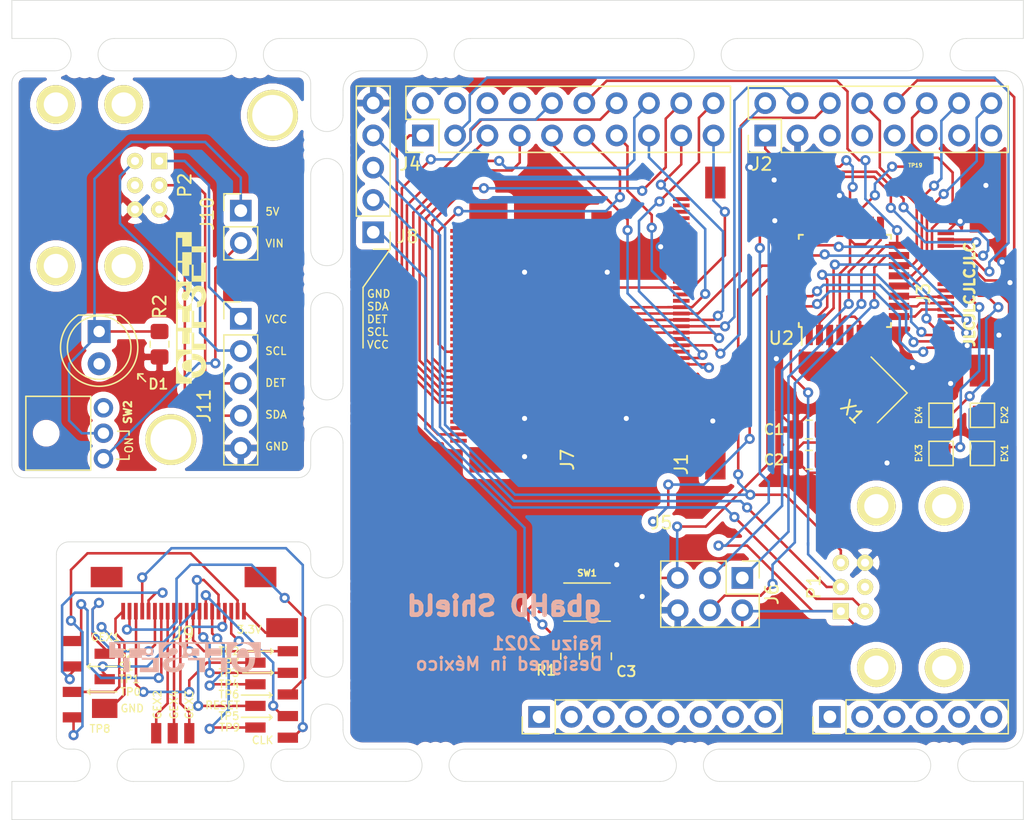
<source format=kicad_pcb>
(kicad_pcb (version 20171130) (host pcbnew "(5.1.9)-1")
  (layers (0 F.Cu signal) (31 B.Cu signal) (34 B.Paste user) (35 F.Paste user) (36 B.SilkS user) (37 F.SilkS user) (38 B.Mask user) (39 F.Mask user) (44 Edge.Cuts user))
  (net 0 "")
  (net 1 "Net-(C1-Pad2)")
  (net 2 GND)
  (net 3 "Net-(C2-Pad2)")
  (net 4 GBA_VCC)
  (net 5 "Net-(J1-Pad37)")
  (net 6 "Net-(J1-Pad40)")
  (net 7 "Net-(J1-Pad38)")
  (net 8 "Net-(J1-Pad39)")
  (net 9 "Net-(J1-Pad33)")
  (net 10 "Net-(J1-Pad36)")
  (net 11 "Net-(J1-Pad34)")
  (net 12 "Net-(J1-Pad35)")
  (net 13 GB_DCLK)
  (net 14 "Net-(J1-Pad27)")
  (net 15 "Net-(J1-Pad5)")
  (net 16 GB_G5)
  (net 17 GB_R5)
  (net 18 GB_B1)
  (net 19 GB_B2)
  (net 20 "Net-(J1-Pad24)")
  (net 21 GB_R2)
  (net 22 GB_R3)
  (net 23 "Net-(J1-Pad32)")
  (net 24 "Net-(J1-Pad25)")
  (net 25 GB_SPS)
  (net 26 GB_B3)
  (net 27 "Net-(J1-Pad29)")
  (net 28 GB_R4)
  (net 29 "Net-(J1-Pad31)")
  (net 30 GB_G4)
  (net 31 "Net-(J1-Pad1)")
  (net 32 GB_G3)
  (net 33 "Net-(J1-Pad7)")
  (net 34 GB_B5)
  (net 35 GB_R1)
  (net 36 GB_B4)
  (net 37 "Net-(J1-Pad18)")
  (net 38 "Net-(J1-Pad28)")
  (net 39 GB_G2)
  (net 40 GB_G1)
  (net 41 "Net-(J1-Pad30)")
  (net 42 "Net-(J1-Pad2)")
  (net 43 "Net-(J1-Pad4)")
  (net 44 "Net-(J1-Pad6)")
  (net 45 "Net-(J2-Pad15)")
  (net 46 "Net-(J2-Pad13)")
  (net 47 GBA_AUD1)
  (net 48 "Net-(J2-Pad11)")
  (net 49 GBA_AUD2)
  (net 50 "Net-(J2-Pad9)")
  (net 51 "Net-(J2-Pad7)")
  (net 52 "Net-(J2-Pad5)")
  (net 53 GBA_RESET)
  (net 54 GBA_CLK)
  (net 55 GBA_SELECT)
  (net 56 GBA_R)
  (net 57 GBA_START)
  (net 58 GBA_B)
  (net 59 GBA_L)
  (net 60 GBA_RGHT)
  (net 61 GBA_A)
  (net 62 GBA_DOWN)
  (net 63 GBA_LEFT)
  (net 64 GBA_UP)
  (net 65 SP_ARD14)
  (net 66 SP_ARD15)
  (net 67 SP_ARD16)
  (net 68 SP_ARD17)
  (net 69 "Net-(J5-Pad33)")
  (net 70 "Net-(J5-Pad34)")
  (net 71 "Net-(J5-Pad5)")
  (net 72 "Net-(J5-Pad6)")
  (net 73 "Net-(J5-Pad27)")
  (net 74 "Net-(J5-Pad23)")
  (net 75 "Net-(J5-Pad3)")
  (net 76 "Net-(J5-Pad1)")
  (net 77 "Net-(J5-Pad28)")
  (net 78 "Net-(J5-Pad31)")
  (net 79 "Net-(J5-Pad24)")
  (net 80 "Net-(J5-Pad32)")
  (net 81 "Net-(J5-Pad26)")
  (net 82 "Net-(J5-Pad29)")
  (net 83 "Net-(J5-Pad17)")
  (net 84 "Net-(J5-Pad4)")
  (net 85 "Net-(J5-Pad30)")
  (net 86 AT_RST)
  (net 87 ICSP_MOSI)
  (net 88 ICSP_SCK)
  (net 89 ICSP_MISO)
  (net 90 "Net-(J7-Pad26)")
  (net 91 "Net-(J7-Pad24)")
  (net 92 "Net-(J7-Pad17)")
  (net 93 "Net-(J7-Pad23)")
  (net 94 "Net-(J7-Pad32)")
  (net 95 "Net-(J7-Pad27)")
  (net 96 "Net-(J7-Pad31)")
  (net 97 "Net-(J7-Pad29)")
  (net 98 "Net-(J7-Pad28)")
  (net 99 "Net-(J7-Pad30)")
  (net 100 "Net-(J7-Pad6)")
  (net 101 "Net-(J7-Pad4)")
  (net 102 "Net-(J7-Pad1)")
  (net 103 "Net-(J7-Pad5)")
  (net 104 "Net-(J7-Pad3)")
  (net 105 JOY_SDA)
  (net 106 "Net-(P1-Pad4)")
  (net 107 JOY_DET)
  (net 108 JOY_SCL)
  (net 109 "Net-(EX1-Pad1)")
  (net 110 "Net-(EX2-Pad1)")
  (net 111 "Net-(EX3-Pad1)")
  (net 112 "Net-(EX4-Pad1)")
  (net 113 "Net-(GBA1-Pad1)")
  (net 114 "Net-(GBA2-Pad1)")
  (net 115 "Net-(GBA3-Pad1)")
  (net 116 "Net-(GBA4-Pad1)")
  (net 117 "Net-(J9-Pad19)")
  (net 118 "Net-(J9-Pad18)")
  (net 119 "Net-(J9-Pad15)")
  (net 120 "Net-(J9-Pad16)")
  (net 121 "Net-(J9-Pad9)")
  (net 122 "Net-(J9-Pad7)")
  (net 123 "Net-(J9-Pad8)")
  (net 124 "Net-(J9-Pad5)")
  (net 125 "Net-(J9-Pad6)")
  (net 126 "Net-(J9-Pad3)")
  (net 127 "Net-(J9-Pad4)")
  (net 128 "Net-(J9-Pad2)")
  (net 129 "Net-(GEX1-Pad1)")
  (net 130 "Net-(GEX2-Pad1)")
  (net 131 "Net-(GEX3-Pad1)")
  (net 132 "Net-(GEX4-Pad1)")
  (net 133 EXT_5V)
  (net 134 "Net-(D1-Pad1)")
  (net 135 EXT_VIN)
  (net 136 EXT_GND)
  (net 137 EXT_SDA)
  (net 138 EXT_DET)
  (net 139 EXT_SCL)
  (net 140 EXT_3V3)
  (net 141 "Net-(P2-Pad4)")
  (net 142 "Net-(SW2-Pad3)")
  (net 143 OSD_DATA)
  (net 144 OSD_CLK)
  (net 145 OSD_ENABLE)
  (net 146 "Net-(TP19-Pad1)")
  (net 147 "Net-(U2-Pad22)")
  (module Raizu_OFFSET:SOLDER_PAD (layer F.Cu) (at 156.9 55.4)
    (fp_text reference TP19 (at -0.575 -1 180) (layer F.SilkS) (effects (font (size 0.3 0.3) (thickness 0.075)) (justify left)))
    (fp_text value TestPoint)
    (pad 1 smd rect (at 0 -0.25) (size 0.8 1.6) (drill (offset 0 0.4)) (layers F.Cu F.Paste F.Mask) (net 146 "Net-(TP19-Pad1)"))
  )
  (module Raizu_OFFSET:OFFSET_LOGO_SILK_2.6mm (layer B.Cu) (at 99.5 93.2 180)
    (fp_text reference REF**)
    (fp_text value OFFSET_LOGO_SILK_2.6mm)
  )
  (module Raizu_OFFSET:OFFSET_LOGO_SILK_2.6mm (layer F.Cu) (at 100.1 65.6 90)
    (fp_text reference REF**)
    (fp_text value OFFSET_LOGO_SILK_2.6mm)
  )
  (module Connector_PinHeader_2.54mm:PinHeader_1x08_P2.54mm_Vertical (layer F.Cu) (at 127.344 97.762 90)
    (fp_text reference EXP1 hide)
    (fp_text value PinHeader_1x08_P2.54mm_Vertical)
    (pad 8 thru_hole oval (at 0 17.78 90) (size 1.7 1.7) (drill 1) (layers *.Cu *.Mask))
    (pad 7 thru_hole oval (at 0 15.24 90) (size 1.7 1.7) (drill 1) (layers *.Cu *.Mask))
    (pad 6 thru_hole oval (at 0 12.7 90) (size 1.7 1.7) (drill 1) (layers *.Cu *.Mask))
    (pad 5 thru_hole oval (at 0 10.16 90) (size 1.7 1.7) (drill 1) (layers *.Cu *.Mask))
    (pad 4 thru_hole oval (at 0 7.62 90) (size 1.7 1.7) (drill 1) (layers *.Cu *.Mask))
    (pad 3 thru_hole oval (at 0 5.08 90) (size 1.7 1.7) (drill 1) (layers *.Cu *.Mask))
    (pad 2 thru_hole oval (at 0 2.54 90) (size 1.7 1.7) (drill 1) (layers *.Cu *.Mask))
    (pad 1 thru_hole rect (at 0 0 90) (size 1.7 1.7) (drill 1) (layers *.Cu *.Mask))
  )
  (module Panelization:mouse-bite-2.54mm-slot (layer F.Cu) (at 140.6 45.7 180)
    (fp_text reference mousebite hide)
    (fp_text value VAL** hide)
    (pad "" np_thru_hole circle (at 0.8 1.1 180) (size 0.5 0.5) (drill 0.5) (layers *.Cu *.Mask))
    (pad "" np_thru_hole circle (at -0.8 1.1 180) (size 0.5 0.5) (drill 0.5) (layers *.Cu *.Mask))
    (pad "" np_thru_hole circle (at -0.8 -1.1 180) (size 0.5 0.5) (drill 0.5) (layers *.Cu *.Mask))
    (pad "" np_thru_hole circle (at 0.8 -1.1 180) (size 0.5 0.5) (drill 0.5) (layers *.Cu *.Mask))
    (pad "" np_thru_hole circle (at 0 1.1 180) (size 0.5 0.5) (drill 0.5) (layers *.Cu *.Mask))
    (pad "" np_thru_hole circle (at 0 -1.1 180) (size 0.5 0.5) (drill 0.5) (layers *.Cu *.Mask))
  )
  (module Panelization:mouse-bite-2.54mm-slot (layer F.Cu) (at 158.6 45.7 180)
    (fp_text reference mousebite hide)
    (fp_text value VAL** hide)
    (pad "" np_thru_hole circle (at 0.8 1.1 180) (size 0.5 0.5) (drill 0.5) (layers *.Cu *.Mask))
    (pad "" np_thru_hole circle (at -0.8 1.1 180) (size 0.5 0.5) (drill 0.5) (layers *.Cu *.Mask))
    (pad "" np_thru_hole circle (at -0.8 -1.1 180) (size 0.5 0.5) (drill 0.5) (layers *.Cu *.Mask))
    (pad "" np_thru_hole circle (at 0.8 -1.1 180) (size 0.5 0.5) (drill 0.5) (layers *.Cu *.Mask))
    (pad "" np_thru_hole circle (at 0 1.1 180) (size 0.5 0.5) (drill 0.5) (layers *.Cu *.Mask))
    (pad "" np_thru_hole circle (at 0 -1.1 180) (size 0.5 0.5) (drill 0.5) (layers *.Cu *.Mask))
  )
  (module Panelization:mouse-bite-2.54mm-slot (layer F.Cu) (at 119.6 45.7 180)
    (fp_text reference mousebite hide)
    (fp_text value VAL** hide)
    (pad "" np_thru_hole circle (at 0.8 1.1 180) (size 0.5 0.5) (drill 0.5) (layers *.Cu *.Mask))
    (pad "" np_thru_hole circle (at -0.8 1.1 180) (size 0.5 0.5) (drill 0.5) (layers *.Cu *.Mask))
    (pad "" np_thru_hole circle (at -0.8 -1.1 180) (size 0.5 0.5) (drill 0.5) (layers *.Cu *.Mask))
    (pad "" np_thru_hole circle (at 0.8 -1.1 180) (size 0.5 0.5) (drill 0.5) (layers *.Cu *.Mask))
    (pad "" np_thru_hole circle (at 0 1.1 180) (size 0.5 0.5) (drill 0.5) (layers *.Cu *.Mask))
    (pad "" np_thru_hole circle (at 0 -1.1 180) (size 0.5 0.5) (drill 0.5) (layers *.Cu *.Mask))
  )
  (module Panelization:mouse-bite-2.54mm-slot (layer F.Cu) (at 104.6 45.7 180)
    (fp_text reference mousebite hide)
    (fp_text value VAL** hide)
    (pad "" np_thru_hole circle (at 0.8 1.1 180) (size 0.5 0.5) (drill 0.5) (layers *.Cu *.Mask))
    (pad "" np_thru_hole circle (at -0.8 1.1 180) (size 0.5 0.5) (drill 0.5) (layers *.Cu *.Mask))
    (pad "" np_thru_hole circle (at -0.8 -1.1 180) (size 0.5 0.5) (drill 0.5) (layers *.Cu *.Mask))
    (pad "" np_thru_hole circle (at 0.8 -1.1 180) (size 0.5 0.5) (drill 0.5) (layers *.Cu *.Mask))
    (pad "" np_thru_hole circle (at 0 1.1 180) (size 0.5 0.5) (drill 0.5) (layers *.Cu *.Mask))
    (pad "" np_thru_hole circle (at 0 -1.1 180) (size 0.5 0.5) (drill 0.5) (layers *.Cu *.Mask))
  )
  (module Panelization:mouse-bite-2.54mm-slot (layer F.Cu) (at 91.6 45.7 180)
    (fp_text reference mousebite hide)
    (fp_text value VAL** hide)
    (pad "" np_thru_hole circle (at 0 -1.1 180) (size 0.5 0.5) (drill 0.5) (layers *.Cu *.Mask))
    (pad "" np_thru_hole circle (at 0 1.1 180) (size 0.5 0.5) (drill 0.5) (layers *.Cu *.Mask))
    (pad "" np_thru_hole circle (at 0.8 -1.1 180) (size 0.5 0.5) (drill 0.5) (layers *.Cu *.Mask))
    (pad "" np_thru_hole circle (at -0.8 -1.1 180) (size 0.5 0.5) (drill 0.5) (layers *.Cu *.Mask))
    (pad "" np_thru_hole circle (at -0.8 1.1 180) (size 0.5 0.5) (drill 0.5) (layers *.Cu *.Mask))
    (pad "" np_thru_hole circle (at 0.8 1.1 180) (size 0.5 0.5) (drill 0.5) (layers *.Cu *.Mask))
  )
  (module Panelization:mouse-bite-2.54mm-slot (layer F.Cu) (at 139.2 101.578 180)
    (fp_text reference mousebite hide)
    (fp_text value VAL** hide)
    (pad "" np_thru_hole circle (at 0.8 1.1 180) (size 0.5 0.5) (drill 0.5) (layers *.Cu *.Mask))
    (pad "" np_thru_hole circle (at -0.8 1.1 180) (size 0.5 0.5) (drill 0.5) (layers *.Cu *.Mask))
    (pad "" np_thru_hole circle (at -0.8 -1.1 180) (size 0.5 0.5) (drill 0.5) (layers *.Cu *.Mask))
    (pad "" np_thru_hole circle (at 0.8 -1.1 180) (size 0.5 0.5) (drill 0.5) (layers *.Cu *.Mask))
    (pad "" np_thru_hole circle (at 0 1.1 180) (size 0.5 0.5) (drill 0.5) (layers *.Cu *.Mask))
    (pad "" np_thru_hole circle (at 0 -1.1 180) (size 0.5 0.5) (drill 0.5) (layers *.Cu *.Mask))
  )
  (module Panelization:mouse-bite-2.54mm-slot (layer F.Cu) (at 159.2 101.578 180)
    (fp_text reference mousebite hide)
    (fp_text value VAL** hide)
    (pad "" np_thru_hole circle (at 0.8 1.1 180) (size 0.5 0.5) (drill 0.5) (layers *.Cu *.Mask))
    (pad "" np_thru_hole circle (at -0.8 1.1 180) (size 0.5 0.5) (drill 0.5) (layers *.Cu *.Mask))
    (pad "" np_thru_hole circle (at -0.8 -1.1 180) (size 0.5 0.5) (drill 0.5) (layers *.Cu *.Mask))
    (pad "" np_thru_hole circle (at 0.8 -1.1 180) (size 0.5 0.5) (drill 0.5) (layers *.Cu *.Mask))
    (pad "" np_thru_hole circle (at 0 1.1 180) (size 0.5 0.5) (drill 0.5) (layers *.Cu *.Mask))
    (pad "" np_thru_hole circle (at 0 -1.1 180) (size 0.5 0.5) (drill 0.5) (layers *.Cu *.Mask))
  )
  (module Panelization:mouse-bite-2.54mm-slot (layer F.Cu) (at 119.2 101.578 180)
    (fp_text reference mousebite hide)
    (fp_text value VAL** hide)
    (pad "" np_thru_hole circle (at 0.8 1.1 180) (size 0.5 0.5) (drill 0.5) (layers *.Cu *.Mask))
    (pad "" np_thru_hole circle (at -0.8 1.1 180) (size 0.5 0.5) (drill 0.5) (layers *.Cu *.Mask))
    (pad "" np_thru_hole circle (at -0.8 -1.1 180) (size 0.5 0.5) (drill 0.5) (layers *.Cu *.Mask))
    (pad "" np_thru_hole circle (at 0.8 -1.1 180) (size 0.5 0.5) (drill 0.5) (layers *.Cu *.Mask))
    (pad "" np_thru_hole circle (at 0 1.1 180) (size 0.5 0.5) (drill 0.5) (layers *.Cu *.Mask))
    (pad "" np_thru_hole circle (at 0 -1.1 180) (size 0.5 0.5) (drill 0.5) (layers *.Cu *.Mask))
  )
  (module Panelization:mouse-bite-2.54mm-slot (layer F.Cu) (at 105.2 101.578 180)
    (fp_text reference mousebite hide)
    (fp_text value VAL** hide)
    (pad "" np_thru_hole circle (at 0 -1.1 180) (size 0.5 0.5) (drill 0.5) (layers *.Cu *.Mask))
    (pad "" np_thru_hole circle (at 0 1.1 180) (size 0.5 0.5) (drill 0.5) (layers *.Cu *.Mask))
    (pad "" np_thru_hole circle (at 0.8 -1.1 180) (size 0.5 0.5) (drill 0.5) (layers *.Cu *.Mask))
    (pad "" np_thru_hole circle (at -0.8 -1.1 180) (size 0.5 0.5) (drill 0.5) (layers *.Cu *.Mask))
    (pad "" np_thru_hole circle (at -0.8 1.1 180) (size 0.5 0.5) (drill 0.5) (layers *.Cu *.Mask))
    (pad "" np_thru_hole circle (at 0.8 1.1 180) (size 0.5 0.5) (drill 0.5) (layers *.Cu *.Mask))
  )
  (module Panelization:mouse-bite-2.54mm-slot (layer F.Cu) (at 93.1 101.578 180)
    (fp_text reference mousebite hide)
    (fp_text value VAL** hide)
    (pad "" np_thru_hole circle (at 0.8 1.1 180) (size 0.5 0.5) (drill 0.5) (layers *.Cu *.Mask))
    (pad "" np_thru_hole circle (at -0.8 1.1 180) (size 0.5 0.5) (drill 0.5) (layers *.Cu *.Mask))
    (pad "" np_thru_hole circle (at -0.8 -1.1 180) (size 0.5 0.5) (drill 0.5) (layers *.Cu *.Mask))
    (pad "" np_thru_hole circle (at 0.8 -1.1 180) (size 0.5 0.5) (drill 0.5) (layers *.Cu *.Mask))
    (pad "" np_thru_hole circle (at 0 1.1 180) (size 0.5 0.5) (drill 0.5) (layers *.Cu *.Mask))
    (pad "" np_thru_hole circle (at 0 -1.1 180) (size 0.5 0.5) (drill 0.5) (layers *.Cu *.Mask))
  )
  (module Panelization:mouse-bite-2.54mm-slot (layer F.Cu) (at 110.65 95.7 90)
    (fp_text reference mousebite hide)
    (fp_text value VAL** hide)
    (pad "" np_thru_hole circle (at 0 -1.1 90) (size 0.5 0.5) (drill 0.5) (layers *.Cu *.Mask))
    (pad "" np_thru_hole circle (at 0 1.1 90) (size 0.5 0.5) (drill 0.5) (layers *.Cu *.Mask))
    (pad "" np_thru_hole circle (at 0.8 -1.1 90) (size 0.5 0.5) (drill 0.5) (layers *.Cu *.Mask))
    (pad "" np_thru_hole circle (at -0.8 -1.1 90) (size 0.5 0.5) (drill 0.5) (layers *.Cu *.Mask))
    (pad "" np_thru_hole circle (at -0.8 1.1 90) (size 0.5 0.5) (drill 0.5) (layers *.Cu *.Mask))
    (pad "" np_thru_hole circle (at 0.8 1.1 90) (size 0.5 0.5) (drill 0.5) (layers *.Cu *.Mask))
  )
  (module Panelization:mouse-bite-2.54mm-slot (layer F.Cu) (at 110.65 87.9 90)
    (fp_text reference mousebite hide)
    (fp_text value VAL** hide)
    (pad "" np_thru_hole circle (at 0.8 1.1 90) (size 0.5 0.5) (drill 0.5) (layers *.Cu *.Mask))
    (pad "" np_thru_hole circle (at -0.8 1.1 90) (size 0.5 0.5) (drill 0.5) (layers *.Cu *.Mask))
    (pad "" np_thru_hole circle (at -0.8 -1.1 90) (size 0.5 0.5) (drill 0.5) (layers *.Cu *.Mask))
    (pad "" np_thru_hole circle (at 0.8 -1.1 90) (size 0.5 0.5) (drill 0.5) (layers *.Cu *.Mask))
    (pad "" np_thru_hole circle (at 0 1.1 90) (size 0.5 0.5) (drill 0.5) (layers *.Cu *.Mask))
    (pad "" np_thru_hole circle (at 0 -1.1 90) (size 0.5 0.5) (drill 0.5) (layers *.Cu *.Mask))
  )
  (module Panelization:mouse-bite-2.54mm-slot (layer F.Cu) (at 110.65 52.8 90)
    (fp_text reference mousebite hide)
    (fp_text value VAL** hide)
    (pad "" np_thru_hole circle (at 0 -1.1 90) (size 0.5 0.5) (drill 0.5) (layers *.Cu *.Mask))
    (pad "" np_thru_hole circle (at 0 1.1 90) (size 0.5 0.5) (drill 0.5) (layers *.Cu *.Mask))
    (pad "" np_thru_hole circle (at 0.8 -1.1 90) (size 0.5 0.5) (drill 0.5) (layers *.Cu *.Mask))
    (pad "" np_thru_hole circle (at -0.8 -1.1 90) (size 0.5 0.5) (drill 0.5) (layers *.Cu *.Mask))
    (pad "" np_thru_hole circle (at -0.8 1.1 90) (size 0.5 0.5) (drill 0.5) (layers *.Cu *.Mask))
    (pad "" np_thru_hole circle (at 0.8 1.1 90) (size 0.5 0.5) (drill 0.5) (layers *.Cu *.Mask))
  )
  (module Panelization:mouse-bite-2.54mm-slot (layer F.Cu) (at 110.65 63.35 90)
    (fp_text reference mousebite hide)
    (fp_text value VAL** hide)
    (pad "" np_thru_hole circle (at 0.8 1.1 90) (size 0.5 0.5) (drill 0.5) (layers *.Cu *.Mask))
    (pad "" np_thru_hole circle (at -0.8 1.1 90) (size 0.5 0.5) (drill 0.5) (layers *.Cu *.Mask))
    (pad "" np_thru_hole circle (at -0.8 -1.1 90) (size 0.5 0.5) (drill 0.5) (layers *.Cu *.Mask))
    (pad "" np_thru_hole circle (at 0.8 -1.1 90) (size 0.5 0.5) (drill 0.5) (layers *.Cu *.Mask))
    (pad "" np_thru_hole circle (at 0 1.1 90) (size 0.5 0.5) (drill 0.5) (layers *.Cu *.Mask))
    (pad "" np_thru_hole circle (at 0 -1.1 90) (size 0.5 0.5) (drill 0.5) (layers *.Cu *.Mask))
  )
  (module Panelization:mouse-bite-2.54mm-slot (layer F.Cu) (at 110.65 73.9 90)
    (fp_text reference mousebite hide)
    (fp_text value VAL** hide)
    (pad "" np_thru_hole circle (at 0 -1.1 90) (size 0.5 0.5) (drill 0.5) (layers *.Cu *.Mask))
    (pad "" np_thru_hole circle (at 0 1.1 90) (size 0.5 0.5) (drill 0.5) (layers *.Cu *.Mask))
    (pad "" np_thru_hole circle (at 0.8 -1.1 90) (size 0.5 0.5) (drill 0.5) (layers *.Cu *.Mask))
    (pad "" np_thru_hole circle (at -0.8 -1.1 90) (size 0.5 0.5) (drill 0.5) (layers *.Cu *.Mask))
    (pad "" np_thru_hole circle (at -0.8 1.1 90) (size 0.5 0.5) (drill 0.5) (layers *.Cu *.Mask))
    (pad "" np_thru_hole circle (at 0.8 1.1 90) (size 0.5 0.5) (drill 0.5) (layers *.Cu *.Mask))
  )
  (module Raizu_OFFSET:CONN_WII (layer F.Cu) (at 91.886002 55.962 90)
    (fp_text reference P2 (at 0 7.6 90) (layer F.SilkS))
    (fp_text value CONN_WII)
    (pad "" thru_hole circle (at -6.35 2.794 90) (size 3.048 3.048) (drill 1.905) (layers *.Cu *.Mask F.SilkS))
    (pad "" thru_hole circle (at 6.35 -2.54 90) (size 3.048 3.048) (drill 1.905) (layers *.Cu *.Mask F.SilkS))
    (pad "" thru_hole circle (at -6.35 -2.54 90) (size 3.048 3.048) (drill 1.905) (layers *.Cu *.Mask F.SilkS))
    (pad "" thru_hole circle (at 6.35 2.794 90) (size 3.048 3.048) (drill 1.905) (layers *.Cu *.Mask F.SilkS))
    (pad 6 thru_hole circle (at -1.905 3.683 90) (size 1.27 1.27) (drill 0.635) (layers *.Cu *.Mask F.SilkS) (net 136 EXT_GND))
    (pad 5 thru_hole circle (at -1.905 5.588 90) (size 1.27 1.27) (drill 0.635) (layers *.Cu *.Mask F.SilkS) (net 137 EXT_SDA))
    (pad 4 thru_hole circle (at 0 3.683 90) (size 1.27 1.27) (drill 0.635) (layers *.Cu *.Mask F.SilkS) (net 141 "Net-(P2-Pad4)"))
    (pad 3 thru_hole circle (at 0 5.588 90) (size 1.27 1.27) (drill 0.635) (layers *.Cu *.Mask F.SilkS) (net 138 EXT_DET))
    (pad 2 thru_hole circle (at 1.905 3.683 90) (size 1.27 1.27) (drill 0.635) (layers *.Cu *.Mask F.SilkS) (net 139 EXT_SCL))
    (pad 1 thru_hole rect (at 1.905 5.588 90) (size 1.27 1.27) (drill 0.635) (layers *.Cu *.Mask F.SilkS) (net 140 EXT_3V3))
  )
  (module Raizu_OFFSET:CONN_WII (layer F.Cu) (at 156.655 87.55 270)
    (fp_text reference P1 (at 0 7.7 270) (layer F.SilkS))
    (fp_text value CONN_WII)
    (pad "" thru_hole circle (at -6.35 2.794 270) (size 3.048 3.048) (drill 1.905) (layers *.Cu *.Mask F.SilkS))
    (pad "" thru_hole circle (at 6.35 -2.54 270) (size 3.048 3.048) (drill 1.905) (layers *.Cu *.Mask F.SilkS))
    (pad "" thru_hole circle (at -6.35 -2.54 270) (size 3.048 3.048) (drill 1.905) (layers *.Cu *.Mask F.SilkS))
    (pad "" thru_hole circle (at 6.35 2.794 270) (size 3.048 3.048) (drill 1.905) (layers *.Cu *.Mask F.SilkS))
    (pad 6 thru_hole circle (at -1.905 3.683 270) (size 1.27 1.27) (drill 0.635) (layers *.Cu *.Mask F.SilkS) (net 2 GND))
    (pad 5 thru_hole circle (at -1.905 5.588 270) (size 1.27 1.27) (drill 0.635) (layers *.Cu *.Mask F.SilkS) (net 105 JOY_SDA))
    (pad 4 thru_hole circle (at 0 3.683 270) (size 1.27 1.27) (drill 0.635) (layers *.Cu *.Mask F.SilkS) (net 106 "Net-(P1-Pad4)"))
    (pad 3 thru_hole circle (at 0 5.588 270) (size 1.27 1.27) (drill 0.635) (layers *.Cu *.Mask F.SilkS) (net 107 JOY_DET))
    (pad 2 thru_hole circle (at 1.905 3.683 270) (size 1.27 1.27) (drill 0.635) (layers *.Cu *.Mask F.SilkS) (net 108 JOY_SCL))
    (pad 1 thru_hole rect (at 1.905 5.588 270) (size 1.27 1.27) (drill 0.635) (layers *.Cu *.Mask F.SilkS) (net 4 GBA_VCC))
  )
  (module Connector_PinHeader_2.54mm:PinHeader_1x02_P2.54mm_Vertical (layer F.Cu) (at 103.886002 57.962)
    (fp_text reference J10 (at -2.636002 0.238 270) (layer F.SilkS))
    (fp_text value Conn_01x02)
    (pad 2 thru_hole oval (at 0 2.54) (size 1.7 1.7) (drill 1) (layers *.Cu *.Mask) (net 135 EXT_VIN))
    (pad 1 thru_hole rect (at 0 0) (size 1.7 1.7) (drill 1) (layers *.Cu *.Mask) (net 133 EXT_5V))
  )
  (module Connector_PinHeader_2.54mm:PinHeader_1x05_P2.54mm_Vertical (layer F.Cu) (at 103.886002 66.462)
    (fp_text reference J11 (at -2.886002 6.838 90) (layer F.SilkS))
    (fp_text value Conn_01x05)
    (pad 5 thru_hole oval (at 0 10.16) (size 1.7 1.7) (drill 1) (layers *.Cu *.Mask) (net 136 EXT_GND))
    (pad 4 thru_hole oval (at 0 7.62) (size 1.7 1.7) (drill 1) (layers *.Cu *.Mask) (net 137 EXT_SDA))
    (pad 3 thru_hole oval (at 0 5.08) (size 1.7 1.7) (drill 1) (layers *.Cu *.Mask) (net 138 EXT_DET))
    (pad 2 thru_hole oval (at 0 2.54) (size 1.7 1.7) (drill 1) (layers *.Cu *.Mask) (net 139 EXT_SCL))
    (pad 1 thru_hole rect (at 0 0) (size 1.7 1.7) (drill 1) (layers *.Cu *.Mask) (net 140 EXT_3V3))
  )
  (module keyboard_parts:HOLE_M3 (layer F.Cu) (at 98.386002 75.962 180)
    (fp_text reference HOLEM3 hide)
    (fp_text value VAL** hide)
    (pad 1 thru_hole circle (at 0 0 180) (size 4 4) (drill 3.2) (layers *.Cu *.Mask F.SilkS))
  )
  (module keyboard_parts:HOLE_M3 (layer F.Cu) (at 106.386002 50.462 180)
    (fp_text reference HOLEM3 hide)
    (fp_text value VAL** hide)
    (pad 1 thru_hole circle (at 0 0 180) (size 4 4) (drill 3.2) (layers *.Cu *.Mask F.SilkS))
  )
  (module Raizu_OFFSET:XKB_XKB5858-Z-C (layer F.Cu) (at 90.886002 75.462 90)
    (fp_text reference SW2 (at 1.662 4.113998 270) (layer F.SilkS) (effects (font (size 0.6 0.6))))
    (fp_text value Switch-DPDT)
    (pad "" np_thru_hole circle (at 0 -2.3 90) (size 1.1 1.1) (drill 1.1) (layers *.Cu *.Mask))
    (pad 1 thru_hole circle (at -2 2.2 90) (size 1.524 1.524) (drill 0.9) (layers *.Cu *.Mask) (net 135 EXT_VIN))
    (pad 3 thru_hole circle (at 2 2.2 90) (size 1.524 1.524) (drill 0.9) (layers *.Cu *.Mask) (net 142 "Net-(SW2-Pad3)"))
    (pad 2 thru_hole circle (at 0 2.2 90) (size 1.524 1.524) (drill 0.9) (layers *.Cu *.Mask) (net 133 EXT_5V))
  )
  (module Resistor_SMD:R_0805_2012Metric_Pad1.20x1.40mm_HandSolder (layer F.Cu) (at 97.5 68.462 270)
    (fp_text reference R2 (at -2.962 -0.013998 90) (layer F.SilkS))
    (fp_text value 120)
    (pad 2 smd roundrect (at 1 0 270) (size 1.2 1.4) (layers F.Cu F.Paste F.Mask) (roundrect_rratio 0.2083325) (net 136 EXT_GND))
    (pad 1 smd roundrect (at -1 0 270) (size 1.2 1.4) (layers F.Cu F.Paste F.Mask) (roundrect_rratio 0.2083325) (net 134 "Net-(D1-Pad1)"))
  )
  (module LED_THT:LED_D5.0mm_FlatTop (layer F.Cu) (at 92.75 67.462 270)
    (fp_text reference D1 (at 4.138 -4.65 180) (layer F.SilkS) (effects (font (size 0.8 0.8))))
    (fp_text value LED)
    (pad 2 thru_hole circle (at 2.54 0 270) (size 1.8 1.8) (drill 0.9) (layers *.Cu *.Mask) (net 133 EXT_5V))
    (pad 1 thru_hole rect (at 0 0 270) (size 1.8 1.8) (drill 0.9) (layers *.Cu *.Mask) (net 134 "Net-(D1-Pad1)"))
  )
  (module Raizu_OFFSET:SOLDER_PAD (layer F.Cu) (at 104.886002 98.602 90)
    (fp_text reference TP9 (at 0 -1) (layer F.SilkS) (effects (font (size 0.6 0.6) (thickness 0.1)) (justify right)))
    (fp_text value GBA_L)
    (pad 1 smd rect (at 0 -0.25 90) (size 0.8 1.6) (drill (offset 0 0.4)) (layers F.Cu F.Paste F.Mask) (net 126 "Net-(J9-Pad3)"))
  )
  (module Raizu_OFFSET:SOLDER_PAD (layer F.Cu) (at 90.836002 97.802 270)
    (fp_text reference TP8 (at 0.9 -1.1) (layer F.SilkS) (effects (font (size 0.6 0.6) (thickness 0.1)) (justify left)))
    (fp_text value GBA_R)
    (pad 1 smd rect (at 0 -0.25 270) (size 0.8 1.6) (drill (offset 0 0.4)) (layers F.Cu F.Paste F.Mask) (net 128 "Net-(J9-Pad2)"))
  )
  (module Raizu_OFFSET:SOLDER_PAD (layer F.Cu) (at 104.886002 93.502 90)
    (fp_text reference TP7 (at 0 -1.05) (layer F.SilkS) (effects (font (size 0.6 0.6) (thickness 0.1)) (justify right)))
    (fp_text value GBA_DD)
    (pad 1 smd rect (at 0 -0.25 90) (size 0.8 1.6) (drill (offset 0 0.4)) (layers F.Cu F.Paste F.Mask) (net 118 "Net-(J9-Pad18)"))
  )
  (module Raizu_OFFSET:SOLDER_PAD (layer F.Cu) (at 107.436002 96.002 90)
    (fp_text reference TP6 (at 0 -3.6) (layer F.SilkS) (effects (font (size 0.6 0.6) (thickness 0.1)) (justify right)))
    (fp_text value GBA_DU)
    (pad 1 smd rect (at 0 -0.25 90) (size 0.8 1.6) (drill (offset 0 0.4)) (layers F.Cu F.Paste F.Mask) (net 117 "Net-(J9-Pad19)"))
  )
  (module Raizu_OFFSET:SOLDER_PAD (layer F.Cu) (at 107.436002 97.702 90)
    (fp_text reference TP5 (at 0 -3.6) (layer F.SilkS) (effects (font (size 0.6 0.6) (thickness 0.1)) (justify right)))
    (fp_text value GBA_DL)
    (pad 1 smd rect (at 0 -0.25 90) (size 0.8 1.6) (drill (offset 0 0.4)) (layers F.Cu F.Paste F.Mask) (net 122 "Net-(J9-Pad7)"))
  )
  (module Raizu_OFFSET:SOLDER_PAD (layer F.Cu) (at 104.886002 95.202 90)
    (fp_text reference TP4 (at 0 -1.05) (layer F.SilkS) (effects (font (size 0.6 0.6) (thickness 0.1)) (justify right)))
    (fp_text value GBA_DR)
    (pad 1 smd rect (at 0 -0.25 90) (size 0.8 1.6) (drill (offset 0 0.4)) (layers F.Cu F.Paste F.Mask) (net 125 "Net-(J9-Pad6)"))
  )
  (module Raizu_OFFSET:SOLDER_PAD (layer F.Cu) (at 107.436002 94.302 90)
    (fp_text reference TP3 (at 0 -3.6) (layer F.SilkS) (effects (font (size 0.6 0.6) (thickness 0.1)) (justify right)))
    (fp_text value GBA_STR)
    (pad 1 smd rect (at 0 -0.25 90) (size 0.8 1.6) (drill (offset 0 0.4)) (layers F.Cu F.Paste F.Mask) (net 123 "Net-(J9-Pad8)"))
  )
  (module Raizu_OFFSET:SOLDER_PAD (layer F.Cu) (at 107.436002 92.602 90)
    (fp_text reference TP2 (at 0 -3.6) (layer F.SilkS) (effects (font (size 0.6 0.6) (thickness 0.1)) (justify right)))
    (fp_text value GBA_SEL)
    (pad 1 smd rect (at 0 -0.25 90) (size 0.8 1.6) (drill (offset 0 0.4)) (layers F.Cu F.Paste F.Mask) (net 121 "Net-(J9-Pad9)"))
  )
  (module Raizu_OFFSET:SOLDER_PAD (layer F.Cu) (at 93.336002 94.802 270)
    (fp_text reference TP1 (at 0 -0.9) (layer F.SilkS) (effects (font (size 0.6 0.6) (thickness 0.1)) (justify left)))
    (fp_text value GBA_B)
    (pad 1 smd rect (at 0 -0.25 270) (size 0.8 1.6) (drill (offset 0 0.4)) (layers F.Cu F.Paste F.Mask) (net 127 "Net-(J9-Pad4)"))
  )
  (module Raizu_OFFSET:SOLDER_PAD (layer F.Cu) (at 90.836002 95.802 270)
    (fp_text reference TP0 (at 0 -3.5) (layer F.SilkS) (effects (font (size 0.6 0.6) (thickness 0.1)) (justify left)))
    (fp_text value GBA_A)
    (pad 1 smd rect (at 0 -0.25 270) (size 0.8 1.6) (drill (offset 0 0.4)) (layers F.Cu F.Paste F.Mask) (net 124 "Net-(J9-Pad5)"))
  )
  (module Raizu_OFFSET:SOLDER_PAD (layer F.Cu) (at 93.336002 92.802 270)
    (fp_text reference S2 (at 0 -0.9) (layer F.SilkS) (effects (font (size 0.6 0.6) (thickness 0.1)) (justify left)))
    (fp_text value GBA_S02)
    (pad 1 smd rect (at 0 -0.25 270) (size 0.8 1.6) (drill (offset 0 0.4)) (layers F.Cu F.Paste F.Mask) (net 119 "Net-(J9-Pad15)"))
  )
  (module Raizu_OFFSET:SOLDER_PAD (layer F.Cu) (at 90.836002 93.802 270)
    (fp_text reference S1 (at 0 -3.4) (layer F.SilkS) (effects (font (size 0.6 0.6) (thickness 0.1)) (justify left)))
    (fp_text value GBA_S01)
    (pad 1 smd rect (at 0 -0.25 270) (size 0.8 1.6) (drill (offset 0 0.4)) (layers F.Cu F.Paste F.Mask) (net 120 "Net-(J9-Pad16)"))
  )
  (module Raizu_OFFSET:SOLDER_PAD (layer F.Cu) (at 98.536002 99.202 180)
    (fp_text reference GEX4 (at -0.1 3.6 90) (layer F.SilkS) (effects (font (size 0.6 0.6) (thickness 0.1)) (justify right)))
    (fp_text value GBA_EX4)
    (pad 1 smd rect (at 0 -0.25 180) (size 0.8 1.6) (drill (offset 0 0.4)) (layers F.Cu F.Paste F.Mask) (net 132 "Net-(GEX4-Pad1)"))
  )
  (module Raizu_OFFSET:SOLDER_PAD (layer F.Cu) (at 99.836002 99.202 180)
    (fp_text reference GEX3 (at 0 3.6 90) (layer F.SilkS) (effects (font (size 0.6 0.6) (thickness 0.1)) (justify right)))
    (fp_text value GBA_EX3)
    (pad 1 smd rect (at 0 -0.25 180) (size 0.8 1.6) (drill (offset 0 0.4)) (layers F.Cu F.Paste F.Mask) (net 131 "Net-(GEX3-Pad1)"))
  )
  (module Raizu_OFFSET:SOLDER_PAD (layer F.Cu) (at 97.236002 99.202 180)
    (fp_text reference GEX2 (at -0.1 3.6 90) (layer F.SilkS) (effects (font (size 0.6 0.6) (thickness 0.1)) (justify right)))
    (fp_text value GBA_EX2)
    (pad 1 smd rect (at 0 -0.25 180) (size 0.8 1.6) (drill (offset 0 0.4)) (layers F.Cu F.Paste F.Mask) (net 130 "Net-(GEX2-Pad1)"))
  )
  (module Raizu_OFFSET:SOLDER_PAD (layer F.Cu) (at 90.836002 91.802 270)
    (fp_text reference GEX1 (at -0.3 -1.2 180) (layer F.SilkS) (effects (font (size 0.6 0.6) (thickness 0.1)) (justify left)))
    (fp_text value GBA_EX1)
    (pad 1 smd rect (at 0 -0.25 270) (size 0.8 1.6) (drill (offset 0 0.4)) (layers F.Cu F.Paste F.Mask) (net 129 "Net-(GEX1-Pad1)"))
  )
  (module Raizu_OFFSET:SOLDER_PAD (layer F.Cu) (at 93.336002 97.102 270)
    (fp_text reference GBA4 hide)
    (fp_text value GBA_GND)
    (pad 1 smd rect (at 0 -0.25 270) (size 1.5 2) (drill (offset 0 0.4)) (layers F.Cu F.Paste F.Mask) (net 116 "Net-(GBA4-Pad1)"))
  )
  (module Raizu_OFFSET:SOLDER_PAD (layer F.Cu) (at 107.736002 99.402 270)
    (fp_text reference GBA3 hide)
    (fp_text value GBA_CLK)
    (pad 1 smd rect (at 0 -0.25 270) (size 0.8 1.6) (drill (offset 0 0.4)) (layers F.Cu F.Paste F.Mask) (net 115 "Net-(GBA3-Pad1)"))
  )
  (module Raizu_OFFSET:SOLDER_PAD (layer F.Cu) (at 104.886002 96.902 90)
    (fp_text reference GBA2)
    (fp_text value GBA_RESET)
    (pad 1 smd rect (at 0 -0.25 90) (size 0.8 1.6) (drill (offset 0 0.4)) (layers F.Cu F.Paste F.Mask) (net 114 "Net-(GBA2-Pad1)"))
  )
  (module Raizu_OFFSET:SOLDER_PAD (layer F.Cu) (at 107.136002 90.902 180)
    (fp_text reference GBA1 hide)
    (fp_text value GBA_VCC)
    (pad 1 smd rect (at 0 -0.25 180) (size 2.5 1.5) (drill (offset 0 0.4)) (layers F.Cu F.Paste F.Mask) (net 113 "Net-(GBA1-Pad1)"))
  )
  (module Raizu:JUSHUO_AFC01-S20FCC-00 (layer F.Cu) (at 99.386002 89.452 180)
    (fp_text reference J9 (at 0 -1.75) (layer F.SilkS))
    (fp_text value Conn_01x20)
    (pad 1 smd rect (at -4.75 0 180) (size 0.3 1.3) (layers F.Cu F.Paste F.Mask) (net 113 "Net-(GBA1-Pad1)"))
    (pad 2 smd rect (at -4.25 0 180) (size 0.3 1.3) (layers F.Cu F.Paste F.Mask) (net 128 "Net-(J9-Pad2)"))
    (pad 4 smd rect (at -3.25 0 180) (size 0.3 1.3) (layers F.Cu F.Paste F.Mask) (net 127 "Net-(J9-Pad4)"))
    (pad 3 smd rect (at -3.75 0 180) (size 0.3 1.3) (layers F.Cu F.Paste F.Mask) (net 126 "Net-(J9-Pad3)"))
    (pad 6 smd rect (at -2.25 0 180) (size 0.3 1.3) (layers F.Cu F.Paste F.Mask) (net 125 "Net-(J9-Pad6)"))
    (pad 5 smd rect (at -2.75 0 180) (size 0.3 1.3) (layers F.Cu F.Paste F.Mask) (net 124 "Net-(J9-Pad5)"))
    (pad 8 smd rect (at -1.25 0 180) (size 0.3 1.3) (layers F.Cu F.Paste F.Mask) (net 123 "Net-(J9-Pad8)"))
    (pad 7 smd rect (at -1.75 0 180) (size 0.3 1.3) (layers F.Cu F.Paste F.Mask) (net 122 "Net-(J9-Pad7)"))
    (pad 10 smd rect (at -0.25 0 180) (size 0.3 1.3) (layers F.Cu F.Paste F.Mask) (net 114 "Net-(GBA2-Pad1)"))
    (pad 9 smd rect (at -0.75 0 180) (size 0.3 1.3) (layers F.Cu F.Paste F.Mask) (net 121 "Net-(J9-Pad9)"))
    (pad 12 smd rect (at 0.75 0 180) (size 0.3 1.3) (layers F.Cu F.Paste F.Mask) (net 132 "Net-(GEX4-Pad1)"))
    (pad 11 smd rect (at 0.25 0 180) (size 0.3 1.3) (layers F.Cu F.Paste F.Mask) (net 131 "Net-(GEX3-Pad1)"))
    (pad 14 smd rect (at 1.75 0 180) (size 0.3 1.3) (layers F.Cu F.Paste F.Mask) (net 129 "Net-(GEX1-Pad1)"))
    (pad 13 smd rect (at 1.25 0 180) (size 0.3 1.3) (layers F.Cu F.Paste F.Mask) (net 130 "Net-(GEX2-Pad1)"))
    (pad 16 smd rect (at 2.75 0 180) (size 0.3 1.3) (layers F.Cu F.Paste F.Mask) (net 120 "Net-(J9-Pad16)"))
    (pad 15 smd rect (at 2.25 0 180) (size 0.3 1.3) (layers F.Cu F.Paste F.Mask) (net 119 "Net-(J9-Pad15)"))
    (pad 18 smd rect (at 3.75 0 180) (size 0.3 1.3) (layers F.Cu F.Paste F.Mask) (net 118 "Net-(J9-Pad18)"))
    (pad 17 smd rect (at 3.25 0 180) (size 0.3 1.3) (layers F.Cu F.Paste F.Mask) (net 115 "Net-(GBA3-Pad1)"))
    (pad 20 smd rect (at 4.75 0 180) (size 0.3 1.3) (layers F.Cu F.Paste F.Mask) (net 116 "Net-(GBA4-Pad1)"))
    (pad 19 smd rect (at 4.25 0 180) (size 0.3 1.3) (layers F.Cu F.Paste F.Mask) (net 117 "Net-(J9-Pad19)"))
    (pad "" smd rect (at -6.05 2.68 180) (size 2.5 1.6) (layers F.Cu F.Paste F.Mask))
    (pad "" smd rect (at 6.05 2.68 180) (size 2.5 1.6) (layers F.Cu F.Paste F.Mask))
  )
  (module Connector_PinHeader_2.54mm:PinHeader_1x05_P2.54mm_Vertical (layer F.Cu) (at 114.3 59.66 180)
    (fp_text reference J8 (at -2.7 -0.34) (layer F.SilkS))
    (fp_text value Conn_01x05)
    (pad 5 thru_hole oval (at 0 10.16 180) (size 1.7 1.7) (drill 1) (layers *.Cu *.Mask) (net 2 GND))
    (pad 4 thru_hole oval (at 0 7.62 180) (size 1.7 1.7) (drill 1) (layers *.Cu *.Mask) (net 105 JOY_SDA))
    (pad 3 thru_hole oval (at 0 5.08 180) (size 1.7 1.7) (drill 1) (layers *.Cu *.Mask) (net 107 JOY_DET))
    (pad 2 thru_hole oval (at 0 2.54 180) (size 1.7 1.7) (drill 1) (layers *.Cu *.Mask) (net 108 JOY_SCL))
    (pad 1 thru_hole rect (at 0 0 180) (size 1.7 1.7) (drill 1) (layers *.Cu *.Mask) (net 4 GBA_VCC))
  )
  (module Raizu_OFFSET:OFFSET_LOGO_4.0mm (layer F.Cu) (at 116.45 88.3 90)
    (fp_text reference G*** hide)
    (fp_text value LOGO hide)
    (fp_poly (pts (xy -6.921483 -1.258544) (xy -6.854682 -1.253145) (xy -6.800902 -1.241002) (xy -6.747145 -1.219761) (xy -6.718094 -1.205918) (xy -6.590971 -1.122616) (xy -6.485483 -1.007994) (xy -6.40144 -0.861669) (xy -6.338654 -0.683255) (xy -6.296934 -0.472367) (xy -6.280958 -0.316762) (xy -6.266812 -0.117231) (xy -7.756769 -0.117231) (xy -7.756769 -0.251441) (xy -7.749364 -0.392061) (xy -7.728904 -0.540807) (xy -7.698027 -0.684057) (xy -7.659368 -0.808194) (xy -7.64009 -0.854287) (xy -7.567053 -0.979431) (xy -7.474429 -1.089391) (xy -7.370687 -1.175172) (xy -7.301792 -1.213488) (xy -7.241253 -1.236772) (xy -7.179318 -1.250819) (xy -7.102911 -1.257723) (xy -7.014308 -1.259551) (xy -6.921483 -1.258544)) (layer F.Cu) (width 0.01))
    (fp_poly (pts (xy 9.163538 -0.117231) (xy 7.424615 -0.117231) (xy 7.424615 1.602154) (xy 6.721231 1.602154) (xy 6.721231 -0.117231) (xy 5.216769 -0.117231) (xy 5.216769 0.117231) (xy 3.868615 0.117231) (xy 3.868615 1.055077) (xy 5.451231 1.055077) (xy 5.451231 1.602154) (xy 3.165231 1.602154) (xy 3.165231 -0.117231) (xy 2.203974 -0.117231) (xy 2.318256 -0.03056) (xy 2.455571 0.091212) (xy 2.557848 0.223555) (xy 2.627044 0.37077) (xy 2.665114 0.537158) (xy 2.674016 0.727019) (xy 2.673285 0.749878) (xy 2.657458 0.909439) (xy 2.621099 1.044566) (xy 2.560321 1.16618) (xy 2.491169 1.261489) (xy 2.374095 1.375004) (xy 2.228026 1.469038) (xy 2.058171 1.543007) (xy 1.869736 1.59633) (xy 1.667929 1.628424) (xy 1.457958 1.638706) (xy 1.245032 1.626594) (xy 1.034357 1.591506) (xy 0.831141 1.532858) (xy 0.67037 1.465136) (xy 0.488699 1.356386) (xy 0.33759 1.224338) (xy 0.218131 1.070491) (xy 0.131413 0.896338) (xy 0.078525 0.703378) (xy 0.069105 0.639438) (xy 0.055692 0.526646) (xy 0.413731 0.531977) (xy 0.771769 0.537308) (xy 0.783869 0.636433) (xy 0.814853 0.767815) (xy 0.874429 0.875634) (xy 0.943128 0.947603) (xy 1.024004 1.00579) (xy 1.113585 1.046166) (xy 1.220104 1.071015) (xy 1.351796 1.082616) (xy 1.436077 1.084176) (xy 1.534283 1.08341) (xy 1.604512 1.079646) (xy 1.657847 1.071023) (xy 1.705372 1.055678) (xy 1.758169 1.031751) (xy 1.763372 1.029204) (xy 1.865919 0.962182) (xy 1.933763 0.87796) (xy 1.968204 0.774544) (xy 1.973385 0.705925) (xy 1.967339 0.619366) (xy 1.946971 0.544052) (xy 1.908934 0.477266) (xy 1.849881 0.416289) (xy 1.766465 0.358405) (xy 1.655339 0.300897) (xy 1.513156 0.241046) (xy 1.336569 0.176135) (xy 1.309077 0.166547) (xy 1.191187 0.123538) (xy 1.065284 0.074118) (xy 0.946452 0.024397) (xy 0.849923 -0.019443) (xy 0.654538 -0.113918) (xy 1.426308 -0.116551) (xy 2.198077 -0.119184) (xy 2.045961 -0.196947) (xy 1.972895 -0.230919) (xy 1.873484 -0.272433) (xy 1.758619 -0.317174) (xy 1.639189 -0.360826) (xy 1.585605 -0.37939) (xy 1.403235 -0.444064) (xy 1.255249 -0.503132) (xy 1.137745 -0.558807) (xy 1.046822 -0.613302) (xy 0.978576 -0.66883) (xy 0.929105 -0.727603) (xy 0.90754 -0.76393) (xy 0.883875 -0.845713) (xy 0.883756 -0.943498) (xy 0.906691 -1.042478) (xy 0.917672 -1.069486) (xy 0.975899 -1.15298) (xy 1.062403 -1.219165) (xy 1.170091 -1.267343) (xy 1.291871 -1.296818) (xy 1.420649 -1.306893) (xy 1.549334 -1.29687) (xy 1.670831 -1.266054) (xy 1.778049 -1.213747) (xy 1.844296 -1.160524) (xy 1.909227 -1.075731) (xy 1.954452 -0.976915) (xy 1.972858 -0.879898) (xy 1.972955 -0.874346) (xy 1.973385 -0.801077) (xy 2.676769 -0.801077) (xy 2.676357 -0.903654) (xy 2.664247 -1.007813) (xy 2.63211 -1.12648) (xy 2.58513 -1.244305) (xy 2.52849 -1.345939) (xy 2.525555 -1.350236) (xy 2.39845 -1.500623) (xy 2.241681 -1.628646) (xy 2.059404 -1.731522) (xy 1.855771 -1.806469) (xy 1.836615 -1.811729) (xy 1.807796 -1.817077) (xy 3.165231 -1.817077) (xy 3.165231 -0.117231) (xy 5.216769 -0.117231) (xy 5.216769 -0.429846) (xy 3.868615 -0.429846) (xy 3.868615 -1.250461) (xy 5.451231 -1.250461) (xy 5.451231 -1.817077) (xy 5.685692 -1.817077) (xy 5.685692 -1.250461) (xy 6.721231 -1.250461) (xy 6.721231 -0.117231) (xy 7.424615 -0.117231) (xy 7.424615 -1.250461) (xy 8.460154 -1.250461) (xy 8.460154 -1.817077) (xy 5.685692 -1.817077) (xy 5.451231 -1.817077) (xy 3.165231 -1.817077) (xy 1.807796 -1.817077) (xy 1.733455 -1.830872) (xy 1.603286 -1.842497) (xy 1.45742 -1.846733) (xy 1.30717 -1.843706) (xy 1.163849 -1.833546) (xy 1.038769 -1.81638) (xy 0.974273 -1.801983) (xy 0.76482 -1.72893) (xy 0.584705 -1.632649) (xy 0.435062 -1.513975) (xy 0.317025 -1.373747) (xy 0.259064 -1.274034) (xy 0.227505 -1.20872) (xy 0.206633 -1.15765) (xy 0.194288 -1.10965) (xy 0.188311 -1.053547) (xy 0.186539 -0.97817) (xy 0.186683 -0.899715) (xy 0.18834 -0.794571) (xy 0.19311 -0.718164) (xy 0.20243 -0.66019) (xy 0.217741 -0.610346) (xy 0.231756 -0.577055) (xy 0.323223 -0.420006) (xy 0.445626 -0.279097) (xy 0.534359 -0.203458) (xy 0.648641 -0.117231) (xy -0.371231 -0.117231) (xy -0.371231 0.175846) (xy -1.719385 0.175846) (xy -1.719385 1.602154) (xy -2.422769 1.602154) (xy -2.422769 -0.117231) (xy -3.008923 -0.117231) (xy -3.008923 0.175846) (xy -4.357077 0.175846) (xy -4.357077 1.602154) (xy -5.060462 1.602154) (xy -5.060462 -0.117231) (xy -5.563011 -0.117231) (xy -5.573658 -0.337038) (xy -5.601725 -0.604409) (xy -5.659293 -0.847187) (xy -5.747141 -1.067282) (xy -5.866052 -1.2666) (xy -6.016804 -1.447048) (xy -6.035783 -1.466245) (xy -6.204333 -1.609667) (xy -6.388358 -1.718912) (xy -6.590512 -1.795113) (xy -6.701079 -1.817077) (xy -5.060462 -1.817077) (xy -5.060462 -0.117231) (xy -3.008923 -0.117231) (xy -3.008923 -0.371231) (xy -4.357077 -0.371231) (xy -4.357077 -1.250461) (xy -2.833077 -1.250461) (xy -2.833077 -1.817077) (xy -2.422769 -1.817077) (xy -2.422769 -0.117231) (xy -0.371231 -0.117231) (xy -0.371231 -0.371231) (xy -1.719385 -0.371231) (xy -1.719385 -1.250461) (xy -0.195385 -1.250461) (xy -0.195385 -1.817077) (xy -2.422769 -1.817077) (xy -2.833077 -1.817077) (xy -5.060462 -1.817077) (xy -6.701079 -1.817077) (xy -6.813449 -1.839399) (xy -6.936154 -1.850069) (xy -7.181243 -1.845485) (xy -7.410583 -1.805691) (xy -7.622404 -1.731971) (xy -7.814935 -1.625606) (xy -7.986406 -1.487878) (xy -8.135046 -1.32007) (xy -8.259084 -1.123462) (xy -8.356752 -0.899338) (xy -8.389371 -0.797694) (xy -8.417034 -0.684884) (xy -8.44211 -0.551211) (xy -8.462379 -0.411705) (xy -8.475619 -0.281397) (xy -8.479692 -0.186385) (xy -8.479692 -0.117231) (xy -7.762576 -0.117231) (xy -7.750913 0.102577) (xy -7.726549 0.329123) (xy -7.67932 0.526543) (xy -7.609677 0.694063) (xy -7.518071 0.830908) (xy -7.404955 0.936302) (xy -7.270779 1.00947) (xy -7.210658 1.029727) (xy -7.096914 1.048251) (xy -6.96756 1.047691) (xy -6.838933 1.029432) (xy -6.72737 0.994858) (xy -6.711098 0.98737) (xy -6.586056 0.904955) (xy -6.482149 0.790306) (xy -6.399283 0.643226) (xy -6.337364 0.463521) (xy -6.296299 0.250996) (xy -6.280436 0.090611) (xy -6.266513 -0.117231) (xy -5.568462 -0.117231) (xy -5.568462 0.046287) (xy -5.583899 0.281509) (xy -5.628336 0.517338) (xy -5.698956 0.742524) (xy -5.792947 0.945817) (xy -5.793948 0.947615) (xy -5.920323 1.135477) (xy -6.074541 1.298177) (xy -6.252643 1.432608) (xy -6.450668 1.535659) (xy -6.613769 1.591542) (xy -6.683474 1.60512) (xy -6.779674 1.616922) (xy -6.89083 1.626266) (xy -7.005407 1.632468) (xy -7.111868 1.634844) (xy -7.198674 1.63271) (xy -7.239 1.628596) (xy -7.472319 1.572797) (xy -7.684942 1.484353) (xy -7.875436 1.364285) (xy -8.042367 1.213614) (xy -8.184302 1.033364) (xy -8.264051 0.897805) (xy -8.350488 0.700411) (xy -8.413649 0.483175) (xy -8.455104 0.240203) (xy -8.465338 0.141654) (xy -8.488072 -0.117231) (xy -9.163538 -0.117231) (xy -9.163538 -2.012461) (xy 9.163538 -2.012461) (xy 9.163538 -0.117231)) (layer F.Cu) (width 0.01))
  )
  (module Raizu:JUSHUO_AFC01-S40FCC-00 (layer F.Cu) (at 138.522 67.3 90)
    (fp_text reference J1 (at -10.6 0 90) (layer F.SilkS))
    (fp_text value Conn_01x40 hide)
    (pad 37 smd rect (at 8.75 0 90) (size 0.3 1.3) (layers F.Cu F.Paste F.Mask) (net 5 "Net-(J1-Pad37)"))
    (pad 40 smd rect (at 10.25 0 90) (size 0.3 1.3) (layers F.Cu F.Paste F.Mask) (net 6 "Net-(J1-Pad40)"))
    (pad 38 smd rect (at 9.25 0 90) (size 0.3 1.3) (layers F.Cu F.Paste F.Mask) (net 7 "Net-(J1-Pad38)"))
    (pad 39 smd rect (at 9.75 0 90) (size 0.3 1.3) (layers F.Cu F.Paste F.Mask) (net 8 "Net-(J1-Pad39)"))
    (pad 33 smd rect (at 6.75 0 90) (size 0.3 1.3) (layers F.Cu F.Paste F.Mask) (net 9 "Net-(J1-Pad33)"))
    (pad 36 smd rect (at 8.25 0 90) (size 0.3 1.3) (layers F.Cu F.Paste F.Mask) (net 10 "Net-(J1-Pad36)"))
    (pad 34 smd rect (at 7.25 0 90) (size 0.3 1.3) (layers F.Cu F.Paste F.Mask) (net 11 "Net-(J1-Pad34)"))
    (pad 35 smd rect (at 7.75 0 90) (size 0.3 1.3) (layers F.Cu F.Paste F.Mask) (net 12 "Net-(J1-Pad35)"))
    (pad 3 smd rect (at -8.25 0 90) (size 0.3 1.3) (layers F.Cu F.Paste F.Mask) (net 13 GB_DCLK))
    (pad 27 smd rect (at 3.75 0 90) (size 0.3 1.3) (layers F.Cu F.Paste F.Mask) (net 14 "Net-(J1-Pad27)"))
    (pad 5 smd rect (at -7.25 0 90) (size 0.3 1.3) (layers F.Cu F.Paste F.Mask) (net 15 "Net-(J1-Pad5)"))
    (pad "" smd rect (at -10.55 2.68 90) (size 2.5 1.6) (layers F.Cu F.Paste F.Mask))
    (pad 13 smd rect (at -3.25 0 90) (size 0.3 1.3) (layers F.Cu F.Paste F.Mask) (net 16 GB_G5))
    (pad 8 smd rect (at -5.75 0 90) (size 0.3 1.3) (layers F.Cu F.Paste F.Mask) (net 17 GB_R5))
    (pad 23 smd rect (at 1.75 0 90) (size 0.3 1.3) (layers F.Cu F.Paste F.Mask) (net 18 GB_B1))
    (pad 22 smd rect (at 1.25 0 90) (size 0.3 1.3) (layers F.Cu F.Paste F.Mask) (net 19 GB_B2))
    (pad "" smd rect (at 11.55 2.68 90) (size 2.5 1.6) (layers F.Cu F.Paste F.Mask))
    (pad 24 smd rect (at 2.25 0 90) (size 0.3 1.3) (layers F.Cu F.Paste F.Mask) (net 20 "Net-(J1-Pad24)"))
    (pad 11 smd rect (at -4.25 0 90) (size 0.3 1.3) (layers F.Cu F.Paste F.Mask) (net 21 GB_R2))
    (pad 10 smd rect (at -4.75 0 90) (size 0.3 1.3) (layers F.Cu F.Paste F.Mask) (net 22 GB_R3))
    (pad 32 smd rect (at 6.25 0 90) (size 0.3 1.3) (layers F.Cu F.Paste F.Mask) (net 23 "Net-(J1-Pad32)"))
    (pad 25 smd rect (at 2.75 0 90) (size 0.3 1.3) (layers F.Cu F.Paste F.Mask) (net 24 "Net-(J1-Pad25)"))
    (pad 26 smd rect (at 3.25 0 90) (size 0.3 1.3) (layers F.Cu F.Paste F.Mask) (net 25 GB_SPS))
    (pad 21 smd rect (at 0.75 0 90) (size 0.3 1.3) (layers F.Cu F.Paste F.Mask) (net 26 GB_B3))
    (pad 29 smd rect (at 4.75 0 90) (size 0.3 1.3) (layers F.Cu F.Paste F.Mask) (net 27 "Net-(J1-Pad29)"))
    (pad 9 smd rect (at -5.25 0 90) (size 0.3 1.3) (layers F.Cu F.Paste F.Mask) (net 28 GB_R4))
    (pad 31 smd rect (at 5.75 0 90) (size 0.3 1.3) (layers F.Cu F.Paste F.Mask) (net 29 "Net-(J1-Pad31)"))
    (pad 14 smd rect (at -2.75 0 90) (size 0.3 1.3) (layers F.Cu F.Paste F.Mask) (net 30 GB_G4))
    (pad 1 smd rect (at -9.25 0 90) (size 0.3 1.3) (layers F.Cu F.Paste F.Mask) (net 31 "Net-(J1-Pad1)"))
    (pad 15 smd rect (at -2.25 0 90) (size 0.3 1.3) (layers F.Cu F.Paste F.Mask) (net 32 GB_G3))
    (pad 7 smd rect (at -6.25 0 90) (size 0.3 1.3) (layers F.Cu F.Paste F.Mask) (net 33 "Net-(J1-Pad7)"))
    (pad 19 smd rect (at -0.25 0 90) (size 0.3 1.3) (layers F.Cu F.Paste F.Mask) (net 34 GB_B5))
    (pad 12 smd rect (at -3.75 0 90) (size 0.3 1.3) (layers F.Cu F.Paste F.Mask) (net 35 GB_R1))
    (pad 20 smd rect (at 0.25 0 90) (size 0.3 1.3) (layers F.Cu F.Paste F.Mask) (net 36 GB_B4))
    (pad 18 smd rect (at -0.75 0 90) (size 0.3 1.3) (layers F.Cu F.Paste F.Mask) (net 37 "Net-(J1-Pad18)"))
    (pad 28 smd rect (at 4.25 0 90) (size 0.3 1.3) (layers F.Cu F.Paste F.Mask) (net 38 "Net-(J1-Pad28)"))
    (pad 16 smd rect (at -1.75 0 90) (size 0.3 1.3) (layers F.Cu F.Paste F.Mask) (net 39 GB_G2))
    (pad 17 smd rect (at -1.25 0 90) (size 0.3 1.3) (layers F.Cu F.Paste F.Mask) (net 40 GB_G1))
    (pad 30 smd rect (at 5.25 0 90) (size 0.3 1.3) (layers F.Cu F.Paste F.Mask) (net 41 "Net-(J1-Pad30)"))
    (pad 2 smd rect (at -8.75 0 90) (size 0.3 1.3) (layers F.Cu F.Paste F.Mask) (net 42 "Net-(J1-Pad2)"))
    (pad 4 smd rect (at -7.75 0 90) (size 0.3 1.3) (layers F.Cu F.Paste F.Mask) (net 43 "Net-(J1-Pad4)"))
    (pad 6 smd rect (at -6.75 0 90) (size 0.3 1.3) (layers F.Cu F.Paste F.Mask) (net 44 "Net-(J1-Pad6)"))
  )
  (module Connector_PinHeader_2.54mm:PinHeader_2x08_P2.54mm_Vertical (layer F.Cu) (at 145.124 52.05 90)
    (fp_text reference J2 (at -2.25 -0.28 180) (layer F.SilkS))
    (fp_text value Conn_02x08_Top_Bottom hide)
    (pad 16 thru_hole oval (at 2.54 17.78 90) (size 1.7 1.7) (drill 1) (layers *.Cu *.Mask) (net 143 OSD_DATA))
    (pad 15 thru_hole oval (at 0 17.78 90) (size 1.7 1.7) (drill 1) (layers *.Cu *.Mask) (net 45 "Net-(J2-Pad15)"))
    (pad 14 thru_hole oval (at 2.54 15.24 90) (size 1.7 1.7) (drill 1) (layers *.Cu *.Mask) (net 144 OSD_CLK))
    (pad 13 thru_hole oval (at 0 15.24 90) (size 1.7 1.7) (drill 1) (layers *.Cu *.Mask) (net 46 "Net-(J2-Pad13)"))
    (pad 12 thru_hole oval (at 2.54 12.7 90) (size 1.7 1.7) (drill 1) (layers *.Cu *.Mask) (net 47 GBA_AUD1))
    (pad 11 thru_hole oval (at 0 12.7 90) (size 1.7 1.7) (drill 1) (layers *.Cu *.Mask) (net 48 "Net-(J2-Pad11)"))
    (pad 10 thru_hole oval (at 2.54 10.16 90) (size 1.7 1.7) (drill 1) (layers *.Cu *.Mask) (net 49 GBA_AUD2))
    (pad 9 thru_hole oval (at 0 10.16 90) (size 1.7 1.7) (drill 1) (layers *.Cu *.Mask) (net 50 "Net-(J2-Pad9)"))
    (pad 8 thru_hole oval (at 2.54 7.62 90) (size 1.7 1.7) (drill 1) (layers *.Cu *.Mask) (net 145 OSD_ENABLE))
    (pad 7 thru_hole oval (at 0 7.62 90) (size 1.7 1.7) (drill 1) (layers *.Cu *.Mask) (net 51 "Net-(J2-Pad7)"))
    (pad 6 thru_hole oval (at 2.54 5.08 90) (size 1.7 1.7) (drill 1) (layers *.Cu *.Mask) (net 19 GB_B2))
    (pad 5 thru_hole oval (at 0 5.08 90) (size 1.7 1.7) (drill 1) (layers *.Cu *.Mask) (net 52 "Net-(J2-Pad5)"))
    (pad 4 thru_hole oval (at 2.54 2.54 90) (size 1.7 1.7) (drill 1) (layers *.Cu *.Mask) (net 36 GB_B4))
    (pad 3 thru_hole oval (at 0 2.54 90) (size 1.7 1.7) (drill 1) (layers *.Cu *.Mask) (net 2 GND))
    (pad 2 thru_hole oval (at 2.54 0 90) (size 1.7 1.7) (drill 1) (layers *.Cu *.Mask) (net 40 GB_G1))
    (pad 1 thru_hole rect (at 0 0 90) (size 1.7 1.7) (drill 1) (layers *.Cu *.Mask) (net 4 GBA_VCC))
  )
  (module Package_QFP:TQFP-32_7x7mm_P0.8mm (layer F.Cu) (at 151.39 63.486 90)
    (fp_text reference U2 (at -4.5 -5 180) (layer F.SilkS))
    (fp_text value ATmega328P-AU hide)
    (pad 32 smd rect (at -2.8 -4.25 180) (size 1.6 0.55) (layers F.Cu F.Paste F.Mask) (net 107 JOY_DET))
    (pad 31 smd rect (at -2 -4.25 180) (size 1.6 0.55) (layers F.Cu F.Paste F.Mask) (net 56 GBA_R))
    (pad 30 smd rect (at -1.2 -4.25 180) (size 1.6 0.55) (layers F.Cu F.Paste F.Mask) (net 59 GBA_L))
    (pad 29 smd rect (at -0.4 -4.25 180) (size 1.6 0.55) (layers F.Cu F.Paste F.Mask) (net 86 AT_RST))
    (pad 28 smd rect (at 0.4 -4.25 180) (size 1.6 0.55) (layers F.Cu F.Paste F.Mask) (net 108 JOY_SCL))
    (pad 27 smd rect (at 1.2 -4.25 180) (size 1.6 0.55) (layers F.Cu F.Paste F.Mask) (net 105 JOY_SDA))
    (pad 26 smd rect (at 2 -4.25 180) (size 1.6 0.55) (layers F.Cu F.Paste F.Mask) (net 60 GBA_RGHT))
    (pad 25 smd rect (at 2.8 -4.25 180) (size 1.6 0.55) (layers F.Cu F.Paste F.Mask) (net 63 GBA_LEFT))
    (pad 24 smd rect (at 4.25 -2.8 90) (size 1.6 0.55) (layers F.Cu F.Paste F.Mask) (net 62 GBA_DOWN))
    (pad 23 smd rect (at 4.25 -2 90) (size 1.6 0.55) (layers F.Cu F.Paste F.Mask) (net 64 GBA_UP))
    (pad 22 smd rect (at 4.25 -1.2 90) (size 1.6 0.55) (layers F.Cu F.Paste F.Mask) (net 147 "Net-(U2-Pad22)"))
    (pad 21 smd rect (at 4.25 -0.4 90) (size 1.6 0.55) (layers F.Cu F.Paste F.Mask) (net 2 GND))
    (pad 20 smd rect (at 4.25 0.4 90) (size 1.6 0.55) (layers F.Cu F.Paste F.Mask) (net 4 GBA_VCC))
    (pad 19 smd rect (at 4.25 1.2 90) (size 1.6 0.55) (layers F.Cu F.Paste F.Mask) (net 146 "Net-(TP19-Pad1)"))
    (pad 18 smd rect (at 4.25 2 90) (size 1.6 0.55) (layers F.Cu F.Paste F.Mask) (net 4 GBA_VCC))
    (pad 17 smd rect (at 4.25 2.8 90) (size 1.6 0.55) (layers F.Cu F.Paste F.Mask) (net 88 ICSP_SCK))
    (pad 16 smd rect (at 2.8 4.25 180) (size 1.6 0.55) (layers F.Cu F.Paste F.Mask) (net 89 ICSP_MISO))
    (pad 15 smd rect (at 2 4.25 180) (size 1.6 0.55) (layers F.Cu F.Paste F.Mask) (net 87 ICSP_MOSI))
    (pad 14 smd rect (at 1.2 4.25 180) (size 1.6 0.55) (layers F.Cu F.Paste F.Mask) (net 145 OSD_ENABLE))
    (pad 13 smd rect (at 0.4 4.25 180) (size 1.6 0.55) (layers F.Cu F.Paste F.Mask) (net 144 OSD_CLK))
    (pad 12 smd rect (at -0.4 4.25 180) (size 1.6 0.55) (layers F.Cu F.Paste F.Mask) (net 143 OSD_DATA))
    (pad 11 smd rect (at -1.2 4.25 180) (size 1.6 0.55) (layers F.Cu F.Paste F.Mask) (net 53 GBA_RESET))
    (pad 10 smd rect (at -2 4.25 180) (size 1.6 0.55) (layers F.Cu F.Paste F.Mask) (net 55 GBA_SELECT))
    (pad 9 smd rect (at -2.8 4.25 180) (size 1.6 0.55) (layers F.Cu F.Paste F.Mask) (net 57 GBA_START))
    (pad 8 smd rect (at -4.25 2.8 90) (size 1.6 0.55) (layers F.Cu F.Paste F.Mask) (net 3 "Net-(C2-Pad2)"))
    (pad 7 smd rect (at -4.25 2 90) (size 1.6 0.55) (layers F.Cu F.Paste F.Mask) (net 1 "Net-(C1-Pad2)"))
    (pad 6 smd rect (at -4.25 1.2 90) (size 1.6 0.55) (layers F.Cu F.Paste F.Mask) (net 4 GBA_VCC))
    (pad 5 smd rect (at -4.25 0.4 90) (size 1.6 0.55) (layers F.Cu F.Paste F.Mask) (net 2 GND))
    (pad 4 smd rect (at -4.25 -0.4 90) (size 1.6 0.55) (layers F.Cu F.Paste F.Mask) (net 4 GBA_VCC))
    (pad 3 smd rect (at -4.25 -1.2 90) (size 1.6 0.55) (layers F.Cu F.Paste F.Mask) (net 2 GND))
    (pad 2 smd rect (at -4.25 -2 90) (size 1.6 0.55) (layers F.Cu F.Paste F.Mask) (net 61 GBA_A))
    (pad 1 smd rect (at -4.25 -2.8 90) (size 1.6 0.55) (layers F.Cu F.Paste F.Mask) (net 58 GBA_B))
  )
  (module TestPoint:TestPoint_Pad_1.5x1.5mm (layer F.Cu) (at 158.95 74.05)
    (fp_text reference EX4)
    (fp_text value EX4 (at -1.75 0.75 270) (layer F.SilkS) (effects (font (size 0.5 0.5) (thickness 0.1)) (justify left)))
    (pad 1 smd rect (at 0 0) (size 1.5 1.5) (layers F.Cu F.Mask) (net 112 "Net-(EX4-Pad1)"))
  )
  (module TestPoint:TestPoint_Pad_1.5x1.5mm (layer F.Cu) (at 158.95 77.05)
    (fp_text reference EX3)
    (fp_text value EX3 (at -1.75 0.75 270) (layer F.SilkS) (effects (font (size 0.5 0.5) (thickness 0.1)) (justify left)))
    (pad 1 smd rect (at 0 0) (size 1.5 1.5) (layers F.Cu F.Mask) (net 111 "Net-(EX3-Pad1)"))
  )
  (module TestPoint:TestPoint_Pad_1.5x1.5mm (layer F.Cu) (at 162.2 74.05)
    (fp_text reference EX2 hide)
    (fp_text value EX2 (at 1.75 0.75 90) (layer F.SilkS) (effects (font (size 0.5 0.5) (thickness 0.1)) (justify left)))
    (pad 1 smd rect (at 0 0) (size 1.5 1.5) (layers F.Cu F.Mask) (net 110 "Net-(EX2-Pad1)"))
  )
  (module TestPoint:TestPoint_Pad_1.5x1.5mm (layer F.Cu) (at 162.2 77.05)
    (fp_text reference EX1 hide)
    (fp_text value EX1 (at 1.75 0.75 270) (layer F.SilkS) (effects (font (size 0.5 0.5) (thickness 0.1)) (justify left)))
    (pad 1 smd rect (at 0 0) (size 1.5 1.5) (layers F.Cu F.Mask) (net 109 "Net-(EX1-Pad1)"))
  )
  (module Connector_PinHeader_2.54mm:PinHeader_1x06_P2.54mm_Vertical (layer F.Cu) (at 150.204 97.762 90)
    (fp_text reference EXP2 hide)
    (fp_text value PinHeader_1x06_P2.54mm_Vertical hide)
    (pad 1 thru_hole rect (at 0 0 90) (size 1.7 1.7) (drill 1) (layers *.Cu *.Mask))
    (pad 2 thru_hole oval (at 0 2.54 90) (size 1.7 1.7) (drill 1) (layers *.Cu *.Mask))
    (pad 3 thru_hole oval (at 0 5.08 90) (size 1.7 1.7) (drill 1) (layers *.Cu *.Mask))
    (pad 4 thru_hole oval (at 0 7.62 90) (size 1.7 1.7) (drill 1) (layers *.Cu *.Mask))
    (pad 5 thru_hole oval (at 0 10.16 90) (size 1.7 1.7) (drill 1) (layers *.Cu *.Mask))
    (pad 6 thru_hole oval (at 0 12.7 90) (size 1.7 1.7) (drill 1) (layers *.Cu *.Mask))
  )
  (module Crystal:Crystal_SMD_3225-4Pin_3.2x2.5mm (layer F.Cu) (at 153.7 72.05 135)
    (fp_text reference X1 (at 0 -2.45 135) (layer F.SilkS))
    (fp_text value Crystal_GND2 hide)
    (pad 4 smd rect (at -1.1 -0.85 135) (size 1.4 1.2) (layers F.Cu F.Paste F.Mask) (net 2 GND))
    (pad 3 smd rect (at 1.1 -0.85 135) (size 1.4 1.2) (layers F.Cu F.Paste F.Mask) (net 1 "Net-(C1-Pad2)"))
    (pad 2 smd rect (at 1.1 0.85 135) (size 1.4 1.2) (layers F.Cu F.Paste F.Mask) (net 2 GND))
    (pad 1 smd rect (at -1.1 0.85 135) (size 1.4 1.2) (layers F.Cu F.Paste F.Mask) (net 3 "Net-(C2-Pad2)"))
  )
  (module Raizu_OFFSET:XKB-TS-1185EC-C-D-B (layer F.Cu) (at 131.1142 88.7412)
    (fp_text reference SW1 (at 0 -2.286) (layer F.SilkS) (effects (font (size 0.5 0.5) (thickness 0.125))))
    (fp_text value SW_Push hide)
    (pad 2 smd rect (at 1.925 0.75) (size 1.25 0.9) (layers F.Cu F.Paste F.Mask) (net 2 GND))
    (pad 1 smd rect (at 1.925 -0.75 180) (size 1.25 0.9) (layers F.Cu F.Paste F.Mask) (net 86 AT_RST))
    (pad 2 smd rect (at -1.925 0.75) (size 1.25 0.9) (layers F.Cu F.Paste F.Mask) (net 2 GND))
    (pad 1 smd rect (at -1.925 -0.75) (size 1.25 0.9) (layers F.Cu F.Paste F.Mask) (net 86 AT_RST))
  )
  (module Resistor_SMD:R_0805_2012Metric_Pad1.20x1.40mm_HandSolder (layer F.Cu) (at 129.7848 93 270)
    (fp_text reference R1 (at 1.1 1.8848 180) (layer F.SilkS) (effects (font (size 0.8 0.8))))
    (fp_text value 10K)
    (pad 2 smd roundrect (at 1 0 270) (size 1.2 1.4) (layers F.Cu F.Paste F.Mask) (roundrect_rratio 0.2083325) (net 86 AT_RST))
    (pad 1 smd roundrect (at -1 0 270) (size 1.2 1.4) (layers F.Cu F.Paste F.Mask) (roundrect_rratio 0.2083325) (net 4 GBA_VCC))
  )
  (module Raizu:JUSHUO_AFC01-S32FCC-00 (layer F.Cu) (at 129.572 68.3 90)
    (fp_text reference J7 (at -9.25 0 90) (layer F.SilkS))
    (fp_text value Conn_01x32)
    (pad 20 smd rect (at 1.75 0 90) (size 0.3 1.3) (layers F.Cu F.Paste F.Mask) (net 26 GB_B3))
    (pad 12 smd rect (at -2.25 0 90) (size 0.3 1.3) (layers F.Cu F.Paste F.Mask) (net 16 GB_G5))
    (pad 14 smd rect (at -1.25 0 90) (size 0.3 1.3) (layers F.Cu F.Paste F.Mask) (net 32 GB_G3))
    (pad 10 smd rect (at -3.25 0 90) (size 0.3 1.3) (layers F.Cu F.Paste F.Mask) (net 21 GB_R2))
    (pad 21 smd rect (at 2.25 0 90) (size 0.3 1.3) (layers F.Cu F.Paste F.Mask) (net 19 GB_B2))
    (pad 9 smd rect (at -3.75 0 90) (size 0.3 1.3) (layers F.Cu F.Paste F.Mask) (net 22 GB_R3))
    (pad 11 smd rect (at -2.75 0 90) (size 0.3 1.3) (layers F.Cu F.Paste F.Mask) (net 35 GB_R1))
    (pad 25 smd rect (at 4.25 0 90) (size 0.3 1.3) (layers F.Cu F.Paste F.Mask) (net 25 GB_SPS))
    (pad 19 smd rect (at 1.25 0 90) (size 0.3 1.3) (layers F.Cu F.Paste F.Mask) (net 36 GB_B4))
    (pad 18 smd rect (at 0.75 0 90) (size 0.3 1.3) (layers F.Cu F.Paste F.Mask) (net 34 GB_B5))
    (pad 7 smd rect (at -4.75 0 90) (size 0.3 1.3) (layers F.Cu F.Paste F.Mask) (net 17 GB_R5))
    (pad 26 smd rect (at 4.75 0 90) (size 0.3 1.3) (layers F.Cu F.Paste F.Mask) (net 90 "Net-(J7-Pad26)"))
    (pad 24 smd rect (at 3.75 0 90) (size 0.3 1.3) (layers F.Cu F.Paste F.Mask) (net 91 "Net-(J7-Pad24)"))
    (pad "" smd rect (at 9.05 2.68 90) (size 2.5 1.6) (layers F.Cu F.Paste F.Mask))
    (pad 22 smd rect (at 2.75 0 90) (size 0.3 1.3) (layers F.Cu F.Paste F.Mask) (net 18 GB_B1))
    (pad 15 smd rect (at -0.75 0 90) (size 0.3 1.3) (layers F.Cu F.Paste F.Mask) (net 39 GB_G2))
    (pad 8 smd rect (at -4.25 0 90) (size 0.3 1.3) (layers F.Cu F.Paste F.Mask) (net 28 GB_R4))
    (pad 17 smd rect (at 0.25 0 90) (size 0.3 1.3) (layers F.Cu F.Paste F.Mask) (net 92 "Net-(J7-Pad17)"))
    (pad 13 smd rect (at -1.75 0 90) (size 0.3 1.3) (layers F.Cu F.Paste F.Mask) (net 30 GB_G4))
    (pad "" smd rect (at -9.05 2.68 90) (size 2.5 1.6) (layers F.Cu F.Paste F.Mask))
    (pad 16 smd rect (at -0.25 0 90) (size 0.3 1.3) (layers F.Cu F.Paste F.Mask) (net 40 GB_G1))
    (pad 23 smd rect (at 3.25 0 90) (size 0.3 1.3) (layers F.Cu F.Paste F.Mask) (net 93 "Net-(J7-Pad23)"))
    (pad 32 smd rect (at 7.75 0 90) (size 0.3 1.3) (layers F.Cu F.Paste F.Mask) (net 94 "Net-(J7-Pad32)"))
    (pad 27 smd rect (at 5.25 0 90) (size 0.3 1.3) (layers F.Cu F.Paste F.Mask) (net 95 "Net-(J7-Pad27)"))
    (pad 31 smd rect (at 7.25 0 90) (size 0.3 1.3) (layers F.Cu F.Paste F.Mask) (net 96 "Net-(J7-Pad31)"))
    (pad 29 smd rect (at 6.25 0 90) (size 0.3 1.3) (layers F.Cu F.Paste F.Mask) (net 97 "Net-(J7-Pad29)"))
    (pad 28 smd rect (at 5.75 0 90) (size 0.3 1.3) (layers F.Cu F.Paste F.Mask) (net 98 "Net-(J7-Pad28)"))
    (pad 30 smd rect (at 6.75 0 90) (size 0.3 1.3) (layers F.Cu F.Paste F.Mask) (net 99 "Net-(J7-Pad30)"))
    (pad 6 smd rect (at -5.25 0 90) (size 0.3 1.3) (layers F.Cu F.Paste F.Mask) (net 100 "Net-(J7-Pad6)"))
    (pad 4 smd rect (at -6.25 0 90) (size 0.3 1.3) (layers F.Cu F.Paste F.Mask) (net 101 "Net-(J7-Pad4)"))
    (pad 2 smd rect (at -7.25 0 90) (size 0.3 1.3) (layers F.Cu F.Paste F.Mask) (net 13 GB_DCLK))
    (pad 1 smd rect (at -7.75 0 90) (size 0.3 1.3) (layers F.Cu F.Paste F.Mask) (net 102 "Net-(J7-Pad1)"))
    (pad 5 smd rect (at -5.75 0 90) (size 0.3 1.3) (layers F.Cu F.Paste F.Mask) (net 103 "Net-(J7-Pad5)"))
    (pad 3 smd rect (at -6.75 0 90) (size 0.3 1.3) (layers F.Cu F.Paste F.Mask) (net 104 "Net-(J7-Pad3)"))
  )
  (module Connector_PinHeader_2.54mm:PinHeader_2x03_P2.54mm_Vertical (layer F.Cu) (at 143.32 86.84 270)
    (fp_text reference J6 (at 1.27 -2.33 90) (layer F.SilkS))
    (fp_text value Conn_02x03_Odd_Even)
    (pad 6 thru_hole oval (at 2.54 5.08 270) (size 1.7 1.7) (drill 1) (layers *.Cu *.Mask) (net 2 GND))
    (pad 5 thru_hole oval (at 0 5.08 270) (size 1.7 1.7) (drill 1) (layers *.Cu *.Mask) (net 86 AT_RST))
    (pad 4 thru_hole oval (at 2.54 2.54 270) (size 1.7 1.7) (drill 1) (layers *.Cu *.Mask) (net 87 ICSP_MOSI))
    (pad 3 thru_hole oval (at 0 2.54 270) (size 1.7 1.7) (drill 1) (layers *.Cu *.Mask) (net 88 ICSP_SCK))
    (pad 2 thru_hole oval (at 2.54 0 270) (size 1.7 1.7) (drill 1) (layers *.Cu *.Mask) (net 4 GBA_VCC))
    (pad 1 thru_hole rect (at 0 0 270) (size 1.7 1.7) (drill 1) (layers *.Cu *.Mask) (net 89 ICSP_MISO))
  )
  (module Raizu:JUSHUO_AFC07-S34FCC-00 (layer F.Cu) (at 122.756999 67.805001 90)
    (fp_text reference J5 (at -14.694999 14.215001 180) (layer F.SilkS))
    (fp_text value Conn_01x34)
    (pad 33 smd rect (at 7.75 -1.75 90) (size 0.3 1.3) (layers F.Cu F.Paste F.Mask) (net 69 "Net-(J5-Pad33)"))
    (pad 34 smd rect (at 8.25 -1.75 90) (size 0.3 1.3) (layers F.Cu F.Paste F.Mask) (net 70 "Net-(J5-Pad34)"))
    (pad "" smd rect (at 9.75 0.6 90) (size 2 3) (layers F.Cu F.Paste F.Mask))
    (pad 5 smd rect (at -6.25 -1.75 90) (size 0.3 1.3) (layers F.Cu F.Paste F.Mask) (net 71 "Net-(J5-Pad5)"))
    (pad 22 smd rect (at 2.25 -1.75 90) (size 0.3 1.3) (layers F.Cu F.Paste F.Mask) (net 18 GB_B1))
    (pad 6 smd rect (at -5.75 -1.75 90) (size 0.3 1.3) (layers F.Cu F.Paste F.Mask) (net 72 "Net-(J5-Pad6)"))
    (pad 11 smd rect (at -3.25 -1.75 90) (size 0.3 1.3) (layers F.Cu F.Paste F.Mask) (net 35 GB_R1))
    (pad 27 smd rect (at 4.75 -1.75 90) (size 0.3 1.3) (layers F.Cu F.Paste F.Mask) (net 73 "Net-(J5-Pad27)"))
    (pad 23 smd rect (at 2.75 -1.75 90) (size 0.3 1.3) (layers F.Cu F.Paste F.Mask) (net 74 "Net-(J5-Pad23)"))
    (pad 3 smd rect (at -7.25 -1.75 90) (size 0.3 1.3) (layers F.Cu F.Paste F.Mask) (net 75 "Net-(J5-Pad3)"))
    (pad 25 smd rect (at 3.75 -1.75 90) (size 0.3 1.3) (layers F.Cu F.Paste F.Mask) (net 25 GB_SPS))
    (pad 12 smd rect (at -2.75 -1.75 90) (size 0.3 1.3) (layers F.Cu F.Paste F.Mask) (net 16 GB_G5))
    (pad 19 smd rect (at 0.75 -1.75 90) (size 0.3 1.3) (layers F.Cu F.Paste F.Mask) (net 36 GB_B4))
    (pad 1 smd rect (at -8.25 -1.75 90) (size 0.3 1.3) (layers F.Cu F.Paste F.Mask) (net 76 "Net-(J5-Pad1)"))
    (pad 9 smd rect (at -4.25 -1.75 90) (size 0.3 1.3) (layers F.Cu F.Paste F.Mask) (net 22 GB_R3))
    (pad 10 smd rect (at -3.75 -1.75 90) (size 0.3 1.3) (layers F.Cu F.Paste F.Mask) (net 21 GB_R2))
    (pad 28 smd rect (at 5.25 -1.75 90) (size 0.3 1.3) (layers F.Cu F.Paste F.Mask) (net 77 "Net-(J5-Pad28)"))
    (pad 31 smd rect (at 6.75 -1.75 90) (size 0.3 1.3) (layers F.Cu F.Paste F.Mask) (net 78 "Net-(J5-Pad31)"))
    (pad 21 smd rect (at 1.75 -1.75 90) (size 0.3 1.3) (layers F.Cu F.Paste F.Mask) (net 19 GB_B2))
    (pad 2 smd rect (at -7.75 -1.75 90) (size 0.3 1.3) (layers F.Cu F.Paste F.Mask) (net 13 GB_DCLK))
    (pad 13 smd rect (at -2.25 -1.75 90) (size 0.3 1.3) (layers F.Cu F.Paste F.Mask) (net 30 GB_G4))
    (pad 7 smd rect (at -5.25 -1.75 90) (size 0.3 1.3) (layers F.Cu F.Paste F.Mask) (net 17 GB_R5))
    (pad 18 smd rect (at 0.25 -1.75 90) (size 0.3 1.3) (layers F.Cu F.Paste F.Mask) (net 34 GB_B5))
    (pad 15 smd rect (at -1.25 -1.75 90) (size 0.3 1.3) (layers F.Cu F.Paste F.Mask) (net 39 GB_G2))
    (pad 24 smd rect (at 3.25 -1.75 90) (size 0.3 1.3) (layers F.Cu F.Paste F.Mask) (net 79 "Net-(J5-Pad24)"))
    (pad 32 smd rect (at 7.25 -1.75 90) (size 0.3 1.3) (layers F.Cu F.Paste F.Mask) (net 80 "Net-(J5-Pad32)"))
    (pad 14 smd rect (at -1.75 -1.75 90) (size 0.3 1.3) (layers F.Cu F.Paste F.Mask) (net 32 GB_G3))
    (pad 26 smd rect (at 4.25 -1.75 90) (size 0.3 1.3) (layers F.Cu F.Paste F.Mask) (net 81 "Net-(J5-Pad26)"))
    (pad 29 smd rect (at 5.75 -1.75 90) (size 0.3 1.3) (layers F.Cu F.Paste F.Mask) (net 82 "Net-(J5-Pad29)"))
    (pad 17 smd rect (at -0.25 -1.75 90) (size 0.3 1.3) (layers F.Cu F.Paste F.Mask) (net 83 "Net-(J5-Pad17)"))
    (pad "" smd rect (at -9.75 0.6 90) (size 2 3) (layers F.Cu F.Paste F.Mask))
    (pad 4 smd rect (at -6.75 -1.75 90) (size 0.3 1.3) (layers F.Cu F.Paste F.Mask) (net 84 "Net-(J5-Pad4)"))
    (pad 20 smd rect (at 1.25 -1.75 90) (size 0.3 1.3) (layers F.Cu F.Paste F.Mask) (net 26 GB_B3))
    (pad 8 smd rect (at -4.75 -1.75 90) (size 0.3 1.3) (layers F.Cu F.Paste F.Mask) (net 28 GB_R4))
    (pad 16 smd rect (at -0.75 -1.75 90) (size 0.3 1.3) (layers F.Cu F.Paste F.Mask) (net 40 GB_G1))
    (pad 30 smd rect (at 6.25 -1.75 90) (size 0.3 1.3) (layers F.Cu F.Paste F.Mask) (net 85 "Net-(J5-Pad30)"))
  )
  (module Connector_PinHeader_2.54mm:PinHeader_2x10_P2.54mm_Vertical (layer F.Cu) (at 118.2 52.05 90)
    (fp_text reference J4 (at -2.25 -1 180) (layer F.SilkS))
    (fp_text value Conn_02x10_Top_Bottom hide)
    (pad 20 thru_hole oval (at 2.54 22.86 90) (size 1.7 1.7) (drill 1) (layers *.Cu *.Mask) (net 32 GB_G3))
    (pad 19 thru_hole oval (at 0 22.86 90) (size 1.7 1.7) (drill 1) (layers *.Cu *.Mask) (net 25 GB_SPS))
    (pad 18 thru_hole oval (at 2.54 20.32 90) (size 1.7 1.7) (drill 1) (layers *.Cu *.Mask) (net 16 GB_G5))
    (pad 17 thru_hole oval (at 0 20.32 90) (size 1.7 1.7) (drill 1) (layers *.Cu *.Mask) (net 18 GB_B1))
    (pad 16 thru_hole oval (at 2.54 17.78 90) (size 1.7 1.7) (drill 1) (layers *.Cu *.Mask) (net 21 GB_R2))
    (pad 15 thru_hole oval (at 0 17.78 90) (size 1.7 1.7) (drill 1) (layers *.Cu *.Mask) (net 26 GB_B3))
    (pad 14 thru_hole oval (at 2.54 15.24 90) (size 1.7 1.7) (drill 1) (layers *.Cu *.Mask) (net 28 GB_R4))
    (pad 13 thru_hole oval (at 0 15.24 90) (size 1.7 1.7) (drill 1) (layers *.Cu *.Mask) (net 34 GB_B5))
    (pad 12 thru_hole oval (at 2.54 12.7 90) (size 1.7 1.7) (drill 1) (layers *.Cu *.Mask) (net 89 ICSP_MISO))
    (pad 11 thru_hole oval (at 0 12.7 90) (size 1.7 1.7) (drill 1) (layers *.Cu *.Mask) (net 39 GB_G2))
    (pad 10 thru_hole oval (at 2.54 10.16 90) (size 1.7 1.7) (drill 1) (layers *.Cu *.Mask) (net 17 GB_R5))
    (pad 9 thru_hole oval (at 0 10.16 90) (size 1.7 1.7) (drill 1) (layers *.Cu *.Mask) (net 30 GB_G4))
    (pad 8 thru_hole oval (at 2.54 7.62 90) (size 1.7 1.7) (drill 1) (layers *.Cu *.Mask) (net 65 SP_ARD14))
    (pad 7 thru_hole oval (at 0 7.62 90) (size 1.7 1.7) (drill 1) (layers *.Cu *.Mask) (net 35 GB_R1))
    (pad 6 thru_hole oval (at 2.54 5.08 90) (size 1.7 1.7) (drill 1) (layers *.Cu *.Mask) (net 66 SP_ARD15))
    (pad 5 thru_hole oval (at 0 5.08 90) (size 1.7 1.7) (drill 1) (layers *.Cu *.Mask) (net 22 GB_R3))
    (pad 4 thru_hole oval (at 2.54 2.54 90) (size 1.7 1.7) (drill 1) (layers *.Cu *.Mask) (net 67 SP_ARD16))
    (pad 3 thru_hole oval (at 0 2.54 90) (size 1.7 1.7) (drill 1) (layers *.Cu *.Mask) (net 54 GBA_CLK))
    (pad 2 thru_hole oval (at 2.54 0 90) (size 1.7 1.7) (drill 1) (layers *.Cu *.Mask) (net 68 SP_ARD17))
    (pad 1 thru_hole rect (at 0 0 90) (size 1.7 1.7) (drill 1) (layers *.Cu *.Mask) (net 13 GB_DCLK))
  )
  (module Raizu:JUSHUO_AFC01-S20FCC-00 (layer F.Cu) (at 159.322 64.488 90)
    (fp_text reference J3 (at 0 -1.75 90) (layer F.SilkS))
    (fp_text value Conn_01x20)
    (pad "" smd rect (at 6.05 2.68 90) (size 2.5 1.6) (layers F.Cu F.Paste F.Mask))
    (pad "" smd rect (at -6.05 2.68 90) (size 2.5 1.6) (layers F.Cu F.Paste F.Mask))
    (pad 19 smd rect (at 4.25 0 90) (size 0.3 1.3) (layers F.Cu F.Paste F.Mask) (net 64 GBA_UP))
    (pad 20 smd rect (at 4.75 0 90) (size 0.3 1.3) (layers F.Cu F.Paste F.Mask) (net 2 GND))
    (pad 17 smd rect (at 3.25 0 90) (size 0.3 1.3) (layers F.Cu F.Paste F.Mask) (net 54 GBA_CLK))
    (pad 18 smd rect (at 3.75 0 90) (size 0.3 1.3) (layers F.Cu F.Paste F.Mask) (net 62 GBA_DOWN))
    (pad 15 smd rect (at 2.25 0 90) (size 0.3 1.3) (layers F.Cu F.Paste F.Mask) (net 49 GBA_AUD2))
    (pad 16 smd rect (at 2.75 0 90) (size 0.3 1.3) (layers F.Cu F.Paste F.Mask) (net 47 GBA_AUD1))
    (pad 13 smd rect (at 1.25 0 90) (size 0.3 1.3) (layers F.Cu F.Paste F.Mask) (net 110 "Net-(EX2-Pad1)"))
    (pad 14 smd rect (at 1.75 0 90) (size 0.3 1.3) (layers F.Cu F.Paste F.Mask) (net 109 "Net-(EX1-Pad1)"))
    (pad 11 smd rect (at 0.25 0 90) (size 0.3 1.3) (layers F.Cu F.Paste F.Mask) (net 111 "Net-(EX3-Pad1)"))
    (pad 12 smd rect (at 0.75 0 90) (size 0.3 1.3) (layers F.Cu F.Paste F.Mask) (net 112 "Net-(EX4-Pad1)"))
    (pad 9 smd rect (at -0.75 0 90) (size 0.3 1.3) (layers F.Cu F.Paste F.Mask) (net 55 GBA_SELECT))
    (pad 10 smd rect (at -0.25 0 90) (size 0.3 1.3) (layers F.Cu F.Paste F.Mask) (net 53 GBA_RESET))
    (pad 7 smd rect (at -1.75 0 90) (size 0.3 1.3) (layers F.Cu F.Paste F.Mask) (net 63 GBA_LEFT))
    (pad 8 smd rect (at -1.25 0 90) (size 0.3 1.3) (layers F.Cu F.Paste F.Mask) (net 57 GBA_START))
    (pad 5 smd rect (at -2.75 0 90) (size 0.3 1.3) (layers F.Cu F.Paste F.Mask) (net 61 GBA_A))
    (pad 6 smd rect (at -2.25 0 90) (size 0.3 1.3) (layers F.Cu F.Paste F.Mask) (net 60 GBA_RGHT))
    (pad 3 smd rect (at -3.75 0 90) (size 0.3 1.3) (layers F.Cu F.Paste F.Mask) (net 59 GBA_L))
    (pad 4 smd rect (at -3.25 0 90) (size 0.3 1.3) (layers F.Cu F.Paste F.Mask) (net 58 GBA_B))
    (pad 2 smd rect (at -4.25 0 90) (size 0.3 1.3) (layers F.Cu F.Paste F.Mask) (net 56 GBA_R))
    (pad 1 smd rect (at -4.75 0 90) (size 0.3 1.3) (layers F.Cu F.Paste F.Mask) (net 4 GBA_VCC))
  )
  (module Capacitor_SMD:C_0805_2012Metric_Pad1.18x1.45mm_HandSolder (layer F.Cu) (at 132.29 93 270)
    (fp_text reference C3 (at 1.2 -1.91 180) (layer F.SilkS) (effects (font (size 0.8 0.8))))
    (fp_text value 100nF)
    (pad 2 smd roundrect (at 1.0375 0 270) (size 1.175 1.45) (layers F.Cu F.Paste F.Mask) (roundrect_rratio 0.2127659574468085) (net 4 GBA_VCC))
    (pad 1 smd roundrect (at -1.0375 0 270) (size 1.175 1.45) (layers F.Cu F.Paste F.Mask) (roundrect_rratio 0.2127659574468085) (net 2 GND))
  )
  (module Capacitor_SMD:C_0805_2012Metric_Pad1.18x1.45mm_HandSolder (layer F.Cu) (at 148.554 77.55)
    (fp_text reference C2 (at -2.75 0) (layer F.SilkS) (effects (font (size 0.8 0.8))))
    (fp_text value 22pF)
    (pad 2 smd roundrect (at 1.0375 0) (size 1.175 1.45) (layers F.Cu F.Paste F.Mask) (roundrect_rratio 0.2127659574468085) (net 3 "Net-(C2-Pad2)"))
    (pad 1 smd roundrect (at -1.0375 0) (size 1.175 1.45) (layers F.Cu F.Paste F.Mask) (roundrect_rratio 0.2127659574468085) (net 2 GND))
  )
  (module Capacitor_SMD:C_0805_2012Metric_Pad1.18x1.45mm_HandSolder (layer F.Cu) (at 148.554 75.17)
    (fp_text reference C1 (at -2.75 0) (layer F.SilkS) (effects (font (size 0.8 0.8))))
    (fp_text value 22pF)
    (pad 2 smd roundrect (at 1.0375 0) (size 1.175 1.45) (layers F.Cu F.Paste F.Mask) (roundrect_rratio 0.2127659574468085) (net 1 "Net-(C1-Pad2)"))
    (pad 1 smd roundrect (at -1.0375 0) (size 1.175 1.45) (layers F.Cu F.Paste F.Mask) (roundrect_rratio 0.2127659574468085) (net 2 GND))
  )
  (gr_line (start 95.8 70.8) (end 96.2 70.8) (layer F.SilkS) (width 0.12))
  (gr_line (start 95.8 71.2) (end 95.8 70.8) (layer F.SilkS) (width 0.12))
  (gr_line (start 95.8 70.8) (end 95.8 71.2) (layer F.SilkS) (width 0.12))
  (gr_line (start 96.4 71.4) (end 95.8 70.8) (layer F.SilkS) (width 0.12))
  (gr_line (start 95.1 77.5) (end 95.1 77.2) (layer F.SilkS) (width 0.12))
  (gr_line (start 94.1 77.5) (end 95.1 77.5) (layer F.SilkS) (width 0.12))
  (gr_line (start 95.1 75.5) (end 95.1 75.6) (layer F.SilkS) (width 0.12))
  (gr_line (start 95.1 75.3) (end 95.1 75.5) (layer F.SilkS) (width 0.12))
  (gr_line (start 94.2 75.3) (end 95.1 75.3) (layer F.SilkS) (width 0.12))
  (gr_text ON (at 95.1 77.1 90) (layer F.SilkS) (effects (font (size 0.6 0.6) (thickness 0.1)) (justify left)))
  (gr_text 5V (at 105.763998 58.038) (layer F.SilkS) (effects (font (size 0.6 0.6) (thickness 0.1)) (justify left)))
  (gr_text VIN (at 105.763998 60.538) (layer F.SilkS) (effects (font (size 0.6 0.6) (thickness 0.1)) (justify left)))
  (gr_text VCC (at 105.75 66.5) (layer F.SilkS) (effects (font (size 0.6 0.6) (thickness 0.1)) (justify left)))
  (gr_text GND (at 105.75 76.5) (layer F.SilkS) (effects (font (size 0.6 0.6) (thickness 0.1)) (justify left)))
  (gr_text DET (at 105.75 71.5) (layer F.SilkS) (effects (font (size 0.6 0.6) (thickness 0.1)) (justify left)))
  (gr_text SCL (at 105.75 69) (layer F.SilkS) (effects (font (size 0.6 0.6) (thickness 0.1)) (justify left)))
  (gr_text SDA (at 105.75 74) (layer F.SilkS) (effects (font (size 0.6 0.6) (thickness 0.1)) (justify left)))
  (gr_line (start 113.5 64) (end 115.63 60.99) (layer F.SilkS) (width 0.12))
  (gr_line (start 113.5 68.75) (end 113.5 64) (layer F.SilkS) (width 0.12))
  (gr_text VCC (at 113.75 68.5) (layer F.SilkS) (effects (font (size 0.6 0.6) (thickness 0.1)) (justify left)))
  (gr_text SCL (at 113.75 67.5) (layer F.SilkS) (effects (font (size 0.6 0.6) (thickness 0.1)) (justify left)))
  (gr_text DET (at 113.75 66.5) (layer F.SilkS) (effects (font (size 0.6 0.6) (thickness 0.1)) (justify left)))
  (gr_text SDA (at 113.75 65.5) (layer F.SilkS) (effects (font (size 0.6 0.6) (thickness 0.1)) (justify left)))
  (gr_text GND (at 113.75 64.5) (layer F.SilkS) (effects (font (size 0.6 0.6) (thickness 0.1)) (justify left)))
  (gr_text 3.3V (at 104.55 90.9) (layer F.SilkS) (effects (font (size 0.6 0.6) (thickness 0.1))))
  (gr_text GND (at 95.35 97.1) (layer F.SilkS) (effects (font (size 0.6 0.6) (thickness 0.1))))
  (gr_text CLK (at 105.6 99.6) (layer F.SilkS) (effects (font (size 0.6 0.6) (thickness 0.1))))
  (gr_text RESET (at 102.45 96.85) (layer F.SilkS) (effects (font (size 0.6 0.6) (thickness 0.1))))
  (gr_line (start 89.269999 44.424) (end 85.886002 44.424) (layer Edge.Cuts) (width 0.05))
  (gr_line (start 102.269999 44.424) (end 93.929999 44.424) (layer Edge.Cuts) (width 0.05))
  (gr_line (start 117.269999 44.424) (end 106.929999 44.424) (layer Edge.Cuts) (width 0.05))
  (gr_line (start 138.269999 44.424) (end 121.929999 44.424) (layer Edge.Cuts) (width 0.05))
  (gr_line (start 156.269999 44.424) (end 142.929999 44.424) (layer Edge.Cuts) (width 0.05))
  (gr_line (start 165.418 44.422) (end 160.929999 44.422) (layer Edge.Cuts) (width 0.05))
  (gr_line (start 165.418 44.422) (end 165.418 41.422) (layer Edge.Cuts) (width 0.05))
  (gr_line (start 85.886002 41.422) (end 165.418 41.422) (layer Edge.Cuts) (width 0.05))
  (gr_line (start 85.886002 44.422) (end 85.886002 41.422) (layer Edge.Cuts) (width 0.05))
  (gr_line (start 89.270001 46.963998) (end 86.886002 46.963998) (layer Edge.Cuts) (width 0.05))
  (gr_line (start 102.270001 46.963998) (end 93.930001 46.963998) (layer Edge.Cuts) (width 0.05))
  (gr_line (start 108.386002 46.962) (end 106.930001 46.962) (layer Edge.Cuts) (width 0.05))
  (gr_line (start 160.930001 46.963998) (end 163.894 46.963998) (layer Edge.Cuts) (width 0.05))
  (gr_line (start 142.930001 46.963998) (end 156.270001 46.963998) (layer Edge.Cuts) (width 0.05))
  (gr_line (start 121.930001 46.963998) (end 138.270001 46.963998) (layer Edge.Cuts) (width 0.05))
  (gr_line (start 113.45 46.962) (end 117.270001 46.962) (layer Edge.Cuts) (width 0.05))
  (gr_arc (start 138.27 45.693999) (end 138.270001 46.963998) (angle -180) (layer Edge.Cuts) (width 0.05))
  (gr_arc (start 142.93 45.693999) (end 142.929999 44.424) (angle -180) (layer Edge.Cuts) (width 0.05))
  (gr_arc (start 156.27 45.693999) (end 156.270001 46.963998) (angle -180) (layer Edge.Cuts) (width 0.05))
  (gr_arc (start 160.93 45.693999) (end 160.929999 44.424) (angle -180) (layer Edge.Cuts) (width 0.05))
  (gr_arc (start 117.27 45.693999) (end 117.270001 46.963998) (angle -180) (layer Edge.Cuts) (width 0.05))
  (gr_arc (start 121.93 45.693999) (end 121.929999 44.424) (angle -180) (layer Edge.Cuts) (width 0.05))
  (gr_arc (start 102.27 45.693999) (end 102.270001 46.963998) (angle -180) (layer Edge.Cuts) (width 0.05))
  (gr_arc (start 106.93 45.693999) (end 106.929999 44.424) (angle -180) (layer Edge.Cuts) (width 0.05))
  (gr_arc (start 93.93 45.693999) (end 93.929999 44.424) (angle -180) (layer Edge.Cuts) (width 0.05))
  (gr_arc (start 89.27 45.693999) (end 89.270001 46.963998) (angle -180) (layer Edge.Cuts) (width 0.05))
  (gr_line (start 116.870001 102.841998) (end 107.530001 102.841998) (layer Edge.Cuts) (width 0.05))
  (gr_line (start 136.870001 102.841998) (end 121.530001 102.841998) (layer Edge.Cuts) (width 0.05))
  (gr_line (start 156.870001 102.841998) (end 141.530001 102.841998) (layer Edge.Cuts) (width 0.05))
  (gr_line (start 165.418 102.842) (end 161.530001 102.842) (layer Edge.Cuts) (width 0.05))
  (gr_line (start 161.529999 100.302) (end 163.894 100.302) (layer Edge.Cuts) (width 0.05))
  (gr_line (start 141.529999 100.302) (end 156.869999 100.302) (layer Edge.Cuts) (width 0.05))
  (gr_line (start 121.529999 100.302) (end 136.869999 100.302) (layer Edge.Cuts) (width 0.05))
  (gr_line (start 116.869999 100.302) (end 113.45 100.302) (layer Edge.Cuts) (width 0.05))
  (gr_arc (start 141.53 101.571999) (end 141.529999 100.302) (angle -180) (layer Edge.Cuts) (width 0.05))
  (gr_arc (start 136.87 101.571999) (end 136.870001 102.841998) (angle -180) (layer Edge.Cuts) (width 0.05))
  (gr_arc (start 161.53 101.571999) (end 161.529999 100.302) (angle -180) (layer Edge.Cuts) (width 0.05))
  (gr_arc (start 156.87 101.571999) (end 156.870001 102.841998) (angle -180) (layer Edge.Cuts) (width 0.05))
  (gr_arc (start 121.53 101.571999) (end 121.529999 100.302) (angle -180) (layer Edge.Cuts) (width 0.05))
  (gr_arc (start 116.87 101.571999) (end 116.870001 102.841998) (angle -180) (layer Edge.Cuts) (width 0.05))
  (gr_line (start 90.770001 102.841998) (end 85.886002 102.841998) (layer Edge.Cuts) (width 0.05))
  (gr_line (start 102.870001 102.841998) (end 95.430001 102.841998) (layer Edge.Cuts) (width 0.05))
  (gr_line (start 107.529999 100.302) (end 108.386002 100.302) (layer Edge.Cuts) (width 0.05))
  (gr_line (start 95.429999 100.302) (end 102.869999 100.302) (layer Edge.Cuts) (width 0.05))
  (gr_line (start 90.386002 100.302) (end 90.769999 100.302) (layer Edge.Cuts) (width 0.05))
  (gr_arc (start 108.386002 99.302) (end 108.386002 100.302) (angle -90) (layer Edge.Cuts) (width 0.05))
  (gr_arc (start 107.53 101.571999) (end 107.529999 100.302) (angle -180) (layer Edge.Cuts) (width 0.05))
  (gr_arc (start 102.87 101.571999) (end 102.870001 102.841998) (angle -180) (layer Edge.Cuts) (width 0.05))
  (gr_line (start 165.418 105.842) (end 85.886002 105.842) (layer Edge.Cuts) (width 0.05))
  (gr_line (start 165.418 102.842) (end 165.418 105.842) (layer Edge.Cuts) (width 0.05))
  (gr_line (start 85.886002 102.842) (end 85.886002 105.842) (layer Edge.Cuts) (width 0.05))
  (gr_arc (start 95.43 101.571999) (end 95.429999 100.302) (angle -180) (layer Edge.Cuts) (width 0.05))
  (gr_arc (start 90.77 101.571999) (end 90.770001 102.841998) (angle -180) (layer Edge.Cuts) (width 0.05))
  (gr_line (start 109.386002 93.370001) (end 109.386002 90.230001) (layer Edge.Cuts) (width 0.05))
  (gr_line (start 111.926 90.229999) (end 111.926 93.369999) (layer Edge.Cuts) (width 0.05))
  (gr_line (start 111.926 98.029999) (end 111.926 98.778) (layer Edge.Cuts) (width 0.05))
  (gr_line (start 109.386002 99.302) (end 109.386002 98.030001) (layer Edge.Cuts) (width 0.05))
  (gr_arc (start 110.656001 93.37) (end 109.386002 93.370001) (angle -180) (layer Edge.Cuts) (width 0.05))
  (gr_arc (start 110.656001 98.03) (end 111.926 98.029999) (angle -180) (layer Edge.Cuts) (width 0.05))
  (gr_line (start 111.926 85.569999) (end 111.926 76.229999) (layer Edge.Cuts) (width 0.05))
  (gr_line (start 109.386002 85.570001) (end 109.386002 85.002) (layer Edge.Cuts) (width 0.05))
  (gr_arc (start 110.656001 85.57) (end 109.386002 85.570001) (angle -180) (layer Edge.Cuts) (width 0.05))
  (gr_arc (start 110.656001 90.23) (end 111.926 90.229999) (angle -180) (layer Edge.Cuts) (width 0.05))
  (gr_line (start 111.926 65.679999) (end 111.926 71.569999) (layer Edge.Cuts) (width 0.05))
  (gr_line (start 111.926 55.129999) (end 111.926 61.019999) (layer Edge.Cuts) (width 0.05))
  (gr_line (start 111.926 48.486) (end 111.926 50.469999) (layer Edge.Cuts) (width 0.05))
  (gr_line (start 109.386002 50.470001) (end 109.386002 47.962) (layer Edge.Cuts) (width 0.05))
  (gr_line (start 109.386002 61.020001) (end 109.386002 55.130001) (layer Edge.Cuts) (width 0.05))
  (gr_line (start 109.386002 71.570001) (end 109.386002 65.680001) (layer Edge.Cuts) (width 0.05))
  (gr_line (start 109.386002 77.962) (end 109.386002 76.230001) (layer Edge.Cuts) (width 0.05))
  (gr_arc (start 110.656001 50.47) (end 109.386002 50.470001) (angle -180) (layer Edge.Cuts) (width 0.05))
  (gr_arc (start 110.656001 55.13) (end 111.926 55.129999) (angle -180) (layer Edge.Cuts) (width 0.05))
  (gr_arc (start 110.656001 61.02) (end 109.386002 61.020001) (angle -180) (layer Edge.Cuts) (width 0.05))
  (gr_arc (start 110.656001 65.68) (end 111.926 65.679999) (angle -180) (layer Edge.Cuts) (width 0.05))
  (gr_arc (start 110.656001 71.57) (end 109.386002 71.570001) (angle -180) (layer Edge.Cuts) (width 0.05))
  (gr_arc (start 110.656001 76.23) (end 111.926 76.229999) (angle -180) (layer Edge.Cuts) (width 0.05))
  (gr_arc (start 108.386002 77.962) (end 108.386002 78.962) (angle -90) (layer Edge.Cuts) (width 0.05))
  (gr_arc (start 86.886002 77.962) (end 85.886002 77.962) (angle -90) (layer Edge.Cuts) (width 0.05))
  (gr_arc (start 86.886002 47.962) (end 86.886002 46.962) (angle -90) (layer Edge.Cuts) (width 0.05))
  (gr_arc (start 108.386002 47.962) (end 109.386002 47.962) (angle -90) (layer Edge.Cuts) (width 0.05))
  (gr_line (start 85.886002 77.962) (end 85.886002 47.962) (layer Edge.Cuts) (width 0.05))
  (gr_line (start 108.386002 78.962) (end 86.886002 78.962) (layer Edge.Cuts) (width 0.05))
  (gr_line (start 90.386002 84.002) (end 108.386002 84.002) (layer Edge.Cuts) (width 0.05))
  (gr_line (start 106.436002 92.602) (end 106.236002 92.402) (layer F.SilkS) (width 0.12))
  (gr_line (start 104.036002 92.602) (end 106.436002 92.602) (layer F.SilkS) (width 0.12))
  (gr_line (start 106.436002 92.602) (end 106.236002 92.802) (layer F.SilkS) (width 0.12))
  (gr_line (start 106.436002 94.302) (end 106.236002 94.102) (layer F.SilkS) (width 0.12))
  (gr_line (start 104.036002 94.302) (end 106.436002 94.302) (layer F.SilkS) (width 0.12))
  (gr_line (start 106.436002 94.302) (end 106.236002 94.502) (layer F.SilkS) (width 0.12))
  (gr_line (start 106.336002 96.052) (end 106.136002 95.852) (layer F.SilkS) (width 0.12))
  (gr_line (start 103.936002 96.052) (end 106.336002 96.052) (layer F.SilkS) (width 0.12))
  (gr_line (start 106.336002 96.052) (end 106.136002 96.252) (layer F.SilkS) (width 0.12))
  (gr_line (start 106.336002 97.802) (end 106.136002 97.602) (layer F.SilkS) (width 0.12))
  (gr_line (start 106.336002 97.802) (end 106.136002 98.002) (layer F.SilkS) (width 0.12))
  (gr_line (start 103.936002 97.802) (end 106.336002 97.802) (layer F.SilkS) (width 0.12))
  (gr_line (start 91.836002 95.802) (end 92.036002 95.602) (layer F.SilkS) (width 0.12))
  (gr_line (start 92.036002 96.002) (end 91.836002 95.802) (layer F.SilkS) (width 0.12))
  (gr_line (start 94.136002 95.802) (end 91.836002 95.802) (layer F.SilkS) (width 0.12))
  (gr_line (start 91.836002 93.802) (end 92.036002 93.602) (layer F.SilkS) (width 0.12))
  (gr_line (start 91.836002 93.802) (end 92.036002 94.002) (layer F.SilkS) (width 0.12))
  (gr_line (start 94.136002 93.802) (end 91.836002 93.802) (layer F.SilkS) (width 0.12))
  (gr_arc (start 108.386002 85.002) (end 109.386002 85.002) (angle -90) (layer Edge.Cuts) (width 0.05))
  (gr_arc (start 90.386002 85.002) (end 90.386002 84.002) (angle -90) (layer Edge.Cuts) (width 0.05))
  (gr_arc (start 90.386002 99.302) (end 89.386002 99.302) (angle -90) (layer Edge.Cuts) (width 0.05))
  (gr_line (start 89.386002 99.302) (end 89.386002 85.002) (layer Edge.Cuts) (width 0.05))
  (gr_text "Raizu 2021\nDesigned in México" (at 132.45 92.8) (layer B.SilkS) (effects (font (size 1 1) (thickness 0.2)) (justify left mirror)))
  (gr_text "gbaHD Shield" (at 132.45 89.05) (layer B.SilkS) (effects (font (size 1.5 1.5) (thickness 0.375)) (justify left mirror)))
  (gr_text JLCJLCJLCJLC (at 161.2 64.55 90) (layer F.SilkS) (effects (font (size 0.8 0.8) (thickness 0.2))))
  (gr_arc (start 113.45 48.486) (end 113.45 46.962) (angle -90) (layer Edge.Cuts) (width 0.05))
  (gr_arc (start 113.45 98.778) (end 111.926 98.778) (angle -90) (layer Edge.Cuts) (width 0.05))
  (gr_arc (start 163.894 48.486) (end 165.418 48.486) (angle -90) (layer Edge.Cuts) (width 0.05))
  (gr_arc (start 163.894 98.778) (end 163.894 100.302) (angle -90) (layer Edge.Cuts) (width 0.05))
  (gr_line (start 165.418 48.486) (end 165.418 98.778) (layer Edge.Cuts) (width 0.05))
  (segment (start 153.39 68.736) (end 153.39 67.736) (width 0.2) (layer F.Cu) (net 1))
  (segment (start 151.826167 70.299833) (end 153.39 68.736) (width 0.2) (layer F.Cu) (net 1))
  (segment (start 151.826167 71.378248) (end 151.826167 70.299833) (width 0.2) (layer F.Cu) (net 1))
  (segment (start 152.321142 71.873223) (end 151.826167 71.378248) (width 0.2) (layer F.Cu) (net 1))
  (segment (start 152.321142 73.027858) (end 152.321142 71.873223) (width 0.2) (layer F.Cu) (net 1))
  (segment (start 150.179 75.17) (end 152.321142 73.027858) (width 0.2) (layer F.Cu) (net 1))
  (segment (start 149.5915 75.17) (end 150.179 75.17) (width 0.2) (layer F.Cu) (net 1))
  (segment (start 150.305 67.851) (end 150.19 67.736) (width 0.2) (layer F.Cu) (net 2))
  (via (at 126.2 77.3) (size 0.8) (drill 0.4) (layers F.Cu B.Cu) (net 2))
  (segment (start 126.2 82.3) (end 126.2 77.3) (width 0.2) (layer F.Cu) (net 2))
  (via (at 126.2 74.3) (size 0.8) (drill 0.4) (layers F.Cu B.Cu) (net 2))
  (segment (start 126.2 77.3) (end 126.2 74.3) (width 0.2) (layer B.Cu) (net 2))
  (via (at 126.2 62.8) (size 0.8) (drill 0.4) (layers F.Cu B.Cu) (net 2))
  (segment (start 126.2 74.3) (end 126.2 62.8) (width 0.2) (layer B.Cu) (net 2))
  (via (at 132.7 62.8) (size 0.8) (drill 0.4) (layers F.Cu B.Cu) (net 2))
  (segment (start 126.2 62.8) (end 132.7 62.8) (width 0.2) (layer B.Cu) (net 2))
  (segment (start 126.2 74.3) (end 134.2 74.3) (width 0.2) (layer B.Cu) (net 2))
  (via (at 134.2 74.3) (size 0.8) (drill 0.4) (layers F.Cu B.Cu) (net 2))
  (via (at 136.9 60.8) (size 0.8) (drill 0.4) (layers F.Cu B.Cu) (net 2))
  (segment (start 134.9 62.8) (end 136.9 60.8) (width 0.2) (layer F.Cu) (net 2))
  (segment (start 132.7 62.8) (end 134.9 62.8) (width 0.2) (layer F.Cu) (net 2))
  (segment (start 150.19 67.736) (end 150.19 68.736) (width 0.2) (layer F.Cu) (net 2))
  (segment (start 151.253 69.273) (end 150.727 69.273) (width 0.2) (layer F.Cu) (net 2))
  (segment (start 151.79 68.736) (end 151.253 69.273) (width 0.2) (layer F.Cu) (net 2))
  (segment (start 151.79 67.736) (end 151.79 68.736) (width 0.2) (layer F.Cu) (net 2))
  (segment (start 150.19 68.736) (end 150.727 69.273) (width 0.2) (layer F.Cu) (net 2))
  (segment (start 153.859609 73.41169) (end 153.876777 73.428858) (width 0.2) (layer F.Cu) (net 2))
  (segment (start 153.859609 71.007528) (end 153.859609 73.41169) (width 0.2) (layer F.Cu) (net 2))
  (segment (start 153.523223 70.671142) (end 153.859609 71.007528) (width 0.2) (layer F.Cu) (net 2))
  (segment (start 150.19 68.736) (end 150.45 68.996) (width 0.2) (layer F.Cu) (net 2))
  (segment (start 147.5165 74.9835) (end 150.45 72.05) (width 0.2) (layer F.Cu) (net 2))
  (segment (start 147.5165 75.17) (end 147.5165 74.9835) (width 0.2) (layer F.Cu) (net 2))
  (segment (start 150.45 68.996) (end 150.45 72.05) (width 0.2) (layer F.Cu) (net 2))
  (segment (start 151.110625 76.19501) (end 153.876777 73.428858) (width 0.2) (layer F.Cu) (net 2))
  (segment (start 148.14649 76.19501) (end 151.110625 76.19501) (width 0.2) (layer F.Cu) (net 2))
  (segment (start 147.5165 76.825) (end 148.14649 76.19501) (width 0.2) (layer F.Cu) (net 2))
  (segment (start 147.5165 77.55) (end 147.5165 76.825) (width 0.2) (layer F.Cu) (net 2))
  (segment (start 153.92499 78.57501) (end 154.7 77.8) (width 0.2) (layer F.Cu) (net 2))
  (via (at 154.7 77.8) (size 0.8) (drill 0.4) (layers F.Cu B.Cu) (net 2))
  (segment (start 148.54151 78.57501) (end 153.92499 78.57501) (width 0.2) (layer F.Cu) (net 2))
  (segment (start 147.5165 77.55) (end 148.54151 78.57501) (width 0.2) (layer F.Cu) (net 2))
  (via (at 159.7 71.55) (size 0.8) (drill 0.4) (layers F.Cu B.Cu) (net 2))
  (segment (start 154.7 76.55) (end 159.7 71.55) (width 0.2) (layer B.Cu) (net 2))
  (segment (start 154.7 77.8) (end 154.7 76.55) (width 0.2) (layer B.Cu) (net 2))
  (via (at 160.45 58.8) (size 0.8) (drill 0.4) (layers F.Cu B.Cu) (net 2))
  (segment (start 160.26 58.8) (end 159.322 59.738) (width 0.2) (layer F.Cu) (net 2))
  (segment (start 160.45 58.8) (end 160.26 58.8) (width 0.2) (layer F.Cu) (net 2))
  (via (at 145.824 55.55) (size 0.8) (drill 0.4) (layers F.Cu B.Cu) (net 2))
  (segment (start 147.664 53.71) (end 145.824 55.55) (width 0.2) (layer B.Cu) (net 2))
  (segment (start 147.664 52.05) (end 147.664 53.71) (width 0.2) (layer B.Cu) (net 2))
  (via (at 143.95 54.55) (size 0.8) (drill 0.4) (layers F.Cu B.Cu) (net 2))
  (segment (start 144.824 54.55) (end 143.95 54.55) (width 0.2) (layer F.Cu) (net 2))
  (segment (start 145.824 55.55) (end 144.824 54.55) (width 0.2) (layer F.Cu) (net 2))
  (via (at 156.7 70.3) (size 0.8) (drill 0.4) (layers F.Cu B.Cu) (net 2))
  (segment (start 157.95 71.55) (end 156.7 70.3) (width 0.2) (layer B.Cu) (net 2))
  (segment (start 159.7 71.55) (end 157.95 71.55) (width 0.2) (layer B.Cu) (net 2))
  (via (at 135.45 88.3) (size 0.8) (drill 0.4) (layers F.Cu B.Cu) (net 2))
  (segment (start 136.53 89.38) (end 135.45 88.3) (width 0.2) (layer F.Cu) (net 2))
  (segment (start 138.24 89.38) (end 136.53 89.38) (width 0.2) (layer F.Cu) (net 2))
  (via (at 133.45 85.8) (size 0.8) (drill 0.4) (layers F.Cu B.Cu) (net 2))
  (segment (start 135.45 88.3) (end 133.45 86.3) (width 0.2) (layer B.Cu) (net 2))
  (segment (start 133.45 86.3) (end 133.45 85.8) (width 0.2) (layer B.Cu) (net 2))
  (segment (start 140.8 74.3) (end 141 74.5) (width 0.2) (layer B.Cu) (net 2))
  (via (at 141 74.5) (size 0.8) (drill 0.4) (layers F.Cu B.Cu) (net 2))
  (segment (start 134.2 74.3) (end 140.8 74.3) (width 0.2) (layer B.Cu) (net 2))
  (via (at 146 69.6) (size 0.8) (drill 0.4) (layers F.Cu B.Cu) (net 2))
  (segment (start 146 73.6535) (end 146 69.6) (width 0.2) (layer F.Cu) (net 2))
  (segment (start 147.5165 75.17) (end 146 73.6535) (width 0.2) (layer F.Cu) (net 2))
  (segment (start 129.8187 89.4912) (end 132.29 91.9625) (width 0.2) (layer F.Cu) (net 2))
  (segment (start 129.1892 89.4912) (end 129.8187 89.4912) (width 0.2) (layer F.Cu) (net 2))
  (segment (start 132.29 90.2404) (end 133.0392 89.4912) (width 0.2) (layer F.Cu) (net 2))
  (segment (start 132.29 91.9625) (end 132.29 90.2404) (width 0.2) (layer F.Cu) (net 2))
  (segment (start 145.424001 55.949999) (end 145.824 55.55) (width 0.2) (layer B.Cu) (net 2))
  (segment (start 145.400002 69.000002) (end 145.400002 55.973998) (width 0.2) (layer B.Cu) (net 2))
  (segment (start 145.400002 55.973998) (end 145.424001 55.949999) (width 0.2) (layer B.Cu) (net 2))
  (segment (start 146 69.6) (end 145.400002 69.000002) (width 0.2) (layer B.Cu) (net 2))
  (segment (start 150.99 59.236) (end 150.99 56.802615) (width 0.2) (layer F.Cu) (net 2))
  (segment (start 147.664 54.864) (end 149.572534 56.772534) (width 0.2) (layer B.Cu) (net 2))
  (segment (start 149.572534 56.772534) (end 150.959919 56.772534) (width 0.2) (layer B.Cu) (net 2))
  (via (at 150.959919 56.772534) (size 0.8) (drill 0.4) (layers F.Cu B.Cu) (net 2))
  (segment (start 150.99 56.802615) (end 150.959919 56.772534) (width 0.2) (layer F.Cu) (net 2))
  (segment (start 147.664 52.05) (end 147.664 54.864) (width 0.2) (layer B.Cu) (net 2))
  (via (at 162.475 55.975) (size 0.8) (drill 0.4) (layers F.Cu B.Cu) (net 2))
  (segment (start 160.45 58.8) (end 160.45 56.959315) (width 0.2) (layer F.Cu) (net 2))
  (segment (start 160.45 56.959315) (end 161.434315 55.975) (width 0.2) (layer F.Cu) (net 2))
  (segment (start 161.434315 55.975) (end 162.475 55.975) (width 0.2) (layer F.Cu) (net 2))
  (via (at 145.875 58.75) (size 0.8) (drill 0.4) (layers F.Cu B.Cu) (net 2))
  (segment (start 145.824 55.55) (end 145.824 58.699) (width 0.2) (layer B.Cu) (net 2))
  (segment (start 145.824 58.699) (end 145.875 58.75) (width 0.2) (layer B.Cu) (net 2))
  (via (at 161.004768 68.565353) (size 0.8) (drill 0.4) (layers F.Cu B.Cu) (net 2))
  (segment (start 159.7 69.870121) (end 161.004768 68.565353) (width 0.2) (layer B.Cu) (net 2))
  (segment (start 159.7 71.55) (end 159.7 69.870121) (width 0.2) (layer B.Cu) (net 2))
  (via (at 163.5 67.75) (size 0.8) (drill 0.4) (layers F.Cu B.Cu) (net 2))
  (segment (start 162.684647 68.565353) (end 163.5 67.75) (width 0.2) (layer F.Cu) (net 2))
  (segment (start 161.004768 68.565353) (end 162.684647 68.565353) (width 0.2) (layer F.Cu) (net 2))
  (segment (start 164.369982 66.880018) (end 164.369982 63.619982) (width 0.2) (layer B.Cu) (net 2))
  (segment (start 163.5 67.75) (end 164.369982 66.880018) (width 0.2) (layer B.Cu) (net 2))
  (via (at 164.369982 63.619982) (size 0.8) (drill 0.4) (layers F.Cu B.Cu) (net 2))
  (via (at 163.75 62) (size 0.8) (drill 0.4) (layers F.Cu B.Cu) (net 2))
  (segment (start 164.369982 62.619982) (end 163.75 62) (width 0.2) (layer B.Cu) (net 2))
  (segment (start 164.369982 63.619982) (end 164.369982 62.619982) (width 0.2) (layer B.Cu) (net 2))
  (segment (start 163.75 57.25) (end 162.475 55.975) (width 0.2) (layer F.Cu) (net 2))
  (segment (start 163.75 62) (end 163.75 57.25) (width 0.2) (layer F.Cu) (net 2))
  (segment (start 155.078858 68.948858) (end 155.078858 72.226777) (width 0.2) (layer F.Cu) (net 3))
  (segment (start 154.19 68.06) (end 155.078858 68.948858) (width 0.2) (layer F.Cu) (net 3))
  (segment (start 154.19 67.736) (end 154.19 68.06) (width 0.2) (layer F.Cu) (net 3))
  (segment (start 149.5915 77.55) (end 152.2 77.55) (width 0.2) (layer F.Cu) (net 3))
  (segment (start 155.573833 72.721752) (end 155.078858 72.226777) (width 0.2) (layer F.Cu) (net 3))
  (segment (start 155.573833 74.176167) (end 155.573833 72.721752) (width 0.2) (layer F.Cu) (net 3))
  (segment (start 152.2 77.55) (end 155.573833 74.176167) (width 0.2) (layer F.Cu) (net 3))
  (segment (start 151.79 58.304) (end 151.79 59.236) (width 0.2) (layer F.Cu) (net 4))
  (segment (start 150.99 67.736) (end 150.99 62.914) (width 0.2) (layer F.Cu) (net 4))
  (segment (start 151.79 62.114) (end 151.79 59.236) (width 0.2) (layer F.Cu) (net 4))
  (segment (start 150.99 62.914) (end 151.79 62.114) (width 0.2) (layer F.Cu) (net 4))
  (segment (start 152.154 66.3) (end 151.426 66.3) (width 0.2) (layer F.Cu) (net 4))
  (segment (start 150.99 66.736) (end 150.99 67.736) (width 0.2) (layer F.Cu) (net 4))
  (segment (start 152.59 66.736) (end 152.154 66.3) (width 0.2) (layer F.Cu) (net 4))
  (segment (start 151.426 66.3) (end 150.99 66.736) (width 0.2) (layer F.Cu) (net 4))
  (segment (start 152.59 67.736) (end 152.59 66.736) (width 0.2) (layer F.Cu) (net 4))
  (segment (start 143.395 89.455) (end 143.32 89.38) (width 0.2) (layer B.Cu) (net 4))
  (segment (start 151.067 89.455) (end 143.395 89.455) (width 0.2) (layer B.Cu) (net 4))
  (segment (start 143.7 84.3) (end 141.45 84.3) (width 0.2) (layer F.Cu) (net 4))
  (segment (start 151.067 89.455) (end 148.855 89.455) (width 0.2) (layer F.Cu) (net 4))
  (via (at 141.45 84.3) (size 0.8) (drill 0.4) (layers F.Cu B.Cu) (net 4))
  (segment (start 148.855 89.455) (end 143.7 84.3) (width 0.2) (layer F.Cu) (net 4))
  (segment (start 152.662 91.05) (end 151.067 89.455) (width 0.2) (layer F.Cu) (net 4))
  (segment (start 156.6 89.9) (end 155.45 91.05) (width 0.2) (layer F.Cu) (net 4))
  (segment (start 156.6 73.15) (end 156.6 89.9) (width 0.2) (layer F.Cu) (net 4))
  (segment (start 155.45 91.05) (end 152.662 91.05) (width 0.2) (layer F.Cu) (net 4))
  (segment (start 159.322 70.428) (end 156.6 73.15) (width 0.2) (layer F.Cu) (net 4))
  (segment (start 159.322 69.238) (end 159.322 70.428) (width 0.2) (layer F.Cu) (net 4))
  (via (at 127.6 90.5) (size 0.8) (drill 0.4) (layers F.Cu B.Cu) (net 4))
  (segment (start 129.1 92) (end 127.6 90.5) (width 0.2) (layer F.Cu) (net 4))
  (segment (start 129.7848 92) (end 129.1 92) (width 0.2) (layer F.Cu) (net 4))
  (segment (start 114.81 59.66) (end 114.3 59.66) (width 0.2) (layer B.Cu) (net 4))
  (segment (start 118.4 63.25) (end 114.81 59.66) (width 0.2) (layer B.Cu) (net 4))
  (segment (start 118.4 75.1) (end 118.4 63.25) (width 0.2) (layer B.Cu) (net 4))
  (segment (start 126.2 89.1) (end 126.2 82.9) (width 0.2) (layer B.Cu) (net 4))
  (segment (start 126.2 82.9) (end 118.4 75.1) (width 0.2) (layer B.Cu) (net 4))
  (segment (start 127.6 90.5) (end 126.2 89.1) (width 0.2) (layer B.Cu) (net 4))
  (segment (start 130.2525 92) (end 132.29 94.0375) (width 0.2) (layer F.Cu) (net 4))
  (segment (start 129.7848 92) (end 130.2525 92) (width 0.2) (layer F.Cu) (net 4))
  (segment (start 132.29 94.0375) (end 140.8625 94.0375) (width 0.2) (layer F.Cu) (net 4))
  (segment (start 143.32 91.58) (end 143.32 89.38) (width 0.2) (layer F.Cu) (net 4))
  (segment (start 140.8625 94.0375) (end 143.32 91.58) (width 0.2) (layer F.Cu) (net 4))
  (segment (start 145.4 80.915685) (end 145.4 79.3) (width 0.2) (layer B.Cu) (net 4))
  (segment (start 141.45 84.3) (end 142.015685 84.3) (width 0.2) (layer B.Cu) (net 4))
  (segment (start 144.7 78.6) (end 144.7 60.9) (width 0.2) (layer B.Cu) (net 4))
  (segment (start 145.4 79.3) (end 144.7 78.6) (width 0.2) (layer B.Cu) (net 4))
  (segment (start 142.015685 84.3) (end 145.4 80.915685) (width 0.2) (layer B.Cu) (net 4))
  (via (at 144.7 60.9) (size 0.8) (drill 0.4) (layers F.Cu B.Cu) (net 4))
  (segment (start 151.79 56.309992) (end 151.999992 56.1) (width 0.2) (layer F.Cu) (net 4))
  (segment (start 151.79 59.236) (end 151.79 56.309992) (width 0.2) (layer F.Cu) (net 4))
  (via (at 151.999992 56.1) (size 0.8) (drill 0.4) (layers F.Cu B.Cu) (net 4))
  (segment (start 145.124 52.05) (end 145.124 53.1) (width 0.2) (layer F.Cu) (net 4))
  (segment (start 145.124 53.1) (end 146.524 54.5) (width 0.2) (layer F.Cu) (net 4))
  (via (at 151.5 54) (size 0.8) (drill 0.4) (layers F.Cu B.Cu) (net 4))
  (segment (start 151.999992 54.499992) (end 151.5 54) (width 0.2) (layer B.Cu) (net 4))
  (segment (start 151.999992 56.1) (end 151.999992 54.499992) (width 0.2) (layer B.Cu) (net 4))
  (segment (start 151.79 60.236) (end 152.154 60.6) (width 0.2) (layer F.Cu) (net 4))
  (segment (start 151.79 59.236) (end 151.79 60.236) (width 0.2) (layer F.Cu) (net 4))
  (segment (start 153.39 60.236) (end 153.39 59.236) (width 0.2) (layer F.Cu) (net 4))
  (segment (start 153.026 60.6) (end 153.39 60.236) (width 0.2) (layer F.Cu) (net 4))
  (segment (start 152.154 60.6) (end 153.026 60.6) (width 0.2) (layer F.Cu) (net 4))
  (segment (start 151 54.5) (end 151.5 54) (width 0.2) (layer F.Cu) (net 4))
  (segment (start 147.9 54.5) (end 151 54.5) (width 0.2) (layer F.Cu) (net 4))
  (segment (start 144.7 57.7) (end 147.9 54.5) (width 0.2) (layer F.Cu) (net 4))
  (segment (start 144.7 60.9) (end 144.7 57.7) (width 0.2) (layer F.Cu) (net 4))
  (segment (start 146.524 54.5) (end 147.9 54.5) (width 0.2) (layer F.Cu) (net 4))
  (segment (start 130.412002 75.55) (end 138.522 75.55) (width 0.2) (layer F.Cu) (net 13))
  (segment (start 130.407001 75.555001) (end 130.412002 75.55) (width 0.2) (layer F.Cu) (net 13))
  (segment (start 121.006999 75.555001) (end 130.407001 75.555001) (width 0.2) (layer F.Cu) (net 13))
  (segment (start 117.15 52.05) (end 118.2 52.05) (width 0.2) (layer F.Cu) (net 13))
  (segment (start 116.149978 53.050022) (end 117.15 52.05) (width 0.2) (layer F.Cu) (net 13))
  (segment (start 119.389302 75.555001) (end 116.149978 72.315677) (width 0.2) (layer F.Cu) (net 13))
  (segment (start 121.006999 75.555001) (end 119.389302 75.555001) (width 0.2) (layer F.Cu) (net 13))
  (segment (start 116.149978 72.315677) (end 116.149978 53.050022) (width 0.2) (layer F.Cu) (net 13))
  (segment (start 138.516999 70.555001) (end 138.522 70.55) (width 0.2) (layer F.Cu) (net 16))
  (segment (start 121.006999 70.555001) (end 138.516999 70.555001) (width 0.2) (layer F.Cu) (net 16))
  (via (at 123 56.2) (size 0.8) (drill 0.4) (layers F.Cu B.Cu) (net 16))
  (segment (start 121.56401 56.2) (end 123 56.2) (width 0.2) (layer F.Cu) (net 16))
  (segment (start 118.95 58.81401) (end 121.56401 56.2) (width 0.2) (layer F.Cu) (net 16))
  (segment (start 119.955001 70.555001) (end 118.95 69.55) (width 0.2) (layer F.Cu) (net 16))
  (segment (start 118.95 69.55) (end 118.95 58.81401) (width 0.2) (layer F.Cu) (net 16))
  (segment (start 121.006999 70.555001) (end 119.955001 70.555001) (width 0.2) (layer F.Cu) (net 16))
  (via (at 135.45 56.4) (size 0.8) (drill 0.4) (layers F.Cu B.Cu) (net 16))
  (segment (start 135.25 56.2) (end 135.45 56.4) (width 0.2) (layer B.Cu) (net 16))
  (segment (start 123 56.2) (end 135.25 56.2) (width 0.2) (layer B.Cu) (net 16))
  (segment (start 137.3 54.55) (end 135.45 56.4) (width 0.2) (layer F.Cu) (net 16))
  (segment (start 137.3 50.73) (end 137.3 54.55) (width 0.2) (layer F.Cu) (net 16))
  (segment (start 138.52 49.51) (end 137.3 50.73) (width 0.2) (layer F.Cu) (net 16))
  (segment (start 121.012 73.05) (end 121.006999 73.055001) (width 0.2) (layer F.Cu) (net 17))
  (segment (start 138.522 73.05) (end 121.012 73.05) (width 0.2) (layer F.Cu) (net 17))
  (segment (start 120.561984 53.930018) (end 118.830018 53.930018) (width 0.2) (layer B.Cu) (net 17))
  (segment (start 128.36 49.51) (end 127.07 50.8) (width 0.2) (layer B.Cu) (net 17))
  (segment (start 122.7 50.8) (end 121.95 51.55) (width 0.2) (layer B.Cu) (net 17))
  (segment (start 116.549989 56.210047) (end 118.830018 53.930018) (width 0.2) (layer F.Cu) (net 17))
  (segment (start 121.006999 73.055001) (end 119.455001 73.055001) (width 0.2) (layer F.Cu) (net 17))
  (segment (start 121.95 52.542002) (end 120.561984 53.930018) (width 0.2) (layer B.Cu) (net 17))
  (segment (start 121.95 51.55) (end 121.95 52.542002) (width 0.2) (layer B.Cu) (net 17))
  (segment (start 127.07 50.8) (end 122.7 50.8) (width 0.2) (layer B.Cu) (net 17))
  (via (at 118.830018 53.930018) (size 0.8) (drill 0.4) (layers F.Cu B.Cu) (net 17))
  (segment (start 119.455001 73.055001) (end 116.549989 70.149989) (width 0.2) (layer F.Cu) (net 17))
  (segment (start 116.549989 70.149989) (end 116.549989 56.210047) (width 0.2) (layer F.Cu) (net 17))
  (segment (start 138.516999 65.555001) (end 138.522 65.55) (width 0.2) (layer F.Cu) (net 18))
  (segment (start 121.006999 65.555001) (end 138.516999 65.555001) (width 0.2) (layer F.Cu) (net 18))
  (segment (start 138.522 65.55) (end 137.45 65.55) (width 0.2) (layer F.Cu) (net 18))
  (segment (start 140.405018 64.516982) (end 140.405018 64.505018) (width 0.2) (layer F.Cu) (net 18))
  (segment (start 139.372 65.55) (end 140.405018 64.516982) (width 0.2) (layer F.Cu) (net 18))
  (segment (start 138.522 65.55) (end 139.372 65.55) (width 0.2) (layer F.Cu) (net 18))
  (via (at 140.405018 64.505018) (size 0.8) (drill 0.4) (layers F.Cu B.Cu) (net 18))
  (segment (start 140.405018 59.405018) (end 136.919982 55.919982) (width 0.2) (layer B.Cu) (net 18))
  (segment (start 138.52 54.319964) (end 136.919982 55.919982) (width 0.2) (layer F.Cu) (net 18))
  (segment (start 138.52 52.05) (end 138.52 54.319964) (width 0.2) (layer F.Cu) (net 18))
  (via (at 136.919982 55.919982) (size 0.8) (drill 0.4) (layers F.Cu B.Cu) (net 18))
  (segment (start 140.405018 64.505018) (end 140.405018 59.405018) (width 0.2) (layer B.Cu) (net 18))
  (segment (start 130.422004 66.05) (end 138.522 66.05) (width 0.2) (layer F.Cu) (net 19))
  (segment (start 130.417003 66.055001) (end 130.422004 66.05) (width 0.2) (layer F.Cu) (net 19))
  (segment (start 121.006999 66.055001) (end 130.417003 66.055001) (width 0.2) (layer F.Cu) (net 19))
  (segment (start 138.522 66.05) (end 139.85 66.05) (width 0.2) (layer F.Cu) (net 19))
  (segment (start 139.85 66.05) (end 143.2 62.7) (width 0.2) (layer F.Cu) (net 19))
  (segment (start 149.053999 50.660001) (end 150.204 49.51) (width 0.2) (layer F.Cu) (net 19))
  (segment (start 143.2 62.7) (end 143.2 51.3) (width 0.2) (layer F.Cu) (net 19))
  (segment (start 143.2 51.3) (end 143.839999 50.660001) (width 0.2) (layer F.Cu) (net 19))
  (segment (start 143.839999 50.660001) (end 149.053999 50.660001) (width 0.2) (layer F.Cu) (net 19))
  (segment (start 138.516999 71.555001) (end 138.522 71.55) (width 0.2) (layer F.Cu) (net 21))
  (segment (start 121.006999 71.555001) (end 138.516999 71.555001) (width 0.2) (layer F.Cu) (net 21))
  (via (at 124.2 54.05) (size 0.8) (drill 0.4) (layers F.Cu B.Cu) (net 21))
  (segment (start 122.2 54.05) (end 124.2 54.05) (width 0.2) (layer F.Cu) (net 21))
  (segment (start 117.95 58.3) (end 122.2 54.05) (width 0.2) (layer F.Cu) (net 21))
  (segment (start 119.755001 71.555001) (end 117.95 69.75) (width 0.2) (layer F.Cu) (net 21))
  (segment (start 117.95 69.75) (end 117.95 58.3) (width 0.2) (layer F.Cu) (net 21))
  (segment (start 121.006999 71.555001) (end 119.755001 71.555001) (width 0.2) (layer F.Cu) (net 21))
  (segment (start 134.829999 53.970001) (end 134.829999 50.660001) (width 0.2) (layer B.Cu) (net 21))
  (segment (start 134.2 54.6) (end 134.829999 53.970001) (width 0.2) (layer B.Cu) (net 21))
  (segment (start 124.2 54.05) (end 124.75 54.6) (width 0.2) (layer B.Cu) (net 21))
  (segment (start 134.829999 50.660001) (end 135.98 49.51) (width 0.2) (layer B.Cu) (net 21))
  (segment (start 124.75 54.6) (end 134.2 54.6) (width 0.2) (layer B.Cu) (net 21))
  (segment (start 138.166999 72.055001) (end 121.006999 72.055001) (width 0.2) (layer F.Cu) (net 22))
  (segment (start 138.172 72.05) (end 138.166999 72.055001) (width 0.2) (layer F.Cu) (net 22))
  (segment (start 138.522 72.05) (end 138.172 72.05) (width 0.2) (layer F.Cu) (net 22))
  (segment (start 117.45 58.115698) (end 123.28 52.285698) (width 0.2) (layer F.Cu) (net 22))
  (segment (start 117.45 69.85) (end 117.45 58.115698) (width 0.2) (layer F.Cu) (net 22))
  (segment (start 119.655001 72.055001) (end 117.45 69.85) (width 0.2) (layer F.Cu) (net 22))
  (segment (start 123.28 52.285698) (end 123.28 52.05) (width 0.2) (layer F.Cu) (net 22))
  (segment (start 121.006999 72.055001) (end 119.655001 72.055001) (width 0.2) (layer F.Cu) (net 22))
  (segment (start 138.477002 64.005002) (end 138.522 64.05) (width 0.2) (layer F.Cu) (net 25))
  (segment (start 121.016998 64.005002) (end 138.477002 64.005002) (width 0.2) (layer F.Cu) (net 25))
  (segment (start 121.006999 64.015001) (end 121.016998 64.005002) (width 0.2) (layer F.Cu) (net 25))
  (segment (start 121.006999 64.055001) (end 121.006999 64.015001) (width 0.2) (layer F.Cu) (net 25))
  (segment (start 141.06 57.16) (end 141.95 58.05) (width 0.2) (layer B.Cu) (net 25))
  (segment (start 141.06 52.05) (end 141.06 57.16) (width 0.2) (layer B.Cu) (net 25))
  (segment (start 139.372 64.05) (end 141.95 61.472) (width 0.2) (layer F.Cu) (net 25))
  (segment (start 138.522 64.05) (end 139.372 64.05) (width 0.2) (layer F.Cu) (net 25))
  (segment (start 141.95 61.472) (end 141.95 58.05) (width 0.2) (layer F.Cu) (net 25))
  (via (at 141.95 58.05) (size 0.8) (drill 0.4) (layers F.Cu B.Cu) (net 25))
  (segment (start 138.516999 66.555001) (end 138.522 66.55) (width 0.2) (layer F.Cu) (net 26))
  (segment (start 121.006999 66.555001) (end 138.516999 66.555001) (width 0.2) (layer F.Cu) (net 26))
  (via (at 141.401975 66.228784) (size 0.8) (drill 0.4) (layers F.Cu B.Cu) (net 26))
  (segment (start 141.080759 66.55) (end 141.401975 66.228784) (width 0.2) (layer F.Cu) (net 26))
  (segment (start 138.522 66.55) (end 141.080759 66.55) (width 0.2) (layer F.Cu) (net 26))
  (segment (start 141.801974 65.828785) (end 141.401975 66.228784) (width 0.2) (layer B.Cu) (net 26))
  (segment (start 141.801974 59.601974) (end 141.801974 65.828785) (width 0.2) (layer B.Cu) (net 26))
  (segment (start 135.98 53.78) (end 141.801974 59.601974) (width 0.2) (layer B.Cu) (net 26))
  (segment (start 135.98 52.05) (end 135.98 53.78) (width 0.2) (layer B.Cu) (net 26))
  (segment (start 130.422004 72.55) (end 138.522 72.55) (width 0.2) (layer F.Cu) (net 28))
  (segment (start 130.417003 72.555001) (end 130.422004 72.55) (width 0.2) (layer F.Cu) (net 28))
  (segment (start 121.006999 72.555001) (end 130.417003 72.555001) (width 0.2) (layer F.Cu) (net 28))
  (segment (start 132.15 50.8) (end 133.44 49.51) (width 0.2) (layer F.Cu) (net 28))
  (segment (start 122.827998 50.8) (end 132.15 50.8) (width 0.2) (layer F.Cu) (net 28))
  (segment (start 121.95 51.677998) (end 122.827998 50.8) (width 0.2) (layer F.Cu) (net 28))
  (segment (start 121.95 52.542002) (end 121.95 51.677998) (width 0.2) (layer F.Cu) (net 28))
  (segment (start 116.95 69.95) (end 116.95 57.542002) (width 0.2) (layer F.Cu) (net 28))
  (segment (start 116.95 57.542002) (end 121.95 52.542002) (width 0.2) (layer F.Cu) (net 28))
  (segment (start 119.555001 72.555001) (end 116.95 69.95) (width 0.2) (layer F.Cu) (net 28))
  (segment (start 121.006999 72.555001) (end 119.555001 72.555001) (width 0.2) (layer F.Cu) (net 28))
  (segment (start 121.012 70.05) (end 121.006999 70.055001) (width 0.2) (layer F.Cu) (net 30))
  (segment (start 138.522 70.05) (end 121.012 70.05) (width 0.2) (layer F.Cu) (net 30))
  (via (at 140.7 70.3) (size 0.8) (drill 0.4) (layers F.Cu B.Cu) (net 30))
  (segment (start 140.45 70.05) (end 138.522 70.05) (width 0.2) (layer F.Cu) (net 30))
  (segment (start 140.7 70.3) (end 140.45 70.05) (width 0.2) (layer F.Cu) (net 30))
  (via (at 134.3 59.5) (size 0.8) (drill 0.4) (layers F.Cu B.Cu) (net 30))
  (segment (start 140.7 70.3) (end 140.134315 70.3) (width 0.2) (layer B.Cu) (net 30))
  (segment (start 140.134315 70.3) (end 134.3 64.465685) (width 0.2) (layer B.Cu) (net 30))
  (segment (start 134.3 64.465685) (end 134.3 59.5) (width 0.2) (layer B.Cu) (net 30))
  (segment (start 134.3 58.667158) (end 134.3 59.5) (width 0.2) (layer F.Cu) (net 30))
  (segment (start 128.36 52.727158) (end 134.3 58.667158) (width 0.2) (layer F.Cu) (net 30))
  (segment (start 128.36 52.05) (end 128.36 52.727158) (width 0.2) (layer F.Cu) (net 30))
  (segment (start 121.012 69.55) (end 121.006999 69.555001) (width 0.2) (layer F.Cu) (net 32))
  (segment (start 138.522 69.55) (end 121.012 69.55) (width 0.2) (layer F.Cu) (net 32))
  (segment (start 138.522 69.55) (end 138.522 69.500001) (width 0.2) (layer F.Cu) (net 32))
  (via (at 140.2 69.3) (size 0.8) (drill 0.4) (layers F.Cu B.Cu) (net 32))
  (segment (start 139.95 69.55) (end 140.2 69.3) (width 0.2) (layer F.Cu) (net 32))
  (segment (start 138.522 69.55) (end 139.95 69.55) (width 0.2) (layer F.Cu) (net 32))
  (via (at 136.807628 57.238436) (size 0.8) (drill 0.4) (layers F.Cu B.Cu) (net 32))
  (segment (start 139.909999 50.660001) (end 139.909999 54.136065) (width 0.2) (layer F.Cu) (net 32))
  (segment (start 141.06 49.51) (end 139.909999 50.660001) (width 0.2) (layer F.Cu) (net 32))
  (segment (start 139.909999 54.136065) (end 136.807628 57.238436) (width 0.2) (layer F.Cu) (net 32))
  (segment (start 136.725562 57.238436) (end 136.807628 57.238436) (width 0.2) (layer B.Cu) (net 32))
  (segment (start 135.2 58.763998) (end 136.725562 57.238436) (width 0.2) (layer B.Cu) (net 32))
  (segment (start 135.2 64.3) (end 135.2 58.763998) (width 0.2) (layer B.Cu) (net 32))
  (segment (start 140.2 69.3) (end 135.2 64.3) (width 0.2) (layer B.Cu) (net 32))
  (segment (start 138.516999 67.555001) (end 138.522 67.55) (width 0.2) (layer F.Cu) (net 34))
  (segment (start 121.006999 67.555001) (end 138.516999 67.555001) (width 0.2) (layer F.Cu) (net 34))
  (segment (start 134.289999 56.389999) (end 136.2 58.3) (width 0.2) (layer F.Cu) (net 34))
  (segment (start 134.289999 52.899999) (end 134.289999 56.389999) (width 0.2) (layer F.Cu) (net 34))
  (segment (start 133.44 52.05) (end 134.289999 52.899999) (width 0.2) (layer F.Cu) (net 34))
  (segment (start 136.2 58.3) (end 136.2 59.3) (width 0.2) (layer F.Cu) (net 34))
  (via (at 136.2 59.3) (size 0.8) (drill 0.4) (layers F.Cu B.Cu) (net 34))
  (segment (start 138.522 67.55) (end 141.071072 67.55) (width 0.2) (layer F.Cu) (net 34))
  (segment (start 136.2 62.678928) (end 141.495205 67.974133) (width 0.2) (layer B.Cu) (net 34))
  (via (at 141.495205 67.974133) (size 0.8) (drill 0.4) (layers F.Cu B.Cu) (net 34))
  (segment (start 141.071072 67.55) (end 141.495205 67.974133) (width 0.2) (layer F.Cu) (net 34))
  (segment (start 136.2 59.3) (end 136.2 62.678928) (width 0.2) (layer B.Cu) (net 34))
  (segment (start 138.516999 71.055001) (end 138.522 71.05) (width 0.2) (layer F.Cu) (net 35))
  (segment (start 121.006999 71.055001) (end 138.516999 71.055001) (width 0.2) (layer F.Cu) (net 35))
  (segment (start 125.82 54.18) (end 125.82 52.05) (width 0.2) (layer F.Cu) (net 35))
  (segment (start 125.2 54.8) (end 125.82 54.18) (width 0.2) (layer F.Cu) (net 35))
  (segment (start 122.2 54.8) (end 125.2 54.8) (width 0.2) (layer F.Cu) (net 35))
  (segment (start 118.45 58.55) (end 122.2 54.8) (width 0.2) (layer F.Cu) (net 35))
  (segment (start 118.45 69.65) (end 118.45 58.55) (width 0.2) (layer F.Cu) (net 35))
  (segment (start 119.855001 71.055001) (end 118.45 69.65) (width 0.2) (layer F.Cu) (net 35))
  (segment (start 121.006999 71.055001) (end 119.855001 71.055001) (width 0.2) (layer F.Cu) (net 35))
  (segment (start 138.166999 67.055001) (end 121.006999 67.055001) (width 0.2) (layer F.Cu) (net 36))
  (segment (start 138.172 67.05) (end 138.166999 67.055001) (width 0.2) (layer F.Cu) (net 36))
  (segment (start 138.522 67.05) (end 138.172 67.05) (width 0.2) (layer F.Cu) (net 36))
  (segment (start 147.664 49.51) (end 146.454 48.3) (width 0.2) (layer B.Cu) (net 36))
  (segment (start 142.7 49.3) (end 142.7 66.318979) (width 0.2) (layer B.Cu) (net 36))
  (segment (start 146.454 48.3) (end 143.7 48.3) (width 0.2) (layer B.Cu) (net 36))
  (segment (start 138.522 67.05) (end 141.953205 67.05) (width 0.2) (layer F.Cu) (net 36))
  (segment (start 143.7 48.3) (end 142.7 49.3) (width 0.2) (layer B.Cu) (net 36))
  (via (at 141.961092 67.057887) (size 0.8) (drill 0.4) (layers F.Cu B.Cu) (net 36))
  (segment (start 142.7 66.318979) (end 141.961092 67.057887) (width 0.2) (layer B.Cu) (net 36))
  (segment (start 141.953205 67.05) (end 141.961092 67.057887) (width 0.2) (layer F.Cu) (net 36))
  (segment (start 138.516999 69.055001) (end 138.522 69.05) (width 0.2) (layer F.Cu) (net 39))
  (segment (start 121.006999 69.055001) (end 138.516999 69.055001) (width 0.2) (layer F.Cu) (net 39))
  (via (at 121.000012 58.000022) (size 0.8) (drill 0.4) (layers F.Cu B.Cu) (net 39))
  (segment (start 119.45 59.550034) (end 121.000012 58.000022) (width 0.2) (layer F.Cu) (net 39))
  (segment (start 119.45 68.449001) (end 119.45 59.550034) (width 0.2) (layer F.Cu) (net 39))
  (segment (start 120.056 69.055001) (end 119.45 68.449001) (width 0.2) (layer F.Cu) (net 39))
  (segment (start 121.006999 69.055001) (end 120.056 69.055001) (width 0.2) (layer F.Cu) (net 39))
  (via (at 133.7 56.90001) (size 0.8) (drill 0.4) (layers F.Cu B.Cu) (net 39))
  (segment (start 130.9 52.05) (end 133.7 54.85) (width 0.2) (layer F.Cu) (net 39))
  (segment (start 133.7 54.85) (end 133.7 56.90001) (width 0.2) (layer F.Cu) (net 39))
  (segment (start 121.000012 58.000022) (end 132.599988 58.000022) (width 0.2) (layer B.Cu) (net 39))
  (segment (start 132.599988 58.000022) (end 133.7 56.90001) (width 0.2) (layer B.Cu) (net 39))
  (segment (start 138.166999 68.555001) (end 121.006999 68.555001) (width 0.2) (layer F.Cu) (net 40))
  (segment (start 138.172 68.55) (end 138.166999 68.555001) (width 0.2) (layer F.Cu) (net 40))
  (segment (start 138.522 68.55) (end 138.172 68.55) (width 0.2) (layer F.Cu) (net 40))
  (segment (start 138.522 68.55) (end 140.95 68.55) (width 0.2) (layer F.Cu) (net 40))
  (segment (start 143.100011 67.699989) (end 141.6 69.2) (width 0.2) (layer B.Cu) (net 40))
  (segment (start 143.100011 51.533989) (end 143.100011 67.699989) (width 0.2) (layer B.Cu) (net 40))
  (via (at 141.6 69.2) (size 0.8) (drill 0.4) (layers F.Cu B.Cu) (net 40))
  (segment (start 140.95 68.55) (end 141.6 69.2) (width 0.2) (layer F.Cu) (net 40))
  (segment (start 145.124 49.51) (end 143.100011 51.533989) (width 0.2) (layer B.Cu) (net 40))
  (segment (start 156.673999 50.660001) (end 156.673999 52.695999) (width 0.2) (layer F.Cu) (net 47))
  (segment (start 156.673999 52.695999) (end 157.778 53.8) (width 0.2) (layer F.Cu) (net 47))
  (segment (start 157.824 49.51) (end 156.673999 50.660001) (width 0.2) (layer F.Cu) (net 47))
  (segment (start 157.778 53.8) (end 158.7 53.8) (width 0.2) (layer F.Cu) (net 47))
  (segment (start 158.7 53.8) (end 159.859268 54.959268) (width 0.2) (layer F.Cu) (net 47))
  (segment (start 158.472 61.738) (end 159.322 61.738) (width 0.2) (layer F.Cu) (net 47))
  (segment (start 159.859268 54.959268) (end 159.859268 57.740732) (width 0.2) (layer F.Cu) (net 47))
  (segment (start 159.859268 57.740732) (end 158.236031 59.363969) (width 0.2) (layer F.Cu) (net 47))
  (segment (start 158.236031 59.363969) (end 158.236031 61.502031) (width 0.2) (layer F.Cu) (net 47))
  (segment (start 158.236031 61.502031) (end 158.472 61.738) (width 0.2) (layer F.Cu) (net 47))
  (segment (start 161.201996 62.238) (end 159.322 62.238) (width 0.2) (layer F.Cu) (net 49))
  (segment (start 162.413998 63.450002) (end 161.201996 62.238) (width 0.2) (layer F.Cu) (net 49))
  (segment (start 164.7 62.3) (end 163.549998 63.450002) (width 0.2) (layer F.Cu) (net 49))
  (segment (start 163.386 47.724) (end 164.7 49.038) (width 0.2) (layer F.Cu) (net 49))
  (segment (start 157.07 47.724) (end 163.386 47.724) (width 0.2) (layer F.Cu) (net 49))
  (segment (start 164.7 49.038) (end 164.7 62.3) (width 0.2) (layer F.Cu) (net 49))
  (segment (start 155.284 49.51) (end 157.07 47.724) (width 0.2) (layer F.Cu) (net 49))
  (segment (start 163.549998 63.450002) (end 162.413998 63.450002) (width 0.2) (layer F.Cu) (net 49))
  (segment (start 155.692 64.738) (end 159.322 64.738) (width 0.2) (layer F.Cu) (net 53))
  (segment (start 155.64 64.686) (end 155.692 64.738) (width 0.2) (layer F.Cu) (net 53))
  (via (at 162.75 62.75) (size 0.8) (drill 0.4) (layers F.Cu B.Cu) (net 54))
  (segment (start 162.463998 62.75) (end 162.75 62.75) (width 0.2) (layer F.Cu) (net 54))
  (segment (start 160.951998 61.238) (end 162.463998 62.75) (width 0.2) (layer F.Cu) (net 54))
  (segment (start 159.322 61.238) (end 160.951998 61.238) (width 0.2) (layer F.Cu) (net 54))
  (segment (start 162.75 62) (end 162.75 62.75) (width 0.2) (layer B.Cu) (net 54))
  (segment (start 164.25 48.6) (end 164.25 60.5) (width 0.2) (layer B.Cu) (net 54))
  (segment (start 163.15 47.5) (end 164.25 48.6) (width 0.2) (layer B.Cu) (net 54))
  (segment (start 121.890001 48.859999) (end 123.25 47.5) (width 0.2) (layer B.Cu) (net 54))
  (segment (start 164.25 60.5) (end 162.75 62) (width 0.2) (layer B.Cu) (net 54))
  (segment (start 123.25 47.5) (end 163.15 47.5) (width 0.2) (layer B.Cu) (net 54))
  (segment (start 121.890001 50.899999) (end 121.890001 48.859999) (width 0.2) (layer B.Cu) (net 54))
  (segment (start 120.74 52.05) (end 121.890001 50.899999) (width 0.2) (layer B.Cu) (net 54))
  (segment (start 155.64 65.486) (end 157.054 65.486) (width 0.2) (layer F.Cu) (net 55))
  (segment (start 157.302 65.238) (end 159.322 65.238) (width 0.2) (layer F.Cu) (net 55))
  (segment (start 157.054 65.486) (end 157.302 65.238) (width 0.2) (layer F.Cu) (net 55))
  (via (at 157.544 69.06) (size 0.8) (drill 0.4) (layers F.Cu B.Cu) (net 56))
  (segment (start 157.866 68.738) (end 159.322 68.738) (width 0.2) (layer F.Cu) (net 56))
  (segment (start 157.544 69.06) (end 157.866 68.738) (width 0.2) (layer F.Cu) (net 56))
  (via (at 149.2 65.3) (size 0.8) (drill 0.4) (layers F.Cu B.Cu) (net 56))
  (segment (start 147.14 65.486) (end 149.014 65.486) (width 0.2) (layer F.Cu) (net 56))
  (segment (start 149.014 65.486) (end 149.2 65.3) (width 0.2) (layer F.Cu) (net 56))
  (segment (start 156.507998 69.06) (end 157.544 69.06) (width 0.2) (layer B.Cu) (net 56))
  (segment (start 155.7 68.252002) (end 156.507998 69.06) (width 0.2) (layer B.Cu) (net 56))
  (segment (start 155.7 66.3) (end 155.7 68.252002) (width 0.2) (layer B.Cu) (net 56))
  (segment (start 153.7 64.3) (end 155.7 66.3) (width 0.2) (layer B.Cu) (net 56))
  (segment (start 150.2 64.3) (end 153.7 64.3) (width 0.2) (layer B.Cu) (net 56))
  (segment (start 149.2 65.3) (end 150.2 64.3) (width 0.2) (layer B.Cu) (net 56))
  (segment (start 157.44 65.738) (end 159.322 65.738) (width 0.2) (layer F.Cu) (net 57))
  (segment (start 156.892 66.286) (end 157.44 65.738) (width 0.2) (layer F.Cu) (net 57))
  (segment (start 155.64 66.286) (end 156.892 66.286) (width 0.2) (layer F.Cu) (net 57))
  (segment (start 149.999999 63.399999) (end 149.6 63) (width 0.2) (layer F.Cu) (net 58))
  (segment (start 149.999999 65.536003) (end 149.999999 63.399999) (width 0.2) (layer F.Cu) (net 58))
  (segment (start 148.59 66.946002) (end 149.999999 65.536003) (width 0.2) (layer F.Cu) (net 58))
  (segment (start 148.59 67.736) (end 148.59 66.946002) (width 0.2) (layer F.Cu) (net 58))
  (via (at 149.6 63) (size 0.8) (drill 0.4) (layers F.Cu B.Cu) (net 58))
  (via (at 157.4 67.5) (size 0.8) (drill 0.4) (layers F.Cu B.Cu) (net 58))
  (segment (start 156.60001 66.70001) (end 157.4 67.5) (width 0.2) (layer B.Cu) (net 58))
  (segment (start 156.60001 65.700009) (end 156.60001 66.70001) (width 0.2) (layer B.Cu) (net 58))
  (segment (start 153.900001 63) (end 156.60001 65.700009) (width 0.2) (layer B.Cu) (net 58))
  (segment (start 149.6 63) (end 153.900001 63) (width 0.2) (layer B.Cu) (net 58))
  (segment (start 157.638 67.738) (end 159.322 67.738) (width 0.2) (layer F.Cu) (net 58))
  (segment (start 157.4 67.5) (end 157.638 67.738) (width 0.2) (layer F.Cu) (net 58))
  (via (at 156.782 68.298) (size 0.8) (drill 0.4) (layers F.Cu B.Cu) (net 59))
  (segment (start 156.842 68.238) (end 156.782 68.298) (width 0.2) (layer F.Cu) (net 59))
  (segment (start 159.322 68.238) (end 156.842 68.238) (width 0.2) (layer F.Cu) (net 59))
  (segment (start 148.814018 64.686) (end 149.200018 64.3) (width 0.2) (layer F.Cu) (net 59))
  (via (at 149.200018 64.3) (size 0.8) (drill 0.4) (layers F.Cu B.Cu) (net 59))
  (segment (start 147.14 64.686) (end 148.814018 64.686) (width 0.2) (layer F.Cu) (net 59))
  (segment (start 149.700018 63.8) (end 149.200018 64.3) (width 0.2) (layer B.Cu) (net 59))
  (segment (start 154.134302 63.8) (end 149.700018 63.8) (width 0.2) (layer B.Cu) (net 59))
  (segment (start 156.2 65.865698) (end 154.134302 63.8) (width 0.2) (layer B.Cu) (net 59))
  (segment (start 156.2 67.467316) (end 156.2 65.865698) (width 0.2) (layer B.Cu) (net 59))
  (segment (start 156.782 68.049316) (end 156.2 67.467316) (width 0.2) (layer B.Cu) (net 59))
  (segment (start 156.782 68.298) (end 156.782 68.049316) (width 0.2) (layer B.Cu) (net 59))
  (segment (start 160.101996 66.738) (end 160.931998 67.568002) (width 0.2) (layer F.Cu) (net 60))
  (segment (start 159.322 66.738) (end 160.101996 66.738) (width 0.2) (layer F.Cu) (net 60))
  (via (at 160.931998 67.568002) (size 0.8) (drill 0.4) (layers F.Cu B.Cu) (net 60))
  (segment (start 149.9 61.5) (end 149.8 61.4) (width 0.2) (layer B.Cu) (net 60))
  (segment (start 154.863996 61.5) (end 149.9 61.5) (width 0.2) (layer B.Cu) (net 60))
  (segment (start 160.931998 67.568002) (end 154.863996 61.5) (width 0.2) (layer B.Cu) (net 60))
  (segment (start 147.14 61.486) (end 149.714 61.486) (width 0.2) (layer F.Cu) (net 60))
  (segment (start 149.714 61.486) (end 149.8 61.4) (width 0.2) (layer F.Cu) (net 60))
  (via (at 149.8 61.4) (size 0.8) (drill 0.4) (layers F.Cu B.Cu) (net 60))
  (segment (start 149.39 67.736) (end 149.39 68.018) (width 0.2) (layer F.Cu) (net 61))
  (segment (start 150.5 62.3) (end 150.6 62.2) (width 0.2) (layer F.Cu) (net 61))
  (segment (start 150.5 65.626) (end 150.5 62.3) (width 0.2) (layer F.Cu) (net 61))
  (segment (start 149.39 66.736) (end 150.5 65.626) (width 0.2) (layer F.Cu) (net 61))
  (segment (start 149.39 67.736) (end 149.39 66.736) (width 0.2) (layer F.Cu) (net 61))
  (via (at 150.6 62.2) (size 0.8) (drill 0.4) (layers F.Cu B.Cu) (net 61))
  (segment (start 150.6 62.2) (end 154.998298 62.2) (width 0.2) (layer B.Cu) (net 61))
  (segment (start 154.998298 62.2) (end 157.149149 64.350851) (width 0.2) (layer B.Cu) (net 61))
  (via (at 157.8 66.438) (size 0.8) (drill 0.4) (layers F.Cu B.Cu) (net 61))
  (segment (start 157.8 65.001702) (end 157.8 66.438) (width 0.2) (layer B.Cu) (net 61))
  (segment (start 157.149149 64.350851) (end 157.8 65.001702) (width 0.2) (layer B.Cu) (net 61))
  (segment (start 157.8 66.566) (end 157.8 66.438) (width 0.2) (layer F.Cu) (net 61))
  (segment (start 158.472 67.238) (end 157.8 66.566) (width 0.2) (layer F.Cu) (net 61))
  (segment (start 159.322 67.238) (end 158.472 67.238) (width 0.2) (layer F.Cu) (net 61))
  (via (at 162.25 61.5) (size 0.8) (drill 0.4) (layers F.Cu B.Cu) (net 62))
  (segment (start 161.779698 61.5) (end 162.25 61.5) (width 0.2) (layer F.Cu) (net 62))
  (segment (start 159.322 60.738) (end 161.017698 60.738) (width 0.2) (layer F.Cu) (net 62))
  (segment (start 161.017698 60.738) (end 161.779698 61.5) (width 0.2) (layer F.Cu) (net 62))
  (segment (start 161.855666 59.55) (end 157.854707 59.55) (width 0.2) (layer B.Cu) (net 62))
  (segment (start 162.649999 61.100001) (end 162.649999 60.344333) (width 0.2) (layer B.Cu) (net 62))
  (segment (start 162.649999 60.344333) (end 161.855666 59.55) (width 0.2) (layer B.Cu) (net 62))
  (segment (start 157.854707 59.55) (end 156 57.695293) (width 0.2) (layer B.Cu) (net 62))
  (segment (start 162.25 61.5) (end 162.649999 61.100001) (width 0.2) (layer B.Cu) (net 62))
  (via (at 156 57.695293) (size 0.8) (drill 0.4) (layers F.Cu B.Cu) (net 62))
  (segment (start 148.59 59.236) (end 148.59 57.3443) (width 0.2) (layer F.Cu) (net 62))
  (segment (start 156 57.048298) (end 156 57.695293) (width 0.2) (layer F.Cu) (net 62))
  (segment (start 148.59 57.3443) (end 151.034316 54.899984) (width 0.2) (layer F.Cu) (net 62))
  (segment (start 153.851686 54.899984) (end 156 57.048298) (width 0.2) (layer F.Cu) (net 62))
  (segment (start 151.034316 54.899984) (end 153.851686 54.899984) (width 0.2) (layer F.Cu) (net 62))
  (segment (start 160.638 66.238) (end 160.95 66.55) (width 0.2) (layer F.Cu) (net 63))
  (segment (start 159.322 66.238) (end 160.638 66.238) (width 0.2) (layer F.Cu) (net 63))
  (via (at 160.95 66.55) (size 0.8) (drill 0.4) (layers F.Cu B.Cu) (net 63))
  (via (at 150.9 60.8) (size 0.8) (drill 0.4) (layers F.Cu B.Cu) (net 63))
  (segment (start 147.14 60.686) (end 150.786 60.686) (width 0.2) (layer F.Cu) (net 63))
  (segment (start 150.786 60.686) (end 150.9 60.8) (width 0.2) (layer F.Cu) (net 63))
  (segment (start 160.95 66.55) (end 155.2 60.8) (width 0.2) (layer B.Cu) (net 63))
  (segment (start 155.2 60.8) (end 150.9 60.8) (width 0.2) (layer B.Cu) (net 63))
  (segment (start 159.322 60.238) (end 161.507662 60.238) (width 0.2) (layer F.Cu) (net 64))
  (segment (start 161.507662 60.238) (end 161.710112 60.44045) (width 0.2) (layer F.Cu) (net 64))
  (via (at 161.710112 60.44045) (size 0.8) (drill 0.4) (layers F.Cu B.Cu) (net 64))
  (via (at 155.001184 57.744185) (size 0.8) (drill 0.4) (layers F.Cu B.Cu) (net 64))
  (segment (start 157.697449 60.44045) (end 155.001184 57.744185) (width 0.2) (layer B.Cu) (net 64))
  (segment (start 161.710112 60.44045) (end 157.697449 60.44045) (width 0.2) (layer B.Cu) (net 64))
  (segment (start 149.39 59.236) (end 149.39 57.11) (width 0.2) (layer F.Cu) (net 64))
  (segment (start 151.200005 55.299995) (end 153.685997 55.299995) (width 0.2) (layer F.Cu) (net 64))
  (segment (start 153.685997 55.299995) (end 155.001184 56.615182) (width 0.2) (layer F.Cu) (net 64))
  (segment (start 149.39 57.11) (end 151.200005 55.299995) (width 0.2) (layer F.Cu) (net 64))
  (segment (start 155.001184 56.615182) (end 155.001184 57.744185) (width 0.2) (layer F.Cu) (net 64))
  (segment (start 129.1892 87.9912) (end 133.0392 87.9912) (width 0.2) (layer F.Cu) (net 86))
  (segment (start 129.79 94) (end 129.7848 94) (width 0.2) (layer F.Cu) (net 86))
  (segment (start 134.1904 86.84) (end 133.0392 87.9912) (width 0.2) (layer F.Cu) (net 86))
  (segment (start 138.24 86.84) (end 134.1904 86.84) (width 0.2) (layer F.Cu) (net 86))
  (via (at 138.2 82.8) (size 0.8) (drill 0.4) (layers F.Cu B.Cu) (net 86))
  (segment (start 138.2 86.8) (end 138.24 86.84) (width 0.2) (layer B.Cu) (net 86))
  (segment (start 138.2 82.8) (end 138.2 86.8) (width 0.2) (layer B.Cu) (net 86))
  (segment (start 140.45 82.8) (end 138.2 82.8) (width 0.2) (layer F.Cu) (net 86))
  (segment (start 145.3 77.95) (end 140.45 82.8) (width 0.2) (layer F.Cu) (net 86))
  (segment (start 145.3 64.726) (end 145.3 77.95) (width 0.2) (layer F.Cu) (net 86))
  (segment (start 146.14 63.886) (end 145.3 64.726) (width 0.2) (layer F.Cu) (net 86))
  (segment (start 147.14 63.886) (end 146.14 63.886) (width 0.2) (layer F.Cu) (net 86))
  (segment (start 129.1892 87.9912) (end 127.8088 87.9912) (width 0.2) (layer F.Cu) (net 86))
  (segment (start 127.8088 87.9912) (end 126.5 89.3) (width 0.2) (layer F.Cu) (net 86))
  (segment (start 126.5 89.3) (end 126.5 92.8) (width 0.2) (layer F.Cu) (net 86))
  (segment (start 127.7 94) (end 129.7848 94) (width 0.2) (layer F.Cu) (net 86))
  (segment (start 126.5 92.8) (end 127.7 94) (width 0.2) (layer F.Cu) (net 86))
  (via (at 153.7 65.3) (size 0.8) (drill 0.4) (layers F.Cu B.Cu) (net 87))
  (segment (start 155.64 61.486) (end 154.64 61.486) (width 0.2) (layer F.Cu) (net 87))
  (segment (start 154.64 61.486) (end 153.7 62.426) (width 0.2) (layer F.Cu) (net 87))
  (segment (start 153.7 62.426) (end 153.7 65.3) (width 0.2) (layer F.Cu) (net 87))
  (segment (start 144.770001 88.229999) (end 145.7 87.3) (width 0.2) (layer F.Cu) (net 87))
  (segment (start 140.78 89.38) (end 141.930001 88.229999) (width 0.2) (layer F.Cu) (net 87))
  (via (at 145.7 87.3) (size 0.8) (drill 0.4) (layers F.Cu B.Cu) (net 87))
  (segment (start 141.930001 88.229999) (end 144.770001 88.229999) (width 0.2) (layer F.Cu) (net 87))
  (segment (start 145.7 85.8) (end 145.7 87.3) (width 0.2) (layer B.Cu) (net 87))
  (segment (start 147.45 84.05) (end 145.7 85.8) (width 0.2) (layer B.Cu) (net 87))
  (segment (start 147.45 71.55) (end 147.45 84.05) (width 0.2) (layer B.Cu) (net 87))
  (segment (start 153.7 65.3) (end 147.45 71.55) (width 0.2) (layer B.Cu) (net 87))
  (segment (start 154.19 59.236) (end 154.19 60.279698) (width 0.2) (layer F.Cu) (net 88))
  (segment (start 151.69 62.779698) (end 151.69 65.29) (width 0.2) (layer F.Cu) (net 88))
  (segment (start 154.19 60.279698) (end 151.69 62.779698) (width 0.2) (layer F.Cu) (net 88))
  (via (at 151.69 65.29) (size 0.8) (drill 0.4) (layers F.Cu B.Cu) (net 88))
  (segment (start 146.45 70.53) (end 146.45 81.17) (width 0.2) (layer B.Cu) (net 88))
  (segment (start 151.69 65.29) (end 146.45 70.53) (width 0.2) (layer B.Cu) (net 88))
  (segment (start 140.78 86.84) (end 146.45 81.17) (width 0.2) (layer B.Cu) (net 88))
  (via (at 152.690003 65.290003) (size 0.8) (drill 0.4) (layers F.Cu B.Cu) (net 89))
  (segment (start 155.64 60.686) (end 154.64 60.686) (width 0.2) (layer F.Cu) (net 89))
  (segment (start 154.64 60.686) (end 152.690003 62.635997) (width 0.2) (layer F.Cu) (net 89))
  (segment (start 152.690003 62.635997) (end 152.690003 65.290003) (width 0.2) (layer F.Cu) (net 89))
  (segment (start 146.95 83.21) (end 143.32 86.84) (width 0.2) (layer B.Cu) (net 89))
  (segment (start 146.95 71.030006) (end 146.95 83.21) (width 0.2) (layer B.Cu) (net 89))
  (segment (start 152.690003 65.290003) (end 146.95 71.030006) (width 0.2) (layer B.Cu) (net 89))
  (segment (start 130.9 49.51) (end 132.66 47.75) (width 0.2) (layer F.Cu) (net 89))
  (segment (start 132.66 47.75) (end 150.75 47.75) (width 0.2) (layer F.Cu) (net 89))
  (segment (start 151.593999 48.593999) (end 151.593999 53.093999) (width 0.2) (layer F.Cu) (net 89))
  (segment (start 150.75 47.75) (end 151.593999 48.593999) (width 0.2) (layer F.Cu) (net 89))
  (via (at 153 54) (size 0.8) (drill 0.4) (layers F.Cu B.Cu) (net 89))
  (segment (start 152.5 54) (end 153 54) (width 0.2) (layer F.Cu) (net 89))
  (segment (start 151.593999 53.093999) (end 152.5 54) (width 0.2) (layer F.Cu) (net 89))
  (via (at 155.5 59.5) (size 0.8) (drill 0.4) (layers F.Cu B.Cu) (net 89))
  (segment (start 155.463998 59.5) (end 155.5 59.5) (width 0.2) (layer B.Cu) (net 89))
  (segment (start 153 57.036002) (end 155.463998 59.5) (width 0.2) (layer B.Cu) (net 89))
  (segment (start 153 54) (end 153 57.036002) (width 0.2) (layer B.Cu) (net 89))
  (segment (start 155.5 60.546) (end 155.64 60.686) (width 0.2) (layer F.Cu) (net 89))
  (segment (start 155.5 59.5) (end 155.5 60.546) (width 0.2) (layer F.Cu) (net 89))
  (via (at 143.95 80.3) (size 0.8) (drill 0.4) (layers F.Cu B.Cu) (net 105))
  (segment (start 143.95 80.3) (end 146.7 80.3) (width 0.2) (layer F.Cu) (net 105))
  (segment (start 151.067 84.667) (end 146.7 80.3) (width 0.2) (layer F.Cu) (net 105))
  (segment (start 151.067 85.645) (end 151.067 84.667) (width 0.2) (layer F.Cu) (net 105))
  (segment (start 116.2 53.94) (end 114.3 52.04) (width 0.2) (layer B.Cu) (net 105))
  (segment (start 116.2 55.55) (end 116.2 53.94) (width 0.2) (layer B.Cu) (net 105))
  (segment (start 119.95 74.8) (end 119.95 59.3) (width 0.2) (layer B.Cu) (net 105))
  (segment (start 119.95 59.3) (end 116.2 55.55) (width 0.2) (layer B.Cu) (net 105))
  (segment (start 125.45 80.3) (end 119.95 74.8) (width 0.2) (layer B.Cu) (net 105))
  (segment (start 143.95 80.3) (end 125.45 80.3) (width 0.2) (layer B.Cu) (net 105))
  (via (at 143 78.7) (size 0.8) (drill 0.4) (layers F.Cu B.Cu) (net 105))
  (segment (start 143 64.160455) (end 143 78.7) (width 0.2) (layer F.Cu) (net 105))
  (segment (start 143 79.35) (end 143 78.7) (width 0.2) (layer B.Cu) (net 105))
  (segment (start 143.95 80.3) (end 143 79.35) (width 0.2) (layer B.Cu) (net 105))
  (segment (start 147.14 62.286) (end 144.874455 62.286) (width 0.2) (layer F.Cu) (net 105))
  (segment (start 144.874455 62.286) (end 143 64.160455) (width 0.2) (layer F.Cu) (net 105))
  (via (at 148.496088 72.260304) (size 0.8) (drill 0.4) (layers F.Cu B.Cu) (net 107))
  (segment (start 147.14 66.286) (end 147.14 70.904216) (width 0.2) (layer F.Cu) (net 107))
  (segment (start 147.14 70.904216) (end 148.496088 72.260304) (width 0.2) (layer F.Cu) (net 107))
  (segment (start 148.496088 84.979088) (end 151.067 87.55) (width 0.2) (layer B.Cu) (net 107))
  (segment (start 148.496088 84.269088) (end 148.496088 84.096088) (width 0.2) (layer B.Cu) (net 107))
  (segment (start 148.496088 84.096088) (end 148.496088 84.979088) (width 0.2) (layer B.Cu) (net 107))
  (segment (start 148.496088 84.096088) (end 148.496088 72.260304) (width 0.2) (layer B.Cu) (net 107))
  (via (at 143.7 81.3) (size 0.8) (drill 0.4) (layers F.Cu B.Cu) (net 107))
  (segment (start 149.95 87.55) (end 143.7 81.3) (width 0.2) (layer F.Cu) (net 107))
  (segment (start 151.067 87.55) (end 149.95 87.55) (width 0.2) (layer F.Cu) (net 107))
  (segment (start 114.3 54.65) (end 114.3 54.58) (width 0.2) (layer B.Cu) (net 107))
  (segment (start 119.54999 59.89999) (end 114.3 54.65) (width 0.2) (layer B.Cu) (net 107))
  (segment (start 119.54999 74.965689) (end 119.54999 59.89999) (width 0.2) (layer B.Cu) (net 107))
  (segment (start 125.384301 80.8) (end 119.54999 74.965689) (width 0.2) (layer B.Cu) (net 107))
  (segment (start 143.2 80.8) (end 125.384301 80.8) (width 0.2) (layer B.Cu) (net 107))
  (segment (start 143.7 81.3) (end 143.2 80.8) (width 0.2) (layer B.Cu) (net 107))
  (via (at 142.7 82.05) (size 0.8) (drill 0.4) (layers F.Cu B.Cu) (net 108))
  (segment (start 152.002001 88.485001) (end 152.972 89.455) (width 0.2) (layer F.Cu) (net 108))
  (segment (start 149.135001 88.485001) (end 152.002001 88.485001) (width 0.2) (layer F.Cu) (net 108))
  (segment (start 142.7 82.05) (end 149.135001 88.485001) (width 0.2) (layer F.Cu) (net 108))
  (segment (start 115.02 57.12) (end 114.3 57.12) (width 0.2) (layer B.Cu) (net 108))
  (segment (start 118.95 75.05) (end 118.95 61.05) (width 0.2) (layer B.Cu) (net 108))
  (segment (start 118.95 61.05) (end 115.02 57.12) (width 0.2) (layer B.Cu) (net 108))
  (segment (start 125.2 81.3) (end 118.95 75.05) (width 0.2) (layer B.Cu) (net 108))
  (segment (start 142.7 82.05) (end 141.95 81.3) (width 0.2) (layer B.Cu) (net 108))
  (via (at 137.5 79.5) (size 0.8) (drill 0.4) (layers F.Cu B.Cu) (net 108))
  (via (at 136.3 82.4) (size 0.8) (drill 0.4) (layers F.Cu B.Cu) (net 108))
  (segment (start 137.5 81.2) (end 136.3 82.4) (width 0.2) (layer F.Cu) (net 108))
  (segment (start 137.5 79.5) (end 137.5 81.2) (width 0.2) (layer F.Cu) (net 108))
  (segment (start 137.3 81.3) (end 125.2 81.3) (width 0.2) (layer B.Cu) (net 108))
  (segment (start 137.4 81.3) (end 141.95 81.3) (width 0.2) (layer B.Cu) (net 108))
  (segment (start 136.3 82.4) (end 137.4 81.3) (width 0.2) (layer B.Cu) (net 108))
  (segment (start 141.95 81.3) (end 137.3 81.3) (width 0.2) (layer B.Cu) (net 108))
  (segment (start 145.614 63.086) (end 143.9 64.8) (width 0.2) (layer F.Cu) (net 108))
  (segment (start 147.14 63.086) (end 145.614 63.086) (width 0.2) (layer F.Cu) (net 108))
  (segment (start 137.5 79.5) (end 140.3 79.5) (width 0.2) (layer B.Cu) (net 108))
  (segment (start 140.3 79.5) (end 143.9 75.9) (width 0.2) (layer B.Cu) (net 108))
  (via (at 143.9 75.9) (size 0.8) (drill 0.4) (layers F.Cu B.Cu) (net 108))
  (segment (start 143.9 64.8) (end 143.9 75.9) (width 0.2) (layer F.Cu) (net 108))
  (segment (start 159.322 62.738) (end 161.136296 62.738) (width 0.2) (layer F.Cu) (net 109))
  (segment (start 161.136296 62.738) (end 162.248309 63.850013) (width 0.2) (layer F.Cu) (net 109))
  (segment (start 164.7 75.5) (end 163.15 77.05) (width 0.2) (layer F.Cu) (net 109))
  (segment (start 164.7 65.05) (end 164.7 75.5) (width 0.2) (layer F.Cu) (net 109))
  (segment (start 162.248309 63.850013) (end 163.500013 63.850013) (width 0.2) (layer F.Cu) (net 109))
  (segment (start 163.500013 63.850013) (end 164.7 65.05) (width 0.2) (layer F.Cu) (net 109))
  (segment (start 163.15 77.05) (end 162.2 77.05) (width 0.2) (layer F.Cu) (net 109))
  (segment (start 164.299989 65.215689) (end 164.299989 71.950011) (width 0.2) (layer F.Cu) (net 110))
  (segment (start 163.334324 64.250024) (end 164.299989 65.215689) (width 0.2) (layer F.Cu) (net 110))
  (segment (start 161.070596 63.238) (end 162.08262 64.250024) (width 0.2) (layer F.Cu) (net 110))
  (segment (start 162.08262 64.250024) (end 163.334324 64.250024) (width 0.2) (layer F.Cu) (net 110))
  (segment (start 164.299989 71.950011) (end 162.2 74.05) (width 0.2) (layer F.Cu) (net 110))
  (segment (start 159.322 63.238) (end 161.070596 63.238) (width 0.2) (layer F.Cu) (net 110))
  (via (at 161.95 65.55) (size 0.8) (drill 0.4) (layers F.Cu B.Cu) (net 111))
  (segment (start 160.638 64.238) (end 161.95 65.55) (width 0.2) (layer F.Cu) (net 111))
  (segment (start 159.322 64.238) (end 160.638 64.238) (width 0.2) (layer F.Cu) (net 111))
  (segment (start 161.95 65.55) (end 161.95 70.234302) (width 0.2) (layer B.Cu) (net 111))
  (segment (start 161.95 70.234302) (end 161.95 70.55) (width 0.2) (layer B.Cu) (net 111))
  (via (at 160.45 76.55) (size 0.8) (drill 0.4) (layers F.Cu B.Cu) (net 111))
  (segment (start 160.499999 76.500001) (end 160.45 76.55) (width 0.2) (layer B.Cu) (net 111))
  (segment (start 160.499999 72.000001) (end 160.499999 76.500001) (width 0.2) (layer B.Cu) (net 111))
  (segment (start 161.95 70.55) (end 160.499999 72.000001) (width 0.2) (layer B.Cu) (net 111))
  (segment (start 159.45 76.55) (end 158.95 77.05) (width 0.2) (layer F.Cu) (net 111))
  (segment (start 160.45 76.55) (end 159.45 76.55) (width 0.2) (layer F.Cu) (net 111))
  (via (at 163.45 65.55) (size 0.8) (drill 0.4) (layers F.Cu B.Cu) (net 112))
  (via (at 161.2 72.549996) (size 0.8) (drill 0.4) (layers F.Cu B.Cu) (net 112))
  (segment (start 159.699996 74.05) (end 161.2 72.549996) (width 0.2) (layer F.Cu) (net 112))
  (segment (start 158.95 74.05) (end 159.699996 74.05) (width 0.2) (layer F.Cu) (net 112))
  (segment (start 162.5 71.249996) (end 161.2 72.549996) (width 0.2) (layer B.Cu) (net 112))
  (segment (start 162.5 66.5) (end 162.5 71.249996) (width 0.2) (layer B.Cu) (net 112))
  (segment (start 163.45 65.55) (end 162.5 66.5) (width 0.2) (layer B.Cu) (net 112))
  (segment (start 161.916931 64.650035) (end 162.550035 64.650035) (width 0.2) (layer F.Cu) (net 112))
  (segment (start 161.004896 63.738) (end 161.916931 64.650035) (width 0.2) (layer F.Cu) (net 112))
  (segment (start 162.550035 64.650035) (end 163.45 65.55) (width 0.2) (layer F.Cu) (net 112))
  (segment (start 159.322 63.738) (end 161.004896 63.738) (width 0.2) (layer F.Cu) (net 112))
  (segment (start 105.836002 91.152) (end 104.136002 89.452) (width 0.2) (layer F.Cu) (net 113))
  (segment (start 107.136002 91.152) (end 105.836002 91.152) (width 0.2) (layer F.Cu) (net 113))
  (via (at 99.836002 92.602) (size 0.8) (drill 0.4) (layers F.Cu B.Cu) (net 114))
  (segment (start 99.636002 92.402) (end 99.836002 92.602) (width 0.2) (layer F.Cu) (net 114))
  (segment (start 99.636002 89.452) (end 99.636002 92.402) (width 0.2) (layer F.Cu) (net 114))
  (segment (start 104.636002 96.902) (end 100.536002 96.902) (width 0.2) (layer F.Cu) (net 114))
  (via (at 100.536002 96.902) (size 0.8) (drill 0.4) (layers F.Cu B.Cu) (net 114))
  (segment (start 100.536002 93.302) (end 100.536002 96.902) (width 0.2) (layer B.Cu) (net 114))
  (segment (start 99.836002 92.602) (end 100.536002 93.302) (width 0.2) (layer B.Cu) (net 114))
  (via (at 96.136002 86.802) (size 0.8) (drill 0.4) (layers F.Cu B.Cu) (net 115))
  (segment (start 96.136002 86.802) (end 96.136002 89.452) (width 0.2) (layer F.Cu) (net 115))
  (via (at 108.761002 98.570392) (size 0.8) (drill 0.4) (layers F.Cu B.Cu) (net 115))
  (segment (start 108.761002 98.627) (end 108.761002 98.570392) (width 0.2) (layer F.Cu) (net 115))
  (segment (start 107.986002 99.402) (end 108.761002 98.627) (width 0.2) (layer F.Cu) (net 115))
  (segment (start 96.136002 86.802) (end 98.436002 84.502) (width 0.2) (layer B.Cu) (net 115))
  (segment (start 98.436002 84.502) (end 107.436002 84.502) (width 0.2) (layer B.Cu) (net 115))
  (segment (start 107.436002 84.502) (end 108.761001 85.826999) (width 0.2) (layer B.Cu) (net 115))
  (segment (start 108.761001 85.826999) (end 108.761002 98.004707) (width 0.2) (layer B.Cu) (net 115))
  (segment (start 108.761002 98.004707) (end 108.761002 98.570392) (width 0.2) (layer B.Cu) (net 115))
  (segment (start 93.586002 96.802) (end 93.536002 96.802) (width 0.2) (layer F.Cu) (net 116))
  (segment (start 94.036002 90.052) (end 94.636002 89.452) (width 0.2) (layer F.Cu) (net 116))
  (segment (start 94.036002 91.202) (end 94.036002 90.052) (width 0.2) (layer F.Cu) (net 116))
  (segment (start 94.736011 91.902009) (end 94.036002 91.202) (width 0.2) (layer F.Cu) (net 116))
  (segment (start 94.736011 96.001991) (end 94.736011 91.902009) (width 0.2) (layer F.Cu) (net 116))
  (segment (start 93.936002 96.802) (end 94.736011 96.001991) (width 0.2) (layer F.Cu) (net 116))
  (segment (start 93.586002 96.802) (end 93.936002 96.802) (width 0.2) (layer F.Cu) (net 116))
  (segment (start 107.626004 96.002) (end 108.936002 94.692002) (width 0.2) (layer F.Cu) (net 117))
  (segment (start 107.186002 96.002) (end 107.626004 96.002) (width 0.2) (layer F.Cu) (net 117))
  (segment (start 108.936002 90.011998) (end 107.336002 88.411998) (width 0.2) (layer F.Cu) (net 117))
  (segment (start 108.936002 94.692002) (end 108.936002 90.011998) (width 0.2) (layer F.Cu) (net 117))
  (via (at 107.336002 88.411998) (size 0.8) (drill 0.4) (layers F.Cu B.Cu) (net 117))
  (via (at 94.936002 90.902) (size 0.8) (drill 0.4) (layers F.Cu B.Cu) (net 117))
  (segment (start 95.136002 90.702) (end 94.936002 90.902) (width 0.2) (layer F.Cu) (net 117))
  (segment (start 95.136002 89.452) (end 95.136002 90.702) (width 0.2) (layer F.Cu) (net 117))
  (segment (start 98.836002 86.902) (end 98.836002 90.302) (width 0.2) (layer B.Cu) (net 117))
  (segment (start 107.336002 88.411998) (end 104.726004 85.802) (width 0.2) (layer B.Cu) (net 117))
  (segment (start 104.726004 85.802) (end 99.936002 85.802) (width 0.2) (layer B.Cu) (net 117))
  (segment (start 99.936002 85.802) (end 98.836002 86.902) (width 0.2) (layer B.Cu) (net 117))
  (segment (start 98.236002 90.902) (end 94.936002 90.902) (width 0.2) (layer B.Cu) (net 117))
  (segment (start 98.836002 90.302) (end 98.236002 90.902) (width 0.2) (layer B.Cu) (net 117))
  (via (at 99.836002 95.802) (size 0.8) (drill 0.4) (layers F.Cu B.Cu) (net 118))
  (via (at 96.236002 95.802) (size 0.8) (drill 0.4) (layers F.Cu B.Cu) (net 118))
  (segment (start 99.836002 95.802) (end 96.236002 95.802) (width 0.2) (layer B.Cu) (net 118))
  (segment (start 99.836002 94.883999) (end 99.836002 95.802) (width 0.2) (layer F.Cu) (net 118))
  (segment (start 101.218001 93.502) (end 99.836002 94.883999) (width 0.2) (layer F.Cu) (net 118))
  (segment (start 104.636002 93.502) (end 101.218001 93.502) (width 0.2) (layer F.Cu) (net 118))
  (segment (start 95.649826 95.215824) (end 95.649826 89.465824) (width 0.2) (layer F.Cu) (net 118))
  (segment (start 96.236002 95.802) (end 95.649826 95.215824) (width 0.2) (layer F.Cu) (net 118))
  (segment (start 95.649826 89.465824) (end 95.636002 89.452) (width 0.2) (layer F.Cu) (net 118))
  (via (at 96.636002 92.602) (size 0.8) (drill 0.4) (layers F.Cu B.Cu) (net 119))
  (segment (start 97.136002 92.102) (end 96.636002 92.602) (width 0.2) (layer F.Cu) (net 119))
  (segment (start 97.136002 89.452) (end 97.136002 92.102) (width 0.2) (layer F.Cu) (net 119))
  (via (at 92.736002 88.802) (size 0.8) (drill 0.4) (layers F.Cu B.Cu) (net 119))
  (segment (start 92.236 89.302002) (end 92.736002 88.802) (width 0.2) (layer F.Cu) (net 119))
  (segment (start 93.586002 92.802) (end 92.236 91.451998) (width 0.2) (layer F.Cu) (net 119))
  (segment (start 92.236001 89.302001) (end 92.736002 88.802) (width 0.2) (layer B.Cu) (net 119))
  (segment (start 93.8 92.602) (end 92.236001 91.038001) (width 0.2) (layer B.Cu) (net 119))
  (segment (start 92.236001 91.038001) (end 92.236001 89.302001) (width 0.2) (layer B.Cu) (net 119))
  (segment (start 92.236 91.451998) (end 92.236 89.302002) (width 0.2) (layer F.Cu) (net 119))
  (segment (start 96.636002 92.602) (end 93.8 92.602) (width 0.2) (layer B.Cu) (net 119))
  (via (at 97.736002 88.002) (size 0.8) (drill 0.4) (layers F.Cu B.Cu) (net 120))
  (segment (start 97.236002 88.002) (end 97.736002 88.002) (width 0.2) (layer F.Cu) (net 120))
  (segment (start 96.636002 88.602) (end 97.236002 88.002) (width 0.2) (layer F.Cu) (net 120))
  (segment (start 96.636002 89.452) (end 96.636002 88.602) (width 0.2) (layer F.Cu) (net 120))
  (via (at 90.436002 94.802) (size 0.8) (drill 0.4) (layers F.Cu B.Cu) (net 120))
  (segment (start 90.436002 94.452) (end 91.086002 93.802) (width 0.2) (layer F.Cu) (net 120))
  (segment (start 90.436002 94.802) (end 90.436002 94.452) (width 0.2) (layer F.Cu) (net 120))
  (segment (start 89.836002 89.002) (end 89.836002 94.202) (width 0.2) (layer B.Cu) (net 120))
  (segment (start 90.836002 88.002) (end 89.836002 89.002) (width 0.2) (layer B.Cu) (net 120))
  (segment (start 89.836002 94.202) (end 90.436002 94.802) (width 0.2) (layer B.Cu) (net 120))
  (segment (start 97.736002 88.002) (end 90.836002 88.002) (width 0.2) (layer B.Cu) (net 120))
  (segment (start 107.186002 92.602) (end 100.999998 92.602) (width 0.2) (layer F.Cu) (net 121))
  (segment (start 100.999998 92.602) (end 100.136002 91.738004) (width 0.2) (layer F.Cu) (net 121))
  (segment (start 100.136002 91.738004) (end 100.136002 89.452) (width 0.2) (layer F.Cu) (net 121))
  (segment (start 101.136002 89.452) (end 101.136002 88.202) (width 0.2) (layer F.Cu) (net 122))
  (via (at 101.136002 88.202) (size 0.8) (drill 0.4) (layers F.Cu B.Cu) (net 122))
  (via (at 106.436003 96.889355) (size 0.8) (drill 0.4) (layers F.Cu B.Cu) (net 122))
  (segment (start 107.186002 97.702) (end 106.436003 96.952001) (width 0.2) (layer F.Cu) (net 122))
  (segment (start 106.436003 96.952001) (end 106.436003 96.889355) (width 0.2) (layer F.Cu) (net 122))
  (segment (start 101.136002 88.202) (end 106.436003 93.502001) (width 0.2) (layer B.Cu) (net 122))
  (segment (start 106.436003 93.502001) (end 106.436003 96.889355) (width 0.2) (layer B.Cu) (net 122))
  (via (at 100.936002 91.502) (size 0.8) (drill 0.4) (layers F.Cu B.Cu) (net 123))
  (segment (start 100.636002 91.202) (end 100.936002 91.502) (width 0.2) (layer F.Cu) (net 123))
  (segment (start 100.636002 89.452) (end 100.636002 91.202) (width 0.2) (layer F.Cu) (net 123))
  (segment (start 101.436002 92.002) (end 101.436002 94.302) (width 0.2) (layer B.Cu) (net 123))
  (segment (start 107.186002 94.302) (end 101.436002 94.302) (width 0.2) (layer F.Cu) (net 123))
  (segment (start 100.936002 91.502) (end 101.436002 92.002) (width 0.2) (layer B.Cu) (net 123))
  (via (at 101.436002 94.302) (size 0.8) (drill 0.4) (layers F.Cu B.Cu) (net 123))
  (via (at 100.436002 87.002) (size 0.8) (drill 0.4) (layers F.Cu B.Cu) (net 124))
  (segment (start 100.972004 87.002) (end 100.436002 87.002) (width 0.2) (layer F.Cu) (net 124))
  (segment (start 102.136002 88.165998) (end 100.972004 87.002) (width 0.2) (layer F.Cu) (net 124))
  (segment (start 102.136002 89.452) (end 102.136002 88.165998) (width 0.2) (layer F.Cu) (net 124))
  (segment (start 94.336001 92.101999) (end 92.936002 90.702) (width 0.2) (layer F.Cu) (net 124))
  (segment (start 94.336001 95.392003) (end 94.336001 92.101999) (width 0.2) (layer F.Cu) (net 124))
  (segment (start 91.086002 95.802) (end 93.926004 95.802) (width 0.2) (layer F.Cu) (net 124))
  (segment (start 93.926004 95.802) (end 94.336001 95.392003) (width 0.2) (layer F.Cu) (net 124))
  (via (at 92.936002 90.702) (size 0.8) (drill 0.4) (layers F.Cu B.Cu) (net 124))
  (segment (start 94.136002 91.902) (end 92.936002 90.702) (width 0.2) (layer B.Cu) (net 124))
  (segment (start 97.801701 91.902) (end 94.136002 91.902) (width 0.2) (layer B.Cu) (net 124))
  (segment (start 100.436002 89.267699) (end 97.801701 91.902) (width 0.2) (layer B.Cu) (net 124))
  (segment (start 100.436002 87.002) (end 100.436002 89.267699) (width 0.2) (layer B.Cu) (net 124))
  (via (at 102.036002 91.602) (size 0.8) (drill 0.4) (layers F.Cu B.Cu) (net 125))
  (segment (start 101.636002 89.452) (end 101.636003 91.202001) (width 0.2) (layer F.Cu) (net 125))
  (segment (start 101.636003 91.202001) (end 102.036002 91.602) (width 0.2) (layer F.Cu) (net 125))
  (via (at 101.436002 95.302) (size 0.8) (drill 0.4) (layers F.Cu B.Cu) (net 125))
  (segment (start 101.536002 95.202) (end 101.436002 95.302) (width 0.2) (layer F.Cu) (net 125))
  (segment (start 104.636002 95.202) (end 101.536002 95.202) (width 0.2) (layer F.Cu) (net 125))
  (segment (start 102.036002 91.602) (end 102.535991 92.101989) (width 0.2) (layer B.Cu) (net 125))
  (segment (start 102.535991 92.101989) (end 102.535991 94.202011) (width 0.2) (layer B.Cu) (net 125))
  (segment (start 102.535991 94.202011) (end 101.436002 95.302) (width 0.2) (layer B.Cu) (net 125))
  (via (at 103.730984 91.807018) (size 0.8) (drill 0.4) (layers F.Cu B.Cu) (net 126))
  (segment (start 103.136002 89.452) (end 103.136002 91.212036) (width 0.2) (layer F.Cu) (net 126))
  (segment (start 103.136002 91.212036) (end 103.730984 91.807018) (width 0.2) (layer F.Cu) (net 126))
  (segment (start 101.536002 98.602) (end 101.436002 98.702) (width 0.2) (layer F.Cu) (net 126))
  (segment (start 103.436002 98.602) (end 101.536002 98.602) (width 0.2) (layer F.Cu) (net 126))
  (segment (start 104.636002 98.602) (end 103.436002 98.602) (width 0.2) (layer F.Cu) (net 126))
  (via (at 101.436002 98.702) (size 0.8) (drill 0.4) (layers F.Cu B.Cu) (net 126))
  (segment (start 102.936002 97.202) (end 101.436002 98.702) (width 0.2) (layer B.Cu) (net 126))
  (segment (start 102.936002 92.602) (end 102.936002 97.202) (width 0.2) (layer B.Cu) (net 126))
  (segment (start 103.730984 91.807018) (end 102.936002 92.602) (width 0.2) (layer B.Cu) (net 126))
  (via (at 102.436002 90.685484) (size 0.8) (drill 0.4) (layers F.Cu B.Cu) (net 127))
  (segment (start 102.636002 90.485484) (end 102.436002 90.685484) (width 0.2) (layer F.Cu) (net 127))
  (segment (start 102.636002 89.452) (end 102.636002 90.485484) (width 0.2) (layer F.Cu) (net 127))
  (via (at 93.036002 93.802) (size 0.8) (drill 0.4) (layers F.Cu B.Cu) (net 127))
  (segment (start 93.036002 94.252) (end 93.586002 94.802) (width 0.2) (layer F.Cu) (net 127))
  (segment (start 93.036002 93.802) (end 93.036002 94.252) (width 0.2) (layer F.Cu) (net 127))
  (segment (start 96.536002 93.802) (end 93.036002 93.802) (width 0.2) (layer B.Cu) (net 127))
  (segment (start 99.652518 90.685484) (end 96.536002 93.802) (width 0.2) (layer B.Cu) (net 127))
  (segment (start 102.436002 90.685484) (end 99.652518 90.685484) (width 0.2) (layer B.Cu) (net 127))
  (via (at 90.736002 99.202) (size 0.8) (drill 0.4) (layers F.Cu B.Cu) (net 128))
  (segment (start 90.736002 98.152) (end 91.086002 97.802) (width 0.2) (layer F.Cu) (net 128))
  (segment (start 90.736002 99.202) (end 90.736002 98.152) (width 0.2) (layer F.Cu) (net 128))
  (segment (start 91.436001 98.502001) (end 91.436001 91.101999) (width 0.2) (layer B.Cu) (net 128))
  (segment (start 90.736002 99.202) (end 91.436001 98.502001) (width 0.2) (layer B.Cu) (net 128))
  (segment (start 90.536002 86.202) (end 90.536002 90.202) (width 0.2) (layer F.Cu) (net 128))
  (segment (start 103.636002 88.602) (end 99.936002 84.902) (width 0.2) (layer F.Cu) (net 128))
  (segment (start 91.436001 91.101999) (end 90.536002 90.202) (width 0.2) (layer B.Cu) (net 128))
  (segment (start 91.836002 84.902) (end 90.536002 86.202) (width 0.2) (layer F.Cu) (net 128))
  (segment (start 103.636002 89.452) (end 103.636002 88.602) (width 0.2) (layer F.Cu) (net 128))
  (segment (start 99.936002 84.902) (end 91.836002 84.902) (width 0.2) (layer F.Cu) (net 128))
  (via (at 90.536002 90.202) (size 0.8) (drill 0.4) (layers F.Cu B.Cu) (net 128))
  (via (at 97.436002 94.702) (size 0.8) (drill 0.4) (layers F.Cu B.Cu) (net 129))
  (segment (start 97.636002 89.452) (end 97.636002 94.502) (width 0.2) (layer F.Cu) (net 129))
  (segment (start 97.636002 94.502) (end 97.436002 94.702) (width 0.2) (layer F.Cu) (net 129))
  (segment (start 91.836001 89.401999) (end 91.336002 88.902) (width 0.2) (layer B.Cu) (net 129))
  (segment (start 91.836001 93.638001) (end 91.836001 89.401999) (width 0.2) (layer B.Cu) (net 129))
  (segment (start 97.436002 94.702) (end 92.9 94.702) (width 0.2) (layer B.Cu) (net 129))
  (segment (start 92.9 94.702) (end 91.836001 93.638001) (width 0.2) (layer B.Cu) (net 129))
  (segment (start 91.086002 91.802) (end 91.336002 91.552) (width 0.2) (layer F.Cu) (net 129))
  (segment (start 91.336002 91.552) (end 91.336002 88.902) (width 0.2) (layer F.Cu) (net 129))
  (via (at 91.336002 88.902) (size 0.8) (drill 0.4) (layers F.Cu B.Cu) (net 129))
  (segment (start 98.136002 89.452) (end 98.136002 96.702) (width 0.2) (layer F.Cu) (net 130))
  (segment (start 97.236002 97.602) (end 97.236002 99.452) (width 0.2) (layer F.Cu) (net 130))
  (segment (start 98.136002 96.702) (end 97.236002 97.602) (width 0.2) (layer F.Cu) (net 130))
  (segment (start 99.836002 97.402) (end 99.836002 99.452) (width 0.2) (layer F.Cu) (net 131))
  (segment (start 99.136002 96.702) (end 99.836002 97.402) (width 0.2) (layer F.Cu) (net 131))
  (segment (start 99.136002 89.452) (end 99.136002 96.702) (width 0.2) (layer F.Cu) (net 131))
  (segment (start 98.636002 90.292002) (end 98.636002 89.452) (width 0.2) (layer F.Cu) (net 132))
  (segment (start 98.636002 99.352) (end 98.636002 90.292002) (width 0.2) (layer F.Cu) (net 132))
  (segment (start 98.536002 99.452) (end 98.636002 99.352) (width 0.2) (layer F.Cu) (net 132))
  (segment (start 91.386002 75.462) (end 90.386002 74.462) (width 0.2) (layer B.Cu) (net 133))
  (segment (start 90.386002 74.462) (end 90.386002 70.002) (width 0.2) (layer B.Cu) (net 133))
  (segment (start 93.086002 75.462) (end 91.386002 75.462) (width 0.2) (layer B.Cu) (net 133))
  (segment (start 103.886002 55.362) (end 103.886002 57.962) (width 0.2) (layer B.Cu) (net 133))
  (segment (start 101.086002 52.562) (end 103.886002 55.362) (width 0.2) (layer B.Cu) (net 133))
  (segment (start 95.286002 52.562) (end 101.086002 52.562) (width 0.2) (layer B.Cu) (net 133))
  (segment (start 92.386002 55.462) (end 95.286002 52.562) (width 0.2) (layer B.Cu) (net 133))
  (segment (start 92.386002 68.002) (end 92.386002 55.462) (width 0.2) (layer B.Cu) (net 133))
  (segment (start 90.386002 70.002) (end 92.386002 68.002) (width 0.2) (layer B.Cu) (net 133))
  (segment (start 97.5 67.462) (end 92.75 67.462) (width 0.2) (layer F.Cu) (net 134))
  (segment (start 100.586002 69.962) (end 101.886002 69.962) (width 0.2) (layer B.Cu) (net 135))
  (segment (start 93.086002 77.462) (end 100.586002 69.962) (width 0.2) (layer B.Cu) (net 135))
  (segment (start 101.886002 62.502) (end 101.886002 69.962) (width 0.2) (layer F.Cu) (net 135))
  (segment (start 103.886002 60.502) (end 101.886002 62.502) (width 0.2) (layer F.Cu) (net 135))
  (via (at 101.886002 69.962) (size 0.8) (drill 0.4) (layers F.Cu B.Cu) (net 135))
  (segment (start 101.506002 74.082) (end 99.486002 72.062) (width 0.2) (layer F.Cu) (net 137))
  (segment (start 103.886002 74.082) (end 101.506002 74.082) (width 0.2) (layer F.Cu) (net 137))
  (segment (start 99.486002 59.879) (end 99.486002 60.062) (width 0.2) (layer F.Cu) (net 137))
  (segment (start 99.486002 72.062) (end 99.486002 60.062) (width 0.2) (layer F.Cu) (net 137))
  (segment (start 97.474002 57.867) (end 99.486002 59.879) (width 0.2) (layer F.Cu) (net 137))
  (segment (start 100.386002 55.962) (end 99.474002 55.962) (width 0.2) (layer F.Cu) (net 138))
  (segment (start 101.086002 56.662) (end 100.386002 55.962) (width 0.2) (layer F.Cu) (net 138))
  (segment (start 101.086002 70.662) (end 101.086002 56.662) (width 0.2) (layer F.Cu) (net 138))
  (segment (start 101.966002 71.542) (end 101.086002 70.662) (width 0.2) (layer F.Cu) (net 138))
  (segment (start 103.886002 71.542) (end 101.966002 71.542) (width 0.2) (layer F.Cu) (net 138))
  (segment (start 99.474002 55.962) (end 97.474002 55.962) (width 0.2) (layer F.Cu) (net 138))
  (segment (start 103.846002 68.962) (end 103.886002 69.002) (width 0.2) (layer B.Cu) (net 139))
  (segment (start 102.086002 68.962) (end 103.846002 68.962) (width 0.2) (layer B.Cu) (net 139))
  (segment (start 100.686002 67.562) (end 102.086002 68.962) (width 0.2) (layer B.Cu) (net 139))
  (segment (start 100.686002 65.262) (end 100.686002 67.562) (width 0.2) (layer B.Cu) (net 139))
  (segment (start 94.386002 58.962) (end 100.686002 65.262) (width 0.2) (layer B.Cu) (net 139))
  (segment (start 94.386002 55.24) (end 94.386002 58.962) (width 0.2) (layer B.Cu) (net 139))
  (segment (start 95.569002 54.057) (end 94.386002 55.24) (width 0.2) (layer B.Cu) (net 139))
  (segment (start 101.386002 55.969) (end 101.386002 63.962) (width 0.2) (layer B.Cu) (net 140))
  (segment (start 101.386002 63.962) (end 103.886002 66.462) (width 0.2) (layer B.Cu) (net 140))
  (segment (start 99.474002 54.057) (end 101.386002 55.969) (width 0.2) (layer B.Cu) (net 140))
  (segment (start 99.474002 54.057) (end 97.474002 54.057) (width 0.2) (layer B.Cu) (net 140))
  (segment (start 157.83602 62.68998) (end 157.83602 57.974045) (width 0.2) (layer F.Cu) (net 143))
  (segment (start 156.64 63.886) (end 157.83602 62.68998) (width 0.2) (layer F.Cu) (net 143))
  (segment (start 155.64 63.886) (end 156.64 63.886) (width 0.2) (layer F.Cu) (net 143))
  (segment (start 161.753999 50.660001) (end 161.753999 54.056066) (width 0.2) (layer B.Cu) (net 143))
  (segment (start 157.83602 57.974045) (end 159.159266 56.650799) (width 0.2) (layer F.Cu) (net 143))
  (via (at 159.159266 56.650799) (size 0.8) (drill 0.4) (layers F.Cu B.Cu) (net 143))
  (segment (start 162.904 49.51) (end 161.753999 50.660001) (width 0.2) (layer B.Cu) (net 143))
  (segment (start 161.753999 54.056066) (end 159.159266 56.650799) (width 0.2) (layer B.Cu) (net 143))
  (via (at 158.4 56) (size 0.8) (drill 0.4) (layers F.Cu B.Cu) (net 144))
  (segment (start 157.43601 56.96399) (end 158.4 56) (width 0.2) (layer F.Cu) (net 144))
  (segment (start 160.364 49.51) (end 158.974001 50.899999) (width 0.2) (layer B.Cu) (net 144))
  (segment (start 157.43601 62.28999) (end 157.43601 56.96399) (width 0.2) (layer F.Cu) (net 144))
  (segment (start 158.974001 50.899999) (end 158.974001 55.425999) (width 0.2) (layer B.Cu) (net 144))
  (segment (start 158.974001 55.425999) (end 158.4 56) (width 0.2) (layer B.Cu) (net 144))
  (segment (start 155.64 63.086) (end 156.64 63.086) (width 0.2) (layer F.Cu) (net 144))
  (segment (start 156.64 63.086) (end 157.43601 62.28999) (width 0.2) (layer F.Cu) (net 144))
  (segment (start 154.133999 50.899999) (end 152.744 49.51) (width 0.2) (layer F.Cu) (net 145))
  (segment (start 154.133999 54.568299) (end 154.133999 50.899999) (width 0.2) (layer F.Cu) (net 145))
  (segment (start 157.036 57.4703) (end 154.133999 54.568299) (width 0.2) (layer F.Cu) (net 145))
  (segment (start 157.036 61.89) (end 157.036 57.4703) (width 0.2) (layer F.Cu) (net 145))
  (segment (start 156.64 62.286) (end 157.036 61.89) (width 0.2) (layer F.Cu) (net 145))
  (segment (start 155.64 62.286) (end 156.64 62.286) (width 0.2) (layer F.Cu) (net 145))
  (via (at 155.1 54.5) (size 0.8) (drill 0.4) (layers F.Cu B.Cu) (net 146))
  (segment (start 155.1 54.5) (end 156.25 54.5) (width 0.2) (layer F.Cu) (net 146))
  (segment (start 156.25 54.5) (end 156.9 55.15) (width 0.2) (layer F.Cu) (net 146))
  (via (at 153.75 56.75) (size 0.8) (drill 0.4) (layers F.Cu B.Cu) (net 146))
  (segment (start 152.59 59.236) (end 152.59 57.91) (width 0.2) (layer F.Cu) (net 146))
  (segment (start 152.59 57.91) (end 153.75 56.75) (width 0.2) (layer F.Cu) (net 146))
  (segment (start 155.1 54.5) (end 153.75 55.85) (width 0.2) (layer B.Cu) (net 146))
  (segment (start 153.75 55.85) (end 153.75 56.75) (width 0.2) (layer B.Cu) (net 146))
  (zone (net 2) (net_name GND) (layer B.Cu) (connect_pads (clearance 0.508)) (min_thickness 0.254) (fill yes (arc_segments 32) (thermal_gap 0.508) (thermal_bridge_width 0.508))
    (polygon (pts (xy 165.275 100.25) (xy 165.4 47) (xy 112.5 47.00027) (xy 112.5 100.299731)))
  )
  (zone (net 136) (net_name EXT_GND) (layer F.Cu) (connect_pads (clearance 0.508)) (min_thickness 0.254) (fill yes (arc_segments 32) (thermal_gap 0.508) (thermal_bridge_width 0.508))
    (polygon (pts (xy 86.130052 46.962) (xy 108.786002 47.062) (xy 108.886002 78.762) (xy 86.130052 78.962)))
  )
  (zone (net 136) (net_name EXT_GND) (layer B.Cu) (connect_pads (clearance 0.508)) (min_thickness 0.254) (fill yes (arc_segments 32) (thermal_gap 0.508) (thermal_bridge_width 0.508))
    (polygon (pts (xy 108.886002 47.062) (xy 86.086002 46.962) (xy 86.086002 78.962) (xy 108.886002 79.062)))
  )
  (zone (net 2) (net_name GND) (layer F.Cu) (connect_pads (clearance 0.508)) (min_thickness 0.254) (fill yes (arc_segments 32) (thermal_gap 0.508) (thermal_bridge_width 0.508))
    (polygon (pts (xy 165.425 100.3) (xy 112.5 100.3) (xy 112.5 46.95) (xy 165.475 46.95)))
  )
)
</source>
